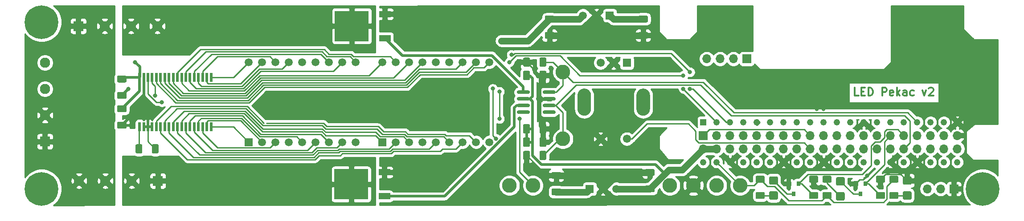
<source format=gbr>
%TF.GenerationSoftware,KiCad,Pcbnew,5.1.9-1*%
%TF.CreationDate,2021-07-13T14:20:52+02:00*%
%TF.ProjectId,led-pekac,6c65642d-7065-46b6-9163-2e6b69636164,rev?*%
%TF.SameCoordinates,Original*%
%TF.FileFunction,Copper,L1,Top*%
%TF.FilePolarity,Positive*%
%FSLAX46Y46*%
G04 Gerber Fmt 4.6, Leading zero omitted, Abs format (unit mm)*
G04 Created by KiCad (PCBNEW 5.1.9-1) date 2021-07-13 14:20:52*
%MOMM*%
%LPD*%
G01*
G04 APERTURE LIST*
%TA.AperFunction,NonConductor*%
%ADD10C,0.300000*%
%TD*%
%TA.AperFunction,ComponentPad*%
%ADD11C,1.550000*%
%TD*%
%TA.AperFunction,ComponentPad*%
%ADD12R,1.550000X1.550000*%
%TD*%
%TA.AperFunction,SMDPad,CuDef*%
%ADD13R,6.400000X5.800000*%
%TD*%
%TA.AperFunction,SMDPad,CuDef*%
%ADD14R,2.200000X1.200000*%
%TD*%
%TA.AperFunction,ComponentPad*%
%ADD15C,1.218000*%
%TD*%
%TA.AperFunction,ComponentPad*%
%ADD16R,1.218000X1.218000*%
%TD*%
%TA.AperFunction,ComponentPad*%
%ADD17O,1.700000X1.700000*%
%TD*%
%TA.AperFunction,ComponentPad*%
%ADD18R,1.700000X1.700000*%
%TD*%
%TA.AperFunction,ComponentPad*%
%ADD19C,0.800000*%
%TD*%
%TA.AperFunction,ComponentPad*%
%ADD20C,6.400000*%
%TD*%
%TA.AperFunction,ComponentPad*%
%ADD21R,1.950000X1.950000*%
%TD*%
%TA.AperFunction,ComponentPad*%
%ADD22C,1.950000*%
%TD*%
%TA.AperFunction,SMDPad,CuDef*%
%ADD23R,0.540000X1.790000*%
%TD*%
%TA.AperFunction,ComponentPad*%
%ADD24C,1.508000*%
%TD*%
%TA.AperFunction,ComponentPad*%
%ADD25R,1.508000X1.508000*%
%TD*%
%TA.AperFunction,ComponentPad*%
%ADD26C,2.800000*%
%TD*%
%TA.AperFunction,SMDPad,CuDef*%
%ADD27R,0.800000X0.900000*%
%TD*%
%TA.AperFunction,ComponentPad*%
%ADD28C,1.500000*%
%TD*%
%TA.AperFunction,ComponentPad*%
%ADD29R,1.500000X1.500000*%
%TD*%
%TA.AperFunction,ViaPad*%
%ADD30C,0.800000*%
%TD*%
%TA.AperFunction,Conductor*%
%ADD31C,0.500000*%
%TD*%
%TA.AperFunction,Conductor*%
%ADD32C,0.250000*%
%TD*%
%TA.AperFunction,Conductor*%
%ADD33C,1.270000*%
%TD*%
%TA.AperFunction,Conductor*%
%ADD34C,0.254000*%
%TD*%
%TA.AperFunction,Conductor*%
%ADD35C,0.100000*%
%TD*%
G04 APERTURE END LIST*
D10*
X240300714Y-78783571D02*
X239586428Y-78783571D01*
X239586428Y-77283571D01*
X240800714Y-77997857D02*
X241300714Y-77997857D01*
X241515000Y-78783571D02*
X240800714Y-78783571D01*
X240800714Y-77283571D01*
X241515000Y-77283571D01*
X242157857Y-78783571D02*
X242157857Y-77283571D01*
X242515000Y-77283571D01*
X242729285Y-77355000D01*
X242872142Y-77497857D01*
X242943571Y-77640714D01*
X243015000Y-77926428D01*
X243015000Y-78140714D01*
X242943571Y-78426428D01*
X242872142Y-78569285D01*
X242729285Y-78712142D01*
X242515000Y-78783571D01*
X242157857Y-78783571D01*
X244800714Y-78783571D02*
X244800714Y-77283571D01*
X245372142Y-77283571D01*
X245515000Y-77355000D01*
X245586428Y-77426428D01*
X245657857Y-77569285D01*
X245657857Y-77783571D01*
X245586428Y-77926428D01*
X245515000Y-77997857D01*
X245372142Y-78069285D01*
X244800714Y-78069285D01*
X246872142Y-78712142D02*
X246729285Y-78783571D01*
X246443571Y-78783571D01*
X246300714Y-78712142D01*
X246229285Y-78569285D01*
X246229285Y-77997857D01*
X246300714Y-77855000D01*
X246443571Y-77783571D01*
X246729285Y-77783571D01*
X246872142Y-77855000D01*
X246943571Y-77997857D01*
X246943571Y-78140714D01*
X246229285Y-78283571D01*
X247586428Y-78783571D02*
X247586428Y-77283571D01*
X247729285Y-78212142D02*
X248157857Y-78783571D01*
X248157857Y-77783571D02*
X247586428Y-78355000D01*
X249443571Y-78783571D02*
X249443571Y-77997857D01*
X249372142Y-77855000D01*
X249229285Y-77783571D01*
X248943571Y-77783571D01*
X248800714Y-77855000D01*
X249443571Y-78712142D02*
X249300714Y-78783571D01*
X248943571Y-78783571D01*
X248800714Y-78712142D01*
X248729285Y-78569285D01*
X248729285Y-78426428D01*
X248800714Y-78283571D01*
X248943571Y-78212142D01*
X249300714Y-78212142D01*
X249443571Y-78140714D01*
X250800714Y-78712142D02*
X250657857Y-78783571D01*
X250372142Y-78783571D01*
X250229285Y-78712142D01*
X250157857Y-78640714D01*
X250086428Y-78497857D01*
X250086428Y-78069285D01*
X250157857Y-77926428D01*
X250229285Y-77855000D01*
X250372142Y-77783571D01*
X250657857Y-77783571D01*
X250800714Y-77855000D01*
X252443571Y-77783571D02*
X252800714Y-78783571D01*
X253157857Y-77783571D01*
X253657857Y-77426428D02*
X253729285Y-77355000D01*
X253872142Y-77283571D01*
X254229285Y-77283571D01*
X254372142Y-77355000D01*
X254443571Y-77426428D01*
X254514999Y-77569285D01*
X254514999Y-77712142D01*
X254443571Y-77926428D01*
X253586428Y-78783571D01*
X254514999Y-78783571D01*
%TO.P,SW1,4*%
%TO.N,Net-(SW1-Pad4)*%
%TA.AperFunction,ComponentPad*%
G36*
G01*
X189490000Y-78710000D02*
X189490000Y-81310000D01*
G75*
G02*
X188190000Y-82610000I-1300000J0D01*
G01*
X188190000Y-82610000D01*
G75*
G02*
X186890000Y-81310000I0J1300000D01*
G01*
X186890000Y-78710000D01*
G75*
G02*
X188190000Y-77410000I1300000J0D01*
G01*
X188190000Y-77410000D01*
G75*
G02*
X189490000Y-78710000I0J-1300000D01*
G01*
G37*
%TD.AperFunction*%
%TO.P,SW1,3*%
%TO.N,Net-(SW1-Pad3)*%
%TA.AperFunction,ComponentPad*%
G36*
G01*
X200690000Y-78710000D02*
X200690000Y-81310000D01*
G75*
G02*
X199390000Y-82610000I-1300000J0D01*
G01*
X199390000Y-82610000D01*
G75*
G02*
X198090000Y-81310000I0J1300000D01*
G01*
X198090000Y-78710000D01*
G75*
G02*
X199390000Y-77410000I1300000J0D01*
G01*
X199390000Y-77410000D01*
G75*
G02*
X200690000Y-78710000I0J-1300000D01*
G01*
G37*
%TD.AperFunction*%
D11*
%TO.P,SW1,B*%
%TO.N,/pi_16*%
X191290000Y-72510000D03*
%TO.P,SW1,C*%
%TO.N,GND*%
X193790000Y-72510000D03*
D12*
%TO.P,SW1,A*%
%TO.N,/pi_15*%
X196290000Y-72510000D03*
D11*
%TO.P,SW1,2*%
%TO.N,GND*%
X191290000Y-87010000D03*
%TO.P,SW1,1*%
%TO.N,/pi_18*%
X196290000Y-87010000D03*
%TD*%
D13*
%TO.P,Q3,2*%
%TO.N,/Cool-*%
X143915000Y-95630000D03*
D14*
%TO.P,Q3,3*%
%TO.N,GND*%
X150215000Y-93350000D03*
%TO.P,Q3,1*%
%TO.N,Net-(Q3-Pad1)*%
X150215000Y-97910000D03*
%TD*%
D15*
%TO.P,J7,34*%
%TO.N,GND*%
X251460000Y-91440000D03*
%TO.P,J7,40*%
%TO.N,/pi_40*%
X259080000Y-91440000D03*
%TO.P,J7,36*%
%TO.N,/pi_36*%
X254000000Y-91440000D03*
%TO.P,J7,38*%
%TO.N,/pi_38*%
X256540000Y-91440000D03*
%TO.P,J7,35*%
%TO.N,/pi_35*%
X254000000Y-83820000D03*
%TO.P,J7,33*%
%TO.N,/PWM1*%
X251460000Y-83820000D03*
%TO.P,J7,37*%
%TO.N,/pi_37*%
X256540000Y-83820000D03*
%TO.P,J7,39*%
%TO.N,GND*%
X259080000Y-83820000D03*
%TO.P,J7,4*%
%TO.N,+5V*%
X213360000Y-91440000D03*
%TO.P,J7,3*%
%TO.N,I2C_SDA*%
X213360000Y-83820000D03*
%TO.P,J7,2*%
%TO.N,+5V*%
X210820000Y-91440000D03*
D16*
%TO.P,J7,1*%
%TO.N,+3V3*%
X210820000Y-83820000D03*
D15*
%TO.P,J7,8*%
%TO.N,/Console_TX*%
X218440000Y-91440000D03*
%TO.P,J7,7*%
%TO.N,/pi_07*%
X218440000Y-83820000D03*
%TO.P,J7,6*%
%TO.N,GND*%
X215900000Y-91440000D03*
%TO.P,J7,5*%
%TO.N,I2C_SCL*%
X215900000Y-83820000D03*
%TO.P,J7,12*%
%TO.N,/pi_12*%
X223520000Y-91440000D03*
%TO.P,J7,10*%
%TO.N,/Console_RX*%
X220980000Y-91440000D03*
%TO.P,J7,11*%
%TO.N,/pi_11*%
X223520000Y-83820000D03*
%TO.P,J7,13*%
%TO.N,/pi_13*%
X226060000Y-83820000D03*
%TO.P,J7,9*%
%TO.N,GND*%
X220980000Y-83820000D03*
%TO.P,J7,18*%
%TO.N,/pi_18*%
X231140000Y-91440000D03*
%TO.P,J7,16*%
%TO.N,/pi_16*%
X228600000Y-91440000D03*
%TO.P,J7,17*%
%TO.N,+3V3*%
X231140000Y-83820000D03*
%TO.P,J7,19*%
%TO.N,/pi_19*%
X233680000Y-83820000D03*
%TO.P,J7,14*%
%TO.N,GND*%
X226060000Y-91440000D03*
%TO.P,J7,15*%
%TO.N,/pi_15*%
X228600000Y-83820000D03*
%TO.P,J7,24*%
%TO.N,/pi_24*%
X238760000Y-91440000D03*
%TO.P,J7,22*%
%TO.N,/pi_22*%
X236220000Y-91440000D03*
%TO.P,J7,23*%
%TO.N,/pi_23*%
X238760000Y-83820000D03*
%TO.P,J7,25*%
%TO.N,GND*%
X241300000Y-83820000D03*
%TO.P,J7,20*%
X233680000Y-91440000D03*
%TO.P,J7,21*%
%TO.N,/pi_21*%
X236220000Y-83820000D03*
%TO.P,J7,30*%
%TO.N,GND*%
X246380000Y-91440000D03*
%TO.P,J7,28*%
%TO.N,/pi_28*%
X243840000Y-91440000D03*
%TO.P,J7,32*%
%TO.N,/PWM0*%
X248920000Y-91440000D03*
%TO.P,J7,29*%
%TO.N,/pi_29*%
X246380000Y-83820000D03*
%TO.P,J7,31*%
%TO.N,/pi_31*%
X248920000Y-83820000D03*
%TO.P,J7,26*%
%TO.N,/pi_26*%
X241300000Y-91440000D03*
%TO.P,J7,27*%
%TO.N,/pi_27*%
X243840000Y-83820000D03*
%TD*%
D17*
%TO.P,J4,40*%
%TO.N,/pi_40*%
X259080000Y-88900000D03*
%TO.P,J4,39*%
%TO.N,GND*%
X259080000Y-86360000D03*
%TO.P,J4,26*%
%TO.N,/pi_26*%
X241300000Y-88900000D03*
%TO.P,J4,25*%
%TO.N,GND*%
X241300000Y-86360000D03*
%TO.P,J4,22*%
%TO.N,/pi_22*%
X236220000Y-88900000D03*
%TO.P,J4,21*%
%TO.N,/pi_21*%
X236220000Y-86360000D03*
%TO.P,J4,30*%
%TO.N,GND*%
X246380000Y-88900000D03*
%TO.P,J4,29*%
%TO.N,/pi_29*%
X246380000Y-86360000D03*
%TO.P,J4,8*%
%TO.N,/Console_TX*%
X218440000Y-88900000D03*
%TO.P,J4,7*%
%TO.N,/pi_07*%
X218440000Y-86360000D03*
%TO.P,J4,32*%
%TO.N,/PWM0*%
X248920000Y-88900000D03*
%TO.P,J4,31*%
%TO.N,/pi_31*%
X248920000Y-86360000D03*
%TO.P,J4,18*%
%TO.N,/pi_18*%
X231140000Y-88900000D03*
%TO.P,J4,17*%
%TO.N,+3V3*%
X231140000Y-86360000D03*
%TO.P,J4,36*%
%TO.N,/pi_36*%
X254000000Y-88900000D03*
%TO.P,J4,35*%
%TO.N,/pi_35*%
X254000000Y-86360000D03*
%TO.P,J4,34*%
%TO.N,GND*%
X251460000Y-88900000D03*
%TO.P,J4,33*%
%TO.N,/PWM1*%
X251460000Y-86360000D03*
%TO.P,J4,38*%
%TO.N,/pi_38*%
X256540000Y-88900000D03*
%TO.P,J4,37*%
%TO.N,/pi_37*%
X256540000Y-86360000D03*
%TO.P,J4,20*%
%TO.N,GND*%
X233680000Y-88900000D03*
%TO.P,J4,19*%
%TO.N,/pi_19*%
X233680000Y-86360000D03*
%TO.P,J4,10*%
%TO.N,/Console_RX*%
X220980000Y-88900000D03*
%TO.P,J4,9*%
%TO.N,GND*%
X220980000Y-86360000D03*
%TO.P,J4,14*%
X226060000Y-88900000D03*
%TO.P,J4,13*%
%TO.N,/pi_13*%
X226060000Y-86360000D03*
%TO.P,J4,28*%
%TO.N,/pi_28*%
X243840000Y-88900000D03*
%TO.P,J4,27*%
%TO.N,/pi_27*%
X243840000Y-86360000D03*
%TO.P,J4,12*%
%TO.N,/pi_12*%
X223520000Y-88900000D03*
%TO.P,J4,11*%
%TO.N,/pi_11*%
X223520000Y-86360000D03*
%TO.P,J4,24*%
%TO.N,/pi_24*%
X238760000Y-88900000D03*
%TO.P,J4,23*%
%TO.N,/pi_23*%
X238760000Y-86360000D03*
D18*
%TO.P,J4,1*%
%TO.N,+3V3*%
X210820000Y-86360000D03*
D17*
%TO.P,J4,2*%
%TO.N,+5V*%
X210820000Y-88900000D03*
%TO.P,J4,5*%
%TO.N,I2C_SCL*%
X215900000Y-86360000D03*
%TO.P,J4,4*%
%TO.N,+5V*%
X213360000Y-88900000D03*
%TO.P,J4,16*%
%TO.N,/pi_16*%
X228600000Y-88900000D03*
%TO.P,J4,15*%
%TO.N,/pi_15*%
X228600000Y-86360000D03*
%TO.P,J4,3*%
%TO.N,I2C_SDA*%
X213360000Y-86360000D03*
%TO.P,J4,6*%
%TO.N,GND*%
X215900000Y-88900000D03*
%TD*%
D19*
%TO.P,H3,1*%
%TO.N,N/C*%
X86787056Y-63072944D03*
X85090000Y-62370000D03*
X83392944Y-63072944D03*
X82690000Y-64770000D03*
X83392944Y-66467056D03*
X85090000Y-67170000D03*
X86787056Y-66467056D03*
X87490000Y-64770000D03*
D20*
X85090000Y-64770000D03*
%TD*%
%TO.P,H2,1*%
%TO.N,N/C*%
X85090000Y-96520000D03*
D19*
X87490000Y-96520000D03*
X86787056Y-98217056D03*
X85090000Y-98920000D03*
X83392944Y-98217056D03*
X82690000Y-96520000D03*
X83392944Y-94822944D03*
X85090000Y-94120000D03*
X86787056Y-94822944D03*
%TD*%
D17*
%TO.P,J1,4*%
%TO.N,/NTC2_sense*%
X211455000Y-71755000D03*
%TO.P,J1,3*%
%TO.N,/NTC2_bias*%
X213995000Y-71755000D03*
%TO.P,J1,2*%
%TO.N,/NTC1_sense*%
X216535000Y-71755000D03*
D18*
%TO.P,J1,1*%
%TO.N,/NTC1_bias*%
X219075000Y-71755000D03*
%TD*%
D21*
%TO.P,J2,1*%
%TO.N,+24V*%
X85725000Y-87503000D03*
D22*
%TO.P,J2,2*%
X85725000Y-82503000D03*
%TO.P,J2,3*%
%TO.N,GND*%
X85725000Y-77503000D03*
%TO.P,J2,4*%
X85725000Y-72503000D03*
%TD*%
%TO.P,J6,4*%
%TO.N,/Warm-*%
X107075000Y-65532000D03*
%TO.P,J6,3*%
X102075000Y-65532000D03*
%TO.P,J6,2*%
%TO.N,+24V*%
X97075000Y-65532000D03*
D21*
%TO.P,J6,1*%
X92075000Y-65532000D03*
%TD*%
D22*
%TO.P,J5,4*%
%TO.N,+24V*%
X92188000Y-94996000D03*
%TO.P,J5,3*%
X97188000Y-94996000D03*
%TO.P,J5,2*%
%TO.N,/Cool-*%
X102188000Y-94996000D03*
D21*
%TO.P,J5,1*%
X107188000Y-94996000D03*
%TD*%
%TO.P,U6,1*%
%TO.N,Net-(U6-Pad1)*%
%TA.AperFunction,SMDPad,CuDef*%
G36*
G01*
X182420000Y-82265000D02*
X180620000Y-82265000D01*
G75*
G02*
X180270000Y-81915000I0J350000D01*
G01*
X180270000Y-81915000D01*
G75*
G02*
X180620000Y-81565000I350000J0D01*
G01*
X182420000Y-81565000D01*
G75*
G02*
X182770000Y-81915000I0J-350000D01*
G01*
X182770000Y-81915000D01*
G75*
G02*
X182420000Y-82265000I-350000J0D01*
G01*
G37*
%TD.AperFunction*%
%TO.P,U6,2*%
%TO.N,/PWM0*%
%TA.AperFunction,SMDPad,CuDef*%
G36*
G01*
X182420000Y-80995000D02*
X180620000Y-80995000D01*
G75*
G02*
X180270000Y-80645000I0J350000D01*
G01*
X180270000Y-80645000D01*
G75*
G02*
X180620000Y-80295000I350000J0D01*
G01*
X182420000Y-80295000D01*
G75*
G02*
X182770000Y-80645000I0J-350000D01*
G01*
X182770000Y-80645000D01*
G75*
G02*
X182420000Y-80995000I-350000J0D01*
G01*
G37*
%TD.AperFunction*%
%TO.P,U6,3*%
%TO.N,GND*%
%TA.AperFunction,SMDPad,CuDef*%
G36*
G01*
X182420000Y-79725000D02*
X180620000Y-79725000D01*
G75*
G02*
X180270000Y-79375000I0J350000D01*
G01*
X180270000Y-79375000D01*
G75*
G02*
X180620000Y-79025000I350000J0D01*
G01*
X182420000Y-79025000D01*
G75*
G02*
X182770000Y-79375000I0J-350000D01*
G01*
X182770000Y-79375000D01*
G75*
G02*
X182420000Y-79725000I-350000J0D01*
G01*
G37*
%TD.AperFunction*%
%TO.P,U6,4*%
%TO.N,/PWM1*%
%TA.AperFunction,SMDPad,CuDef*%
G36*
G01*
X182420000Y-78455000D02*
X180620000Y-78455000D01*
G75*
G02*
X180270000Y-78105000I0J350000D01*
G01*
X180270000Y-78105000D01*
G75*
G02*
X180620000Y-77755000I350000J0D01*
G01*
X182420000Y-77755000D01*
G75*
G02*
X182770000Y-78105000I0J-350000D01*
G01*
X182770000Y-78105000D01*
G75*
G02*
X182420000Y-78455000I-350000J0D01*
G01*
G37*
%TD.AperFunction*%
%TO.P,U6,8*%
%TO.N,Net-(U6-Pad8)*%
%TA.AperFunction,SMDPad,CuDef*%
G36*
G01*
X177520000Y-82265000D02*
X175720000Y-82265000D01*
G75*
G02*
X175370000Y-81915000I0J350000D01*
G01*
X175370000Y-81915000D01*
G75*
G02*
X175720000Y-81565000I350000J0D01*
G01*
X177520000Y-81565000D01*
G75*
G02*
X177870000Y-81915000I0J-350000D01*
G01*
X177870000Y-81915000D01*
G75*
G02*
X177520000Y-82265000I-350000J0D01*
G01*
G37*
%TD.AperFunction*%
%TO.P,U6,7*%
%TO.N,Net-(Q3-Pad1)*%
%TA.AperFunction,SMDPad,CuDef*%
G36*
G01*
X177520000Y-80995000D02*
X175720000Y-80995000D01*
G75*
G02*
X175370000Y-80645000I0J350000D01*
G01*
X175370000Y-80645000D01*
G75*
G02*
X175720000Y-80295000I350000J0D01*
G01*
X177520000Y-80295000D01*
G75*
G02*
X177870000Y-80645000I0J-350000D01*
G01*
X177870000Y-80645000D01*
G75*
G02*
X177520000Y-80995000I-350000J0D01*
G01*
G37*
%TD.AperFunction*%
%TO.P,U6,6*%
%TO.N,+5V*%
%TA.AperFunction,SMDPad,CuDef*%
G36*
G01*
X177520000Y-79725000D02*
X175720000Y-79725000D01*
G75*
G02*
X175370000Y-79375000I0J350000D01*
G01*
X175370000Y-79375000D01*
G75*
G02*
X175720000Y-79025000I350000J0D01*
G01*
X177520000Y-79025000D01*
G75*
G02*
X177870000Y-79375000I0J-350000D01*
G01*
X177870000Y-79375000D01*
G75*
G02*
X177520000Y-79725000I-350000J0D01*
G01*
G37*
%TD.AperFunction*%
%TO.P,U6,5*%
%TO.N,Net-(Q4-Pad1)*%
%TA.AperFunction,SMDPad,CuDef*%
G36*
G01*
X177520000Y-78455000D02*
X175720000Y-78455000D01*
G75*
G02*
X175370000Y-78105000I0J350000D01*
G01*
X175370000Y-78105000D01*
G75*
G02*
X175720000Y-77755000I350000J0D01*
G01*
X177520000Y-77755000D01*
G75*
G02*
X177870000Y-78105000I0J-350000D01*
G01*
X177870000Y-78105000D01*
G75*
G02*
X177520000Y-78455000I-350000J0D01*
G01*
G37*
%TD.AperFunction*%
%TD*%
D23*
%TO.P,U3,1*%
%TO.N,Net-(R1-Pad1)*%
X103690000Y-84730000D03*
%TO.P,U3,2*%
%TO.N,GND*%
X104490000Y-84730000D03*
%TO.P,U3,3*%
X105290000Y-84730000D03*
%TO.P,U3,4*%
X106090000Y-84730000D03*
%TO.P,U3,5*%
%TO.N,/dig4_c*%
X106890000Y-84730000D03*
%TO.P,U3,6*%
%TO.N,/dig4_g*%
X107690000Y-84730000D03*
%TO.P,U3,7*%
%TO.N,/dig4_d*%
X108490000Y-84730000D03*
%TO.P,U3,8*%
%TO.N,/dig4_e*%
X109290000Y-84730000D03*
%TO.P,U3,9*%
%TO.N,/dig3_c*%
X110090000Y-84730000D03*
%TO.P,U3,10*%
%TO.N,/dig3_d*%
X110890000Y-84730000D03*
%TO.P,U3,11*%
%TO.N,/dig3_e*%
X111690000Y-84730000D03*
%TO.P,U3,12*%
%TO.N,/dig2_c*%
X112490000Y-84730000D03*
%TO.P,U3,13*%
%TO.N,/dig2_g*%
X113290000Y-84730000D03*
%TO.P,U3,14*%
%TO.N,/dig2_d*%
X114090000Y-84730000D03*
%TO.P,U3,15*%
%TO.N,/dig2_e*%
X114890000Y-84730000D03*
%TO.P,U3,16*%
%TO.N,/dig1_c*%
X115690000Y-84730000D03*
%TO.P,U3,17*%
%TO.N,/dig1_d*%
X116490000Y-84730000D03*
%TO.P,U3,18*%
%TO.N,/dig1_e*%
X117290000Y-84730000D03*
%TO.P,U3,19*%
%TO.N,/dig1_f*%
X117290000Y-75290000D03*
%TO.P,U3,20*%
%TO.N,/dig1_g*%
X116490000Y-75290000D03*
%TO.P,U3,21*%
%TO.N,/dig1_a*%
X115690000Y-75290000D03*
%TO.P,U3,22*%
%TO.N,/dig1_b*%
X114890000Y-75290000D03*
%TO.P,U3,23*%
%TO.N,/dig2_f*%
X114090000Y-75290000D03*
%TO.P,U3,24*%
%TO.N,/dig2_a*%
X113290000Y-75290000D03*
%TO.P,U3,25*%
%TO.N,/dig2_b*%
X112490000Y-75290000D03*
%TO.P,U3,26*%
%TO.N,/dig3_f*%
X111690000Y-75290000D03*
%TO.P,U3,27*%
%TO.N,/dig3_g*%
X110890000Y-75290000D03*
%TO.P,U3,28*%
%TO.N,/dig3_a*%
X110090000Y-75290000D03*
%TO.P,U3,29*%
%TO.N,/dig3_b*%
X109290000Y-75290000D03*
%TO.P,U3,30*%
%TO.N,/dig4_f*%
X108490000Y-75290000D03*
%TO.P,U3,31*%
%TO.N,/dig4_a*%
X107690000Y-75290000D03*
%TO.P,U3,32*%
%TO.N,/dig4_b*%
X106890000Y-75290000D03*
%TO.P,U3,33*%
%TO.N,I2C_SDA*%
X106090000Y-75290000D03*
%TO.P,U3,34*%
%TO.N,I2C_SCL*%
X105290000Y-75290000D03*
%TO.P,U3,35*%
%TO.N,GND*%
X104490000Y-75290000D03*
%TO.P,U3,36*%
%TO.N,+3.3VA*%
X103690000Y-75290000D03*
%TD*%
D24*
%TO.P,U2,3*%
%TO.N,+3.3VA*%
X187960000Y-63500000D03*
%TO.P,U2,2*%
%TO.N,GND*%
X190500000Y-63500000D03*
D25*
%TO.P,U2,1*%
%TO.N,+24V*%
X193040000Y-63500000D03*
%TD*%
D24*
%TO.P,U1,3*%
%TO.N,+5V*%
X194310000Y-96520000D03*
%TO.P,U1,2*%
%TO.N,GND*%
X191770000Y-96520000D03*
D25*
%TO.P,U1,1*%
%TO.N,+24V*%
X189230000Y-96520000D03*
%TD*%
D26*
%TO.P,TP8,1*%
%TO.N,/PWM1*%
X184150000Y-74295000D03*
%TD*%
%TO.P,TP7,1*%
%TO.N,/PWM0*%
X184150000Y-86995000D03*
%TD*%
%TO.P,TP6,1*%
%TO.N,GND*%
X208915000Y-95885000D03*
%TD*%
%TO.P,TP5,1*%
%TO.N,I2C_SCL*%
X204470000Y-95885000D03*
%TD*%
%TO.P,TP4,1*%
%TO.N,I2C_SDA*%
X178435000Y-95885000D03*
%TD*%
%TO.P,TP3,1*%
%TO.N,+3.3VA*%
X173990000Y-95885000D03*
%TD*%
%TO.P,TP2,1*%
%TO.N,+3V3*%
X213360000Y-95885000D03*
%TD*%
%TO.P,TP1,1*%
%TO.N,+5V*%
X217805000Y-95885000D03*
%TD*%
D18*
%TO.P,J3,1*%
%TO.N,GND*%
X258445000Y-96520000D03*
D17*
%TO.P,J3,2*%
%TO.N,/Console_RX*%
X255905000Y-96520000D03*
%TO.P,J3,3*%
%TO.N,/Console_TX*%
X253365000Y-96520000D03*
%TD*%
D19*
%TO.P,H1,1*%
%TO.N,N/C*%
X265603056Y-94822944D03*
X263906000Y-94120000D03*
X262208944Y-94822944D03*
X261506000Y-96520000D03*
X262208944Y-98217056D03*
X263906000Y-98920000D03*
X265603056Y-98217056D03*
X266306000Y-96520000D03*
D20*
X263906000Y-96520000D03*
%TD*%
%TO.P,R7,2*%
%TO.N,Net-(D2-Pad2)*%
%TA.AperFunction,SMDPad,CuDef*%
G36*
G01*
X220989999Y-97140000D02*
X222240001Y-97140000D01*
G75*
G02*
X222490000Y-97389999I0J-249999D01*
G01*
X222490000Y-98190001D01*
G75*
G02*
X222240001Y-98440000I-249999J0D01*
G01*
X220989999Y-98440000D01*
G75*
G02*
X220740000Y-98190001I0J249999D01*
G01*
X220740000Y-97389999D01*
G75*
G02*
X220989999Y-97140000I249999J0D01*
G01*
G37*
%TD.AperFunction*%
%TO.P,R7,1*%
%TO.N,+5V*%
%TA.AperFunction,SMDPad,CuDef*%
G36*
G01*
X220989999Y-94040000D02*
X222240001Y-94040000D01*
G75*
G02*
X222490000Y-94289999I0J-249999D01*
G01*
X222490000Y-95090001D01*
G75*
G02*
X222240001Y-95340000I-249999J0D01*
G01*
X220989999Y-95340000D01*
G75*
G02*
X220740000Y-95090001I0J249999D01*
G01*
X220740000Y-94289999D01*
G75*
G02*
X220989999Y-94040000I249999J0D01*
G01*
G37*
%TD.AperFunction*%
%TD*%
D27*
%TO.P,Q1,3*%
%TO.N,Net-(D1-Pad1)*%
X240665000Y-97520000D03*
%TO.P,Q1,2*%
%TO.N,GND*%
X239715000Y-95520000D03*
%TO.P,Q1,1*%
%TO.N,/pi_29*%
X241615000Y-95520000D03*
%TD*%
%TO.P,R5,2*%
%TO.N,/pi_31*%
%TA.AperFunction,SMDPad,CuDef*%
G36*
G01*
X231149999Y-97140000D02*
X232400001Y-97140000D01*
G75*
G02*
X232650000Y-97389999I0J-249999D01*
G01*
X232650000Y-98190001D01*
G75*
G02*
X232400001Y-98440000I-249999J0D01*
G01*
X231149999Y-98440000D01*
G75*
G02*
X230900000Y-98190001I0J249999D01*
G01*
X230900000Y-97389999D01*
G75*
G02*
X231149999Y-97140000I249999J0D01*
G01*
G37*
%TD.AperFunction*%
%TO.P,R5,1*%
%TO.N,GND*%
%TA.AperFunction,SMDPad,CuDef*%
G36*
G01*
X231149999Y-94040000D02*
X232400001Y-94040000D01*
G75*
G02*
X232650000Y-94289999I0J-249999D01*
G01*
X232650000Y-95090001D01*
G75*
G02*
X232400001Y-95340000I-249999J0D01*
G01*
X231149999Y-95340000D01*
G75*
G02*
X230900000Y-95090001I0J249999D01*
G01*
X230900000Y-94289999D01*
G75*
G02*
X231149999Y-94040000I249999J0D01*
G01*
G37*
%TD.AperFunction*%
%TD*%
%TO.P,Q2,3*%
%TO.N,Net-(D2-Pad1)*%
X227965000Y-97520000D03*
%TO.P,Q2,2*%
%TO.N,GND*%
X227015000Y-95520000D03*
%TO.P,Q2,1*%
%TO.N,/pi_31*%
X228915000Y-95520000D03*
%TD*%
%TO.P,R4,2*%
%TO.N,GND*%
%TA.AperFunction,SMDPad,CuDef*%
G36*
G01*
X245100001Y-95340000D02*
X243849999Y-95340000D01*
G75*
G02*
X243600000Y-95090001I0J249999D01*
G01*
X243600000Y-94289999D01*
G75*
G02*
X243849999Y-94040000I249999J0D01*
G01*
X245100001Y-94040000D01*
G75*
G02*
X245350000Y-94289999I0J-249999D01*
G01*
X245350000Y-95090001D01*
G75*
G02*
X245100001Y-95340000I-249999J0D01*
G01*
G37*
%TD.AperFunction*%
%TO.P,R4,1*%
%TO.N,/pi_29*%
%TA.AperFunction,SMDPad,CuDef*%
G36*
G01*
X245100001Y-98440000D02*
X243849999Y-98440000D01*
G75*
G02*
X243600000Y-98190001I0J249999D01*
G01*
X243600000Y-97389999D01*
G75*
G02*
X243849999Y-97140000I249999J0D01*
G01*
X245100001Y-97140000D01*
G75*
G02*
X245350000Y-97389999I0J-249999D01*
G01*
X245350000Y-98190001D01*
G75*
G02*
X245100001Y-98440000I-249999J0D01*
G01*
G37*
%TD.AperFunction*%
%TD*%
%TO.P,C3,2*%
%TO.N,GND*%
%TA.AperFunction,SMDPad,CuDef*%
G36*
G01*
X201310003Y-94057500D02*
X200009997Y-94057500D01*
G75*
G02*
X199760000Y-93807503I0J249997D01*
G01*
X199760000Y-92982497D01*
G75*
G02*
X200009997Y-92732500I249997J0D01*
G01*
X201310003Y-92732500D01*
G75*
G02*
X201560000Y-92982497I0J-249997D01*
G01*
X201560000Y-93807503D01*
G75*
G02*
X201310003Y-94057500I-249997J0D01*
G01*
G37*
%TD.AperFunction*%
%TO.P,C3,1*%
%TO.N,+5V*%
%TA.AperFunction,SMDPad,CuDef*%
G36*
G01*
X201310003Y-97182500D02*
X200009997Y-97182500D01*
G75*
G02*
X199760000Y-96932503I0J249997D01*
G01*
X199760000Y-96107497D01*
G75*
G02*
X200009997Y-95857500I249997J0D01*
G01*
X201310003Y-95857500D01*
G75*
G02*
X201560000Y-96107497I0J-249997D01*
G01*
X201560000Y-96932503D01*
G75*
G02*
X201310003Y-97182500I-249997J0D01*
G01*
G37*
%TD.AperFunction*%
%TD*%
%TO.P,C4,2*%
%TO.N,GND*%
%TA.AperFunction,SMDPad,CuDef*%
G36*
G01*
X180959997Y-66647500D02*
X182260003Y-66647500D01*
G75*
G02*
X182510000Y-66897497I0J-249997D01*
G01*
X182510000Y-67722503D01*
G75*
G02*
X182260003Y-67972500I-249997J0D01*
G01*
X180959997Y-67972500D01*
G75*
G02*
X180710000Y-67722503I0J249997D01*
G01*
X180710000Y-66897497D01*
G75*
G02*
X180959997Y-66647500I249997J0D01*
G01*
G37*
%TD.AperFunction*%
%TO.P,C4,1*%
%TO.N,+3.3VA*%
%TA.AperFunction,SMDPad,CuDef*%
G36*
G01*
X180959997Y-63522500D02*
X182260003Y-63522500D01*
G75*
G02*
X182510000Y-63772497I0J-249997D01*
G01*
X182510000Y-64597503D01*
G75*
G02*
X182260003Y-64847500I-249997J0D01*
G01*
X180959997Y-64847500D01*
G75*
G02*
X180710000Y-64597503I0J249997D01*
G01*
X180710000Y-63772497D01*
G75*
G02*
X180959997Y-63522500I249997J0D01*
G01*
G37*
%TD.AperFunction*%
%TD*%
%TO.P,C2,2*%
%TO.N,GND*%
%TA.AperFunction,SMDPad,CuDef*%
G36*
G01*
X198739997Y-66647500D02*
X200040003Y-66647500D01*
G75*
G02*
X200290000Y-66897497I0J-249997D01*
G01*
X200290000Y-67722503D01*
G75*
G02*
X200040003Y-67972500I-249997J0D01*
G01*
X198739997Y-67972500D01*
G75*
G02*
X198490000Y-67722503I0J249997D01*
G01*
X198490000Y-66897497D01*
G75*
G02*
X198739997Y-66647500I249997J0D01*
G01*
G37*
%TD.AperFunction*%
%TO.P,C2,1*%
%TO.N,+24V*%
%TA.AperFunction,SMDPad,CuDef*%
G36*
G01*
X198739997Y-63522500D02*
X200040003Y-63522500D01*
G75*
G02*
X200290000Y-63772497I0J-249997D01*
G01*
X200290000Y-64597503D01*
G75*
G02*
X200040003Y-64847500I-249997J0D01*
G01*
X198739997Y-64847500D01*
G75*
G02*
X198490000Y-64597503I0J249997D01*
G01*
X198490000Y-63772497D01*
G75*
G02*
X198739997Y-63522500I249997J0D01*
G01*
G37*
%TD.AperFunction*%
%TD*%
%TO.P,C1,2*%
%TO.N,GND*%
%TA.AperFunction,SMDPad,CuDef*%
G36*
G01*
X183530003Y-94642500D02*
X182229997Y-94642500D01*
G75*
G02*
X181980000Y-94392503I0J249997D01*
G01*
X181980000Y-93567497D01*
G75*
G02*
X182229997Y-93317500I249997J0D01*
G01*
X183530003Y-93317500D01*
G75*
G02*
X183780000Y-93567497I0J-249997D01*
G01*
X183780000Y-94392503D01*
G75*
G02*
X183530003Y-94642500I-249997J0D01*
G01*
G37*
%TD.AperFunction*%
%TO.P,C1,1*%
%TO.N,+24V*%
%TA.AperFunction,SMDPad,CuDef*%
G36*
G01*
X183530003Y-97767500D02*
X182229997Y-97767500D01*
G75*
G02*
X181980000Y-97517503I0J249997D01*
G01*
X181980000Y-96692497D01*
G75*
G02*
X182229997Y-96442500I249997J0D01*
G01*
X183530003Y-96442500D01*
G75*
G02*
X183780000Y-96692497I0J-249997D01*
G01*
X183780000Y-97517503D01*
G75*
G02*
X183530003Y-97767500I-249997J0D01*
G01*
G37*
%TD.AperFunction*%
%TD*%
D28*
%TO.P,U4,18*%
%TO.N,/dig1_f*%
X124460000Y-72390000D03*
%TO.P,U4,17*%
%TO.N,/dig1_g*%
X127000000Y-72390000D03*
%TO.P,U4,16*%
%TO.N,/dig1_a*%
X129540000Y-72390000D03*
%TO.P,U4,15*%
%TO.N,/dig1_b*%
X132080000Y-72390000D03*
%TO.P,U4,14*%
%TO.N,+3.3VA*%
X134620000Y-72390000D03*
%TO.P,U4,13*%
X137160000Y-72390000D03*
%TO.P,U4,12*%
%TO.N,/dig2_f*%
X139700000Y-72390000D03*
%TO.P,U4,11*%
%TO.N,/dig2_a*%
X142240000Y-72390000D03*
%TO.P,U4,10*%
%TO.N,/dig2_b*%
X144780000Y-72390000D03*
%TO.P,U4,9*%
%TO.N,Net-(U4-Pad9)*%
X144780000Y-87630000D03*
%TO.P,U4,8*%
%TO.N,/dig2_c*%
X142240000Y-87630000D03*
%TO.P,U4,7*%
%TO.N,/dig2_g*%
X139700000Y-87630000D03*
%TO.P,U4,6*%
%TO.N,/dig2_d*%
X137160000Y-87630000D03*
%TO.P,U4,5*%
%TO.N,/dig2_e*%
X134620000Y-87630000D03*
%TO.P,U4,4*%
%TO.N,Net-(U4-Pad4)*%
X132080000Y-87630000D03*
%TO.P,U4,3*%
%TO.N,/dig1_c*%
X129540000Y-87630000D03*
%TO.P,U4,2*%
%TO.N,/dig1_d*%
X127000000Y-87630000D03*
D29*
%TO.P,U4,1*%
%TO.N,/dig1_e*%
X124460000Y-87630000D03*
%TD*%
D28*
%TO.P,U5,18*%
%TO.N,/dig3_f*%
X149860000Y-72390000D03*
%TO.P,U5,17*%
%TO.N,/dig3_g*%
X152400000Y-72390000D03*
%TO.P,U5,16*%
%TO.N,/dig3_a*%
X154940000Y-72390000D03*
%TO.P,U5,15*%
%TO.N,/dig3_b*%
X157480000Y-72390000D03*
%TO.P,U5,14*%
%TO.N,+3.3VA*%
X160020000Y-72390000D03*
%TO.P,U5,13*%
X162560000Y-72390000D03*
%TO.P,U5,12*%
%TO.N,/dig4_f*%
X165100000Y-72390000D03*
%TO.P,U5,11*%
%TO.N,/dig4_a*%
X167640000Y-72390000D03*
%TO.P,U5,10*%
%TO.N,/dig4_b*%
X170180000Y-72390000D03*
%TO.P,U5,9*%
%TO.N,Net-(U5-Pad9)*%
X170180000Y-87630000D03*
%TO.P,U5,8*%
%TO.N,/dig4_c*%
X167640000Y-87630000D03*
%TO.P,U5,7*%
%TO.N,/dig4_g*%
X165100000Y-87630000D03*
%TO.P,U5,6*%
%TO.N,/dig4_d*%
X162560000Y-87630000D03*
%TO.P,U5,5*%
%TO.N,/dig4_e*%
X160020000Y-87630000D03*
%TO.P,U5,4*%
%TO.N,Net-(U5-Pad4)*%
X157480000Y-87630000D03*
%TO.P,U5,3*%
%TO.N,/dig3_c*%
X154940000Y-87630000D03*
%TO.P,U5,2*%
%TO.N,/dig3_d*%
X152400000Y-87630000D03*
D29*
%TO.P,U5,1*%
%TO.N,/dig3_e*%
X149860000Y-87630000D03*
%TD*%
%TO.P,R2,2*%
%TO.N,GND*%
%TA.AperFunction,SMDPad,CuDef*%
G36*
G01*
X177890000Y-71764999D02*
X177890000Y-73015001D01*
G75*
G02*
X177640001Y-73265000I-249999J0D01*
G01*
X176839999Y-73265000D01*
G75*
G02*
X176590000Y-73015001I0J249999D01*
G01*
X176590000Y-71764999D01*
G75*
G02*
X176839999Y-71515000I249999J0D01*
G01*
X177640001Y-71515000D01*
G75*
G02*
X177890000Y-71764999I0J-249999D01*
G01*
G37*
%TD.AperFunction*%
%TO.P,R2,1*%
%TO.N,/PWM1*%
%TA.AperFunction,SMDPad,CuDef*%
G36*
G01*
X180990000Y-71764999D02*
X180990000Y-73015001D01*
G75*
G02*
X180740001Y-73265000I-249999J0D01*
G01*
X179939999Y-73265000D01*
G75*
G02*
X179690000Y-73015001I0J249999D01*
G01*
X179690000Y-71764999D01*
G75*
G02*
X179939999Y-71515000I249999J0D01*
G01*
X180740001Y-71515000D01*
G75*
G02*
X180990000Y-71764999I0J-249999D01*
G01*
G37*
%TD.AperFunction*%
%TD*%
%TO.P,R6,2*%
%TO.N,Net-(D1-Pad2)*%
%TA.AperFunction,SMDPad,CuDef*%
G36*
G01*
X234940001Y-95340000D02*
X233689999Y-95340000D01*
G75*
G02*
X233440000Y-95090001I0J249999D01*
G01*
X233440000Y-94289999D01*
G75*
G02*
X233689999Y-94040000I249999J0D01*
G01*
X234940001Y-94040000D01*
G75*
G02*
X235190000Y-94289999I0J-249999D01*
G01*
X235190000Y-95090001D01*
G75*
G02*
X234940001Y-95340000I-249999J0D01*
G01*
G37*
%TD.AperFunction*%
%TO.P,R6,1*%
%TO.N,+5V*%
%TA.AperFunction,SMDPad,CuDef*%
G36*
G01*
X234940001Y-98440000D02*
X233689999Y-98440000D01*
G75*
G02*
X233440000Y-98190001I0J249999D01*
G01*
X233440000Y-97389999D01*
G75*
G02*
X233689999Y-97140000I249999J0D01*
G01*
X234940001Y-97140000D01*
G75*
G02*
X235190000Y-97389999I0J-249999D01*
G01*
X235190000Y-98190001D01*
G75*
G02*
X234940001Y-98440000I-249999J0D01*
G01*
G37*
%TD.AperFunction*%
%TD*%
%TO.P,D1,2*%
%TO.N,Net-(D1-Pad2)*%
%TA.AperFunction,SMDPad,CuDef*%
G36*
G01*
X236280000Y-97145000D02*
X237430000Y-97145000D01*
G75*
G02*
X237680000Y-97395000I0J-250000D01*
G01*
X237680000Y-98495000D01*
G75*
G02*
X237430000Y-98745000I-250000J0D01*
G01*
X236280000Y-98745000D01*
G75*
G02*
X236030000Y-98495000I0J250000D01*
G01*
X236030000Y-97395000D01*
G75*
G02*
X236280000Y-97145000I250000J0D01*
G01*
G37*
%TD.AperFunction*%
%TO.P,D1,1*%
%TO.N,Net-(D1-Pad1)*%
%TA.AperFunction,SMDPad,CuDef*%
G36*
G01*
X236280000Y-94295000D02*
X237430000Y-94295000D01*
G75*
G02*
X237680000Y-94545000I0J-250000D01*
G01*
X237680000Y-95645000D01*
G75*
G02*
X237430000Y-95895000I-250000J0D01*
G01*
X236280000Y-95895000D01*
G75*
G02*
X236030000Y-95645000I0J250000D01*
G01*
X236030000Y-94545000D01*
G75*
G02*
X236280000Y-94295000I250000J0D01*
G01*
G37*
%TD.AperFunction*%
%TD*%
%TO.P,D2,2*%
%TO.N,Net-(D2-Pad2)*%
%TA.AperFunction,SMDPad,CuDef*%
G36*
G01*
X223580000Y-96990000D02*
X224730000Y-96990000D01*
G75*
G02*
X224980000Y-97240000I0J-250000D01*
G01*
X224980000Y-98340000D01*
G75*
G02*
X224730000Y-98590000I-250000J0D01*
G01*
X223580000Y-98590000D01*
G75*
G02*
X223330000Y-98340000I0J250000D01*
G01*
X223330000Y-97240000D01*
G75*
G02*
X223580000Y-96990000I250000J0D01*
G01*
G37*
%TD.AperFunction*%
%TO.P,D2,1*%
%TO.N,Net-(D2-Pad1)*%
%TA.AperFunction,SMDPad,CuDef*%
G36*
G01*
X223580000Y-94140000D02*
X224730000Y-94140000D01*
G75*
G02*
X224980000Y-94390000I0J-250000D01*
G01*
X224980000Y-95490000D01*
G75*
G02*
X224730000Y-95740000I-250000J0D01*
G01*
X223580000Y-95740000D01*
G75*
G02*
X223330000Y-95490000I0J250000D01*
G01*
X223330000Y-94390000D01*
G75*
G02*
X223580000Y-94140000I250000J0D01*
G01*
G37*
%TD.AperFunction*%
%TD*%
%TO.P,R8,2*%
%TO.N,+5V*%
%TA.AperFunction,SMDPad,CuDef*%
G36*
G01*
X247640001Y-95340000D02*
X246389999Y-95340000D01*
G75*
G02*
X246140000Y-95090001I0J249999D01*
G01*
X246140000Y-94289999D01*
G75*
G02*
X246389999Y-94040000I249999J0D01*
G01*
X247640001Y-94040000D01*
G75*
G02*
X247890000Y-94289999I0J-249999D01*
G01*
X247890000Y-95090001D01*
G75*
G02*
X247640001Y-95340000I-249999J0D01*
G01*
G37*
%TD.AperFunction*%
%TO.P,R8,1*%
%TO.N,Net-(D3-Pad2)*%
%TA.AperFunction,SMDPad,CuDef*%
G36*
G01*
X247640001Y-98440000D02*
X246389999Y-98440000D01*
G75*
G02*
X246140000Y-98190001I0J249999D01*
G01*
X246140000Y-97389999D01*
G75*
G02*
X246389999Y-97140000I249999J0D01*
G01*
X247640001Y-97140000D01*
G75*
G02*
X247890000Y-97389999I0J-249999D01*
G01*
X247890000Y-98190001D01*
G75*
G02*
X247640001Y-98440000I-249999J0D01*
G01*
G37*
%TD.AperFunction*%
%TD*%
D13*
%TO.P,Q4,2*%
%TO.N,/Warm-*%
X144018000Y-65532000D03*
D14*
%TO.P,Q4,3*%
%TO.N,GND*%
X150318000Y-63252000D03*
%TO.P,Q4,1*%
%TO.N,Net-(Q4-Pad1)*%
X150318000Y-67812000D03*
%TD*%
%TO.P,D3,2*%
%TO.N,Net-(D3-Pad2)*%
%TA.AperFunction,SMDPad,CuDef*%
G36*
G01*
X248980000Y-96990000D02*
X250130000Y-96990000D01*
G75*
G02*
X250380000Y-97240000I0J-250000D01*
G01*
X250380000Y-98340000D01*
G75*
G02*
X250130000Y-98590000I-250000J0D01*
G01*
X248980000Y-98590000D01*
G75*
G02*
X248730000Y-98340000I0J250000D01*
G01*
X248730000Y-97240000D01*
G75*
G02*
X248980000Y-96990000I250000J0D01*
G01*
G37*
%TD.AperFunction*%
%TO.P,D3,1*%
%TO.N,GND*%
%TA.AperFunction,SMDPad,CuDef*%
G36*
G01*
X248980000Y-94140000D02*
X250130000Y-94140000D01*
G75*
G02*
X250380000Y-94390000I0J-250000D01*
G01*
X250380000Y-95490000D01*
G75*
G02*
X250130000Y-95740000I-250000J0D01*
G01*
X248980000Y-95740000D01*
G75*
G02*
X248730000Y-95490000I0J250000D01*
G01*
X248730000Y-94390000D01*
G75*
G02*
X248980000Y-94140000I250000J0D01*
G01*
G37*
%TD.AperFunction*%
%TD*%
%TO.P,C7,2*%
%TO.N,GND*%
%TA.AperFunction,SMDPad,CuDef*%
G36*
G01*
X179677500Y-88280003D02*
X179677500Y-86979997D01*
G75*
G02*
X179927497Y-86730000I249997J0D01*
G01*
X180752503Y-86730000D01*
G75*
G02*
X181002500Y-86979997I0J-249997D01*
G01*
X181002500Y-88280003D01*
G75*
G02*
X180752503Y-88530000I-249997J0D01*
G01*
X179927497Y-88530000D01*
G75*
G02*
X179677500Y-88280003I0J249997D01*
G01*
G37*
%TD.AperFunction*%
%TO.P,C7,1*%
%TO.N,+5V*%
%TA.AperFunction,SMDPad,CuDef*%
G36*
G01*
X176552500Y-88280003D02*
X176552500Y-86979997D01*
G75*
G02*
X176802497Y-86730000I249997J0D01*
G01*
X177627503Y-86730000D01*
G75*
G02*
X177877500Y-86979997I0J-249997D01*
G01*
X177877500Y-88280003D01*
G75*
G02*
X177627503Y-88530000I-249997J0D01*
G01*
X176802497Y-88530000D01*
G75*
G02*
X176552500Y-88280003I0J249997D01*
G01*
G37*
%TD.AperFunction*%
%TD*%
%TO.P,R3,2*%
%TO.N,GND*%
%TA.AperFunction,SMDPad,CuDef*%
G36*
G01*
X177890000Y-89544999D02*
X177890000Y-90795001D01*
G75*
G02*
X177640001Y-91045000I-249999J0D01*
G01*
X176839999Y-91045000D01*
G75*
G02*
X176590000Y-90795001I0J249999D01*
G01*
X176590000Y-89544999D01*
G75*
G02*
X176839999Y-89295000I249999J0D01*
G01*
X177640001Y-89295000D01*
G75*
G02*
X177890000Y-89544999I0J-249999D01*
G01*
G37*
%TD.AperFunction*%
%TO.P,R3,1*%
%TO.N,/PWM0*%
%TA.AperFunction,SMDPad,CuDef*%
G36*
G01*
X180990000Y-89544999D02*
X180990000Y-90795001D01*
G75*
G02*
X180740001Y-91045000I-249999J0D01*
G01*
X179939999Y-91045000D01*
G75*
G02*
X179690000Y-90795001I0J249999D01*
G01*
X179690000Y-89544999D01*
G75*
G02*
X179939999Y-89295000I249999J0D01*
G01*
X180740001Y-89295000D01*
G75*
G02*
X180990000Y-89544999I0J-249999D01*
G01*
G37*
%TD.AperFunction*%
%TD*%
%TO.P,C8,2*%
%TO.N,GND*%
%TA.AperFunction,SMDPad,CuDef*%
G36*
G01*
X179677500Y-85740003D02*
X179677500Y-84439997D01*
G75*
G02*
X179927497Y-84190000I249997J0D01*
G01*
X180752503Y-84190000D01*
G75*
G02*
X181002500Y-84439997I0J-249997D01*
G01*
X181002500Y-85740003D01*
G75*
G02*
X180752503Y-85990000I-249997J0D01*
G01*
X179927497Y-85990000D01*
G75*
G02*
X179677500Y-85740003I0J249997D01*
G01*
G37*
%TD.AperFunction*%
%TO.P,C8,1*%
%TO.N,+5V*%
%TA.AperFunction,SMDPad,CuDef*%
G36*
G01*
X176552500Y-85740003D02*
X176552500Y-84439997D01*
G75*
G02*
X176802497Y-84190000I249997J0D01*
G01*
X177627503Y-84190000D01*
G75*
G02*
X177877500Y-84439997I0J-249997D01*
G01*
X177877500Y-85740003D01*
G75*
G02*
X177627503Y-85990000I-249997J0D01*
G01*
X176802497Y-85990000D01*
G75*
G02*
X176552500Y-85740003I0J249997D01*
G01*
G37*
%TD.AperFunction*%
%TD*%
%TO.P,R1,2*%
%TO.N,GND*%
%TA.AperFunction,SMDPad,CuDef*%
G36*
G01*
X106030000Y-89525001D02*
X106030000Y-88274999D01*
G75*
G02*
X106279999Y-88025000I249999J0D01*
G01*
X107080001Y-88025000D01*
G75*
G02*
X107330000Y-88274999I0J-249999D01*
G01*
X107330000Y-89525001D01*
G75*
G02*
X107080001Y-89775000I-249999J0D01*
G01*
X106279999Y-89775000D01*
G75*
G02*
X106030000Y-89525001I0J249999D01*
G01*
G37*
%TD.AperFunction*%
%TO.P,R1,1*%
%TO.N,Net-(R1-Pad1)*%
%TA.AperFunction,SMDPad,CuDef*%
G36*
G01*
X102930000Y-89525001D02*
X102930000Y-88274999D01*
G75*
G02*
X103179999Y-88025000I249999J0D01*
G01*
X103980001Y-88025000D01*
G75*
G02*
X104230000Y-88274999I0J-249999D01*
G01*
X104230000Y-89525001D01*
G75*
G02*
X103980001Y-89775000I-249999J0D01*
G01*
X103179999Y-89775000D01*
G75*
G02*
X102930000Y-89525001I0J249999D01*
G01*
G37*
%TD.AperFunction*%
%TD*%
%TO.P,C9,2*%
%TO.N,GND*%
%TA.AperFunction,SMDPad,CuDef*%
G36*
G01*
X179677500Y-75580003D02*
X179677500Y-74279997D01*
G75*
G02*
X179927497Y-74030000I249997J0D01*
G01*
X180752503Y-74030000D01*
G75*
G02*
X181002500Y-74279997I0J-249997D01*
G01*
X181002500Y-75580003D01*
G75*
G02*
X180752503Y-75830000I-249997J0D01*
G01*
X179927497Y-75830000D01*
G75*
G02*
X179677500Y-75580003I0J249997D01*
G01*
G37*
%TD.AperFunction*%
%TO.P,C9,1*%
%TO.N,+5V*%
%TA.AperFunction,SMDPad,CuDef*%
G36*
G01*
X176552500Y-75580003D02*
X176552500Y-74279997D01*
G75*
G02*
X176802497Y-74030000I249997J0D01*
G01*
X177627503Y-74030000D01*
G75*
G02*
X177877500Y-74279997I0J-249997D01*
G01*
X177877500Y-75580003D01*
G75*
G02*
X177627503Y-75830000I-249997J0D01*
G01*
X176802497Y-75830000D01*
G75*
G02*
X176552500Y-75580003I0J249997D01*
G01*
G37*
%TD.AperFunction*%
%TD*%
%TO.P,C6,2*%
%TO.N,+3.3VA*%
%TA.AperFunction,SMDPad,CuDef*%
G36*
G01*
X100980003Y-76277500D02*
X99679997Y-76277500D01*
G75*
G02*
X99430000Y-76027503I0J249997D01*
G01*
X99430000Y-75202497D01*
G75*
G02*
X99679997Y-74952500I249997J0D01*
G01*
X100980003Y-74952500D01*
G75*
G02*
X101230000Y-75202497I0J-249997D01*
G01*
X101230000Y-76027503D01*
G75*
G02*
X100980003Y-76277500I-249997J0D01*
G01*
G37*
%TD.AperFunction*%
%TO.P,C6,1*%
%TO.N,GND*%
%TA.AperFunction,SMDPad,CuDef*%
G36*
G01*
X100980003Y-79402500D02*
X99679997Y-79402500D01*
G75*
G02*
X99430000Y-79152503I0J249997D01*
G01*
X99430000Y-78327497D01*
G75*
G02*
X99679997Y-78077500I249997J0D01*
G01*
X100980003Y-78077500D01*
G75*
G02*
X101230000Y-78327497I0J-249997D01*
G01*
X101230000Y-79152503D01*
G75*
G02*
X100980003Y-79402500I-249997J0D01*
G01*
G37*
%TD.AperFunction*%
%TD*%
%TO.P,C5,2*%
%TO.N,GND*%
%TA.AperFunction,SMDPad,CuDef*%
G36*
G01*
X99679997Y-83742500D02*
X100980003Y-83742500D01*
G75*
G02*
X101230000Y-83992497I0J-249997D01*
G01*
X101230000Y-84817503D01*
G75*
G02*
X100980003Y-85067500I-249997J0D01*
G01*
X99679997Y-85067500D01*
G75*
G02*
X99430000Y-84817503I0J249997D01*
G01*
X99430000Y-83992497D01*
G75*
G02*
X99679997Y-83742500I249997J0D01*
G01*
G37*
%TD.AperFunction*%
%TO.P,C5,1*%
%TO.N,+3.3VA*%
%TA.AperFunction,SMDPad,CuDef*%
G36*
G01*
X99679997Y-80617500D02*
X100980003Y-80617500D01*
G75*
G02*
X101230000Y-80867497I0J-249997D01*
G01*
X101230000Y-81692503D01*
G75*
G02*
X100980003Y-81942500I-249997J0D01*
G01*
X99679997Y-81942500D01*
G75*
G02*
X99430000Y-81692503I0J249997D01*
G01*
X99430000Y-80867497D01*
G75*
G02*
X99679997Y-80617500I249997J0D01*
G01*
G37*
%TD.AperFunction*%
%TD*%
D30*
%TO.N,GND*%
X101600000Y-77470000D03*
X233045000Y-96520000D03*
X227330000Y-93980000D03*
X241935000Y-93980000D03*
X154940000Y-63500000D03*
X154940000Y-64770000D03*
X154940000Y-66040000D03*
X154940000Y-67310000D03*
X154940000Y-68580000D03*
X156210000Y-68580000D03*
X156210000Y-67310000D03*
X156210000Y-66040000D03*
X156210000Y-64770000D03*
X156210000Y-63500000D03*
X153670000Y-92710000D03*
X153670000Y-93980000D03*
X153670000Y-95250000D03*
X154940000Y-95250000D03*
X154940000Y-93980000D03*
X154940000Y-92710000D03*
X156210000Y-92710000D03*
X156210000Y-93980000D03*
X156210000Y-95250000D03*
X157480000Y-95250000D03*
X157480000Y-93980000D03*
X157480000Y-92710000D03*
X158750000Y-92710000D03*
X158750000Y-93980000D03*
X158750000Y-95250000D03*
X160020000Y-95250000D03*
X160020000Y-93980000D03*
X160020000Y-92710000D03*
X161290000Y-92710000D03*
X161290000Y-93980000D03*
X162560000Y-92710000D03*
X163830000Y-91440000D03*
X157480000Y-63500000D03*
X158750000Y-63500000D03*
X161290000Y-63500000D03*
X160020000Y-63500000D03*
X157480000Y-64770000D03*
X158750000Y-64770000D03*
X160020000Y-64770000D03*
X161290000Y-64770000D03*
X161290000Y-66040000D03*
X160020000Y-66040000D03*
X158750000Y-66040000D03*
X157480000Y-66040000D03*
X157480000Y-67310000D03*
X157480000Y-68580000D03*
X158750000Y-68580000D03*
X158750000Y-67310000D03*
X160020000Y-67310000D03*
X160020000Y-68580000D03*
X161290000Y-68580000D03*
X161290000Y-67310000D03*
X102885000Y-82535000D03*
X104490000Y-79660000D03*
X170180000Y-97790000D03*
X168910000Y-97790000D03*
X167640000Y-97790000D03*
X167640000Y-96520000D03*
X168910000Y-96520000D03*
X170180000Y-96520000D03*
X190500000Y-66040000D03*
X191770000Y-93980000D03*
X170180000Y-95250000D03*
X170180000Y-93980000D03*
X168910000Y-95250000D03*
X193040000Y-99060000D03*
X190500000Y-99060000D03*
X191770000Y-99060000D03*
X194310000Y-99060000D03*
X195580000Y-99060000D03*
X196850000Y-99060000D03*
X189230000Y-99060000D03*
X186690000Y-99060000D03*
X187960000Y-99060000D03*
X198120000Y-99060000D03*
X186690000Y-62230000D03*
X185420000Y-62230000D03*
X184150000Y-62230000D03*
X182880000Y-62230000D03*
X181610000Y-62230000D03*
X195580000Y-62230000D03*
X196850000Y-62230000D03*
X198120000Y-62230000D03*
X199390000Y-62230000D03*
X179987500Y-79657500D03*
X179819990Y-83070010D03*
X201930000Y-68580000D03*
X241300000Y-74930000D03*
X245110000Y-74930000D03*
X246380000Y-73660000D03*
X259080000Y-81280000D03*
X257810000Y-81280000D03*
X256540000Y-81280000D03*
X199390000Y-99060000D03*
X200660000Y-99060000D03*
X201930000Y-99060000D03*
X205740000Y-99060000D03*
X207010000Y-99060000D03*
X210820000Y-99060000D03*
X212090000Y-99060000D03*
X214630000Y-99060000D03*
X215900000Y-99060000D03*
X200660000Y-90170000D03*
X199390000Y-90170000D03*
X198120000Y-90170000D03*
X198120000Y-88900000D03*
X199390000Y-88900000D03*
X200660000Y-88900000D03*
X264160000Y-82550000D03*
X265430000Y-82550000D03*
X265430000Y-81280000D03*
X264160000Y-81280000D03*
X264160000Y-80010000D03*
X265430000Y-80010000D03*
X194310000Y-93980000D03*
X188595000Y-65405000D03*
X201930000Y-67310000D03*
X201930000Y-66040000D03*
X201930000Y-64770000D03*
X201930000Y-63500000D03*
X201930000Y-62230000D03*
X200660000Y-62230000D03*
X180340000Y-62230000D03*
X179070000Y-62230000D03*
X179070000Y-63500000D03*
X177800000Y-64770000D03*
X177800000Y-63500000D03*
X177800000Y-62230000D03*
X184150000Y-66040000D03*
X185420000Y-66040000D03*
X196850000Y-66040000D03*
X195580000Y-66040000D03*
X182880000Y-83820000D03*
X182245000Y-85090000D03*
X182245000Y-76200000D03*
X187960000Y-72390000D03*
X189230000Y-73660000D03*
X187960000Y-73660000D03*
X189230000Y-72390000D03*
X186690000Y-72390000D03*
X162560000Y-63500000D03*
X162560000Y-64770000D03*
X162560000Y-66040000D03*
X162560000Y-67310000D03*
X162560000Y-68580000D03*
X163830000Y-68580000D03*
X163830000Y-67310000D03*
X163830000Y-66040000D03*
X163830000Y-64770000D03*
X163830000Y-63500000D03*
X165100000Y-63500000D03*
X165100000Y-64770000D03*
X165100000Y-66040000D03*
X165100000Y-67310000D03*
X165100000Y-68580000D03*
X166370000Y-68580000D03*
X166370000Y-67310000D03*
X166370000Y-66040000D03*
X166370000Y-64770000D03*
X166370000Y-63500000D03*
X167640000Y-63500000D03*
X167640000Y-66040000D03*
X167640000Y-64770000D03*
X167640000Y-67310000D03*
X167640000Y-68580000D03*
X168910000Y-68580000D03*
X168910000Y-67310000D03*
X168910000Y-66040000D03*
X168910000Y-64770000D03*
X168910000Y-63500000D03*
X166370000Y-97790000D03*
X165100000Y-97790000D03*
X166370000Y-96520000D03*
X167640000Y-95250000D03*
X168910000Y-93980000D03*
X170180000Y-92710000D03*
X165100000Y-90170000D03*
X168910000Y-88900000D03*
X152400000Y-95250000D03*
X153670000Y-63500000D03*
X153670000Y-64770000D03*
X153670000Y-66040000D03*
X153670000Y-67310000D03*
X153670000Y-68580000D03*
X193040000Y-85090000D03*
X204470000Y-81280000D03*
X203200000Y-81280000D03*
X195580000Y-78740000D03*
X233680000Y-81280000D03*
X232410000Y-81280000D03*
X233680000Y-80010000D03*
X232410000Y-80010000D03*
X232410000Y-78740000D03*
X233680000Y-78740000D03*
X233680000Y-77470000D03*
X232410000Y-77470000D03*
X231140000Y-76200000D03*
X232410000Y-76200000D03*
X233680000Y-76200000D03*
X233680000Y-74930000D03*
X232410000Y-74930000D03*
X231140000Y-74930000D03*
X229870000Y-74930000D03*
X201930000Y-72390000D03*
X196850000Y-68580000D03*
X195580000Y-68580000D03*
X194310000Y-68580000D03*
X219710000Y-69850000D03*
X218440000Y-69850000D03*
X219710000Y-68580000D03*
X218440000Y-68580000D03*
X217170000Y-68580000D03*
X216535000Y-76200000D03*
X216535000Y-77470000D03*
X216535000Y-78740000D03*
X215265000Y-73660000D03*
X213995000Y-73660000D03*
X212725000Y-73660000D03*
X209550000Y-73660000D03*
X209550000Y-72390000D03*
X217805000Y-73660000D03*
X219075000Y-73660000D03*
X196215000Y-67310000D03*
X194945000Y-67310000D03*
X219710000Y-80518000D03*
X220980000Y-80518000D03*
X222250000Y-80518000D03*
X223520000Y-80518000D03*
X224790000Y-80518000D03*
X260350000Y-81280000D03*
X261620000Y-81280000D03*
X262890000Y-81280000D03*
X152400000Y-93980000D03*
X152400000Y-92710000D03*
X154940000Y-91440000D03*
X156210000Y-91440000D03*
X157480000Y-91440000D03*
X158750000Y-91440000D03*
X160020000Y-91440000D03*
X161290000Y-91440000D03*
X162560000Y-91440000D03*
X163830000Y-90170000D03*
X162560000Y-90170000D03*
X171450000Y-91440000D03*
X171450000Y-92710000D03*
X171450000Y-93980000D03*
X171450000Y-95250000D03*
X171450000Y-96520000D03*
X171450000Y-97790000D03*
X170180000Y-68580000D03*
X170180000Y-67310000D03*
X170180000Y-66040000D03*
X170180000Y-64770000D03*
X170180000Y-63500000D03*
X259080000Y-93980000D03*
X257810000Y-93980000D03*
X256540000Y-93980000D03*
X257810000Y-99060000D03*
X256540000Y-99060000D03*
X255270000Y-99060000D03*
X254000000Y-99060000D03*
X168910000Y-81280000D03*
X128270000Y-81280000D03*
X128270000Y-82550000D03*
X129540000Y-82550000D03*
X129540000Y-81280000D03*
X130810000Y-81280000D03*
X130810000Y-82550000D03*
X149860000Y-81280000D03*
X168910000Y-76200000D03*
X157480000Y-76200000D03*
X173990000Y-87630000D03*
X180695000Y-93625000D03*
X180340000Y-97790000D03*
X247650000Y-72390000D03*
X106045000Y-82550000D03*
X153670000Y-91440000D03*
X152400000Y-91440000D03*
X149860000Y-95250000D03*
X166370000Y-90170000D03*
X165100000Y-91440000D03*
X163830000Y-92710000D03*
X162560000Y-93980000D03*
X161290000Y-95250000D03*
X160020000Y-96520000D03*
X158750000Y-96520000D03*
X157480000Y-96520000D03*
X156210000Y-96520000D03*
X154940000Y-96520000D03*
X153670000Y-96520000D03*
X152400000Y-96520000D03*
X151130000Y-95250000D03*
X151130000Y-91440000D03*
X149860000Y-91440000D03*
X152400000Y-64770000D03*
X152400000Y-66040000D03*
X151130000Y-66040000D03*
X151130000Y-64770000D03*
X149860000Y-66040000D03*
X149860000Y-64770000D03*
%TO.N,I2C_SCL*%
X107950000Y-80010000D03*
X208280000Y-77470000D03*
X208280000Y-74295000D03*
X174362170Y-70992524D03*
%TO.N,I2C_SDA*%
X207010000Y-77470000D03*
X175895000Y-83185000D03*
X172085000Y-83185000D03*
X173990000Y-72390000D03*
X106680000Y-78740000D03*
X172085000Y-78015000D03*
X207010000Y-74930000D03*
%TO.N,+3.3VA*%
X172466000Y-68326000D03*
X102870000Y-72390000D03*
X170815000Y-77439999D03*
X171419460Y-86964460D03*
%TD*%
D31*
%TO.N,GND*%
X180340000Y-74930000D02*
X180119990Y-75150010D01*
X180119990Y-84869990D02*
X180340000Y-85090000D01*
X181545000Y-79375000D02*
X180570000Y-79375000D01*
X180340000Y-87630000D02*
X180340000Y-85090000D01*
D32*
X177240000Y-90170000D02*
X177800000Y-90170000D01*
X177240000Y-72390000D02*
X177800000Y-72390000D01*
D31*
X104490000Y-84730000D02*
X104490000Y-84740000D01*
X104490000Y-82535000D02*
X104490000Y-80930000D01*
X105290000Y-83335000D02*
X104490000Y-82535000D01*
X105290000Y-84730000D02*
X105290000Y-83335000D01*
X102200000Y-82535000D02*
X102885000Y-82535000D01*
X100330000Y-84405000D02*
X102200000Y-82535000D01*
X104490000Y-84730000D02*
X106090000Y-84730000D01*
X100330000Y-78740000D02*
X101600000Y-77470000D01*
X104155000Y-82535000D02*
X104490000Y-82535000D01*
X104490000Y-79660000D02*
X104490000Y-79660000D01*
D33*
X186690000Y-67310000D02*
X188595000Y-65405000D01*
X181610000Y-67310000D02*
X186690000Y-67310000D01*
X190500000Y-64566317D02*
X190500000Y-63500000D01*
X193243683Y-67310000D02*
X190500000Y-64566317D01*
X199390000Y-67310000D02*
X196215000Y-67310000D01*
X191770000Y-95453683D02*
X191770000Y-96520000D01*
X190296317Y-93980000D02*
X191668159Y-95351841D01*
X182880000Y-93980000D02*
X190296317Y-93980000D01*
X194895000Y-93395000D02*
X200660000Y-93395000D01*
X191770000Y-96520000D02*
X194310000Y-93980000D01*
D32*
X231775000Y-94690000D02*
X231775000Y-95250000D01*
X231775000Y-95250000D02*
X233045000Y-96520000D01*
X249555000Y-94940000D02*
X249555000Y-95250000D01*
X248329990Y-93714990D02*
X249555000Y-94940000D01*
X245450010Y-93714990D02*
X248329990Y-93714990D01*
X244475000Y-94690000D02*
X245450010Y-93714990D01*
X227015000Y-95520000D02*
X227015000Y-94295000D01*
X227015000Y-94295000D02*
X227330000Y-93980000D01*
X239665000Y-95520000D02*
X239395000Y-95250000D01*
X239715000Y-95520000D02*
X239665000Y-95520000D01*
X240490001Y-94744999D02*
X241170001Y-94744999D01*
X239715000Y-95520000D02*
X240490001Y-94744999D01*
X241170001Y-94744999D02*
X241935000Y-93980000D01*
D31*
X102885000Y-82535000D02*
X104155000Y-82535000D01*
X104490000Y-80930000D02*
X104490000Y-79660000D01*
X104490000Y-79660000D02*
X104490000Y-75290000D01*
D33*
X191668159Y-95351841D02*
X191770000Y-95453683D01*
D32*
X179780000Y-74930000D02*
X177240000Y-72390000D01*
X180340000Y-74930000D02*
X179780000Y-74930000D01*
X181050000Y-93980000D02*
X182880000Y-93980000D01*
X177240000Y-90170000D02*
X180695000Y-93625000D01*
D31*
X179819990Y-79825010D02*
X179987500Y-79657500D01*
X179819990Y-84569990D02*
X179819990Y-83070010D01*
X180340000Y-85090000D02*
X179819990Y-84569990D01*
X179819990Y-75450010D02*
X180340000Y-74930000D01*
X179819990Y-78924990D02*
X179819990Y-75450010D01*
X180270000Y-79375000D02*
X179819990Y-78924990D01*
X181520000Y-79375000D02*
X180270000Y-79375000D01*
X179987500Y-79657500D02*
X180270000Y-79375000D01*
X179819990Y-83070010D02*
X179819990Y-79825010D01*
D33*
X194310000Y-93980000D02*
X194895000Y-93395000D01*
X188595000Y-65405000D02*
X190500000Y-63500000D01*
D32*
X105290000Y-87510000D02*
X105290000Y-84730000D01*
X106680000Y-88900000D02*
X105290000Y-87510000D01*
D33*
X196215000Y-67310000D02*
X194945000Y-67310000D01*
X194945000Y-67310000D02*
X193243683Y-67310000D01*
D32*
X180695000Y-93625000D02*
X181050000Y-93980000D01*
D31*
%TO.N,+5V*%
X177215000Y-87630000D02*
X177215000Y-85090000D01*
X176595000Y-79375000D02*
X177570000Y-79375000D01*
X177215000Y-74930000D02*
X177800000Y-74930000D01*
X177800000Y-74930000D02*
X178020010Y-75150010D01*
D33*
X200660000Y-96520000D02*
X194310000Y-96520000D01*
X210820000Y-88900000D02*
X213360000Y-88900000D01*
D32*
X222990010Y-96065010D02*
X221615000Y-94690000D01*
X224368200Y-96065010D02*
X222990010Y-96065010D01*
X227068200Y-98765010D02*
X224368200Y-96065010D01*
X233339990Y-98765010D02*
X227068200Y-98765010D01*
X234315000Y-97790000D02*
X233339990Y-98765010D01*
X235595010Y-99070010D02*
X234315000Y-97790000D01*
X245033180Y-99070010D02*
X235595010Y-99070010D01*
X245675010Y-98428180D02*
X245033180Y-99070010D01*
X245675010Y-96029990D02*
X245675010Y-98428180D01*
X247015000Y-94690000D02*
X245675010Y-96029990D01*
D31*
X178320010Y-75450010D02*
X177800000Y-74930000D01*
X178320010Y-78924990D02*
X178320010Y-75450010D01*
X177870000Y-79375000D02*
X178320010Y-78924990D01*
X177870000Y-79375000D02*
X176620000Y-79375000D01*
X178375010Y-79880010D02*
X177870000Y-79375000D01*
X201714999Y-91859999D02*
X180015033Y-91859999D01*
X203517500Y-93662500D02*
X201714999Y-91859999D01*
X180015033Y-91859999D02*
X178375010Y-90219976D01*
D33*
X200660000Y-96520000D02*
X203517500Y-93662500D01*
D31*
X178315020Y-85090000D02*
X178375010Y-85030010D01*
X177215000Y-85090000D02*
X178315020Y-85090000D01*
X178375010Y-85030010D02*
X178375010Y-79880010D01*
X178315020Y-87630000D02*
X178375010Y-87570010D01*
X177215000Y-87630000D02*
X178315020Y-87630000D01*
X178375010Y-87570010D02*
X178375010Y-85030010D01*
X178375010Y-90219976D02*
X178375010Y-87570010D01*
D32*
X213360000Y-91440000D02*
X217805000Y-95885000D01*
X220420000Y-95885000D02*
X221615000Y-94690000D01*
X217805000Y-95885000D02*
X220420000Y-95885000D01*
D33*
X210820000Y-88900000D02*
X206822040Y-92897960D01*
X204282040Y-92897960D02*
X203517500Y-93662500D01*
X206822040Y-92897960D02*
X204282040Y-92897960D01*
D32*
%TO.N,+3V3*%
X211995001Y-85184999D02*
X210820000Y-86360000D01*
X229964999Y-85184999D02*
X211995001Y-85184999D01*
X231140000Y-86360000D02*
X229964999Y-85184999D01*
%TO.N,I2C_SCL*%
X105290000Y-78423002D02*
X106876998Y-80010000D01*
X105290000Y-75290000D02*
X105290000Y-78423002D01*
X106876998Y-80010000D02*
X107950000Y-80010000D01*
X107950000Y-80010000D02*
X107950000Y-80010000D01*
X204724981Y-70739981D02*
X175003609Y-70739981D01*
X208280000Y-74295000D02*
X204724981Y-70739981D01*
X174751066Y-70992524D02*
X174362170Y-70992524D01*
X175003609Y-70739981D02*
X174751066Y-70992524D01*
X215195685Y-83820000D02*
X215900000Y-83820000D01*
X208845685Y-77470000D02*
X215195685Y-83820000D01*
X208280000Y-77470000D02*
X208845685Y-77470000D01*
%TO.N,I2C_SDA*%
X106090000Y-76435000D02*
X106680000Y-77025000D01*
X106090000Y-75290000D02*
X106090000Y-76435000D01*
X106680000Y-77025000D02*
X106680000Y-78740000D01*
X106680000Y-78740000D02*
X106680000Y-78740000D01*
X178435000Y-95885000D02*
X175895000Y-93345000D01*
X175895000Y-93345000D02*
X175895000Y-83185000D01*
X172085000Y-83185000D02*
X172085000Y-78105000D01*
X172085000Y-78105000D02*
X172085000Y-78015000D01*
X212090000Y-82550000D02*
X207010000Y-77470000D01*
X213360000Y-83820000D02*
X212090000Y-82550000D01*
X175190010Y-71189990D02*
X173990000Y-72390000D01*
X207010000Y-74930000D02*
X187338002Y-74930000D01*
X183597992Y-71189990D02*
X175190010Y-71189990D01*
X187338002Y-74930000D02*
X183597992Y-71189990D01*
D33*
%TO.N,+24V*%
X193725000Y-64185000D02*
X193040000Y-63500000D01*
X199390000Y-64185000D02*
X193725000Y-64185000D01*
X188645000Y-97105000D02*
X189230000Y-96520000D01*
X182880000Y-97105000D02*
X188645000Y-97105000D01*
D31*
%TO.N,+3.3VA*%
X100655000Y-75290000D02*
X100330000Y-75615000D01*
X103690000Y-75290000D02*
X100655000Y-75290000D01*
X103690000Y-77920000D02*
X103690000Y-75290000D01*
X100330000Y-81280000D02*
X103690000Y-77920000D01*
D33*
X187275000Y-64185000D02*
X187960000Y-63500000D01*
X181610000Y-64185000D02*
X187275000Y-64185000D01*
X177469000Y-68326000D02*
X181610000Y-64185000D01*
X172466000Y-68326000D02*
X177469000Y-68326000D01*
D31*
X102870000Y-72390000D02*
X103769999Y-73289999D01*
X103769999Y-75210001D02*
X103690000Y-75290000D01*
X103769999Y-73289999D02*
X103769999Y-75210001D01*
D32*
X170815000Y-77439999D02*
X170815000Y-86360000D01*
X170815000Y-86360000D02*
X171419460Y-86964460D01*
%TO.N,Net-(D1-Pad2)*%
X234315000Y-95405000D02*
X236855000Y-97945000D01*
X234315000Y-94690000D02*
X234315000Y-95405000D01*
%TO.N,Net-(D1-Pad1)*%
X239280000Y-97520000D02*
X240665000Y-97520000D01*
X236855000Y-95095000D02*
X239280000Y-97520000D01*
D31*
%TO.N,Net-(Q3-Pad1)*%
X175620000Y-80645000D02*
X176595000Y-80645000D01*
X175370000Y-80645000D02*
X176620000Y-80645000D01*
X174919990Y-81095010D02*
X175370000Y-80645000D01*
X174919990Y-84666012D02*
X174919990Y-81095010D01*
X161676002Y-97910000D02*
X174919990Y-84666012D01*
X150215000Y-97910000D02*
X161676002Y-97910000D01*
D32*
%TO.N,/dig1_a*%
X128464999Y-71314999D02*
X129540000Y-72390000D01*
X118520001Y-71314999D02*
X128464999Y-71314999D01*
X115690000Y-74145000D02*
X118520001Y-71314999D01*
X115690000Y-75290000D02*
X115690000Y-74145000D01*
%TO.N,/dig1_b*%
X115415010Y-76960010D02*
X123190000Y-76960010D01*
X114890000Y-76435000D02*
X115415010Y-76960010D01*
X114890000Y-75290000D02*
X114890000Y-76435000D01*
X132080000Y-72390000D02*
X130810000Y-73660000D01*
X126490010Y-73660000D02*
X123190000Y-76960010D01*
X130810000Y-73660000D02*
X126490010Y-73660000D01*
%TO.N,/dig1_c*%
X128464999Y-88705001D02*
X129540000Y-87630000D01*
X118520001Y-88705001D02*
X128464999Y-88705001D01*
X115690000Y-85875000D02*
X118520001Y-88705001D01*
X115690000Y-84730000D02*
X115690000Y-85875000D01*
%TO.N,/dig1_d*%
X122879999Y-83509999D02*
X127000000Y-87630000D01*
X116759999Y-83509999D02*
X122879999Y-83509999D01*
X116490000Y-83779998D02*
X116759999Y-83509999D01*
X116490000Y-84730000D02*
X116490000Y-83779998D01*
%TO.N,/dig1_e*%
X121560000Y-84730000D02*
X124460000Y-87630000D01*
X117290000Y-84730000D02*
X121560000Y-84730000D01*
%TO.N,/dig1_f*%
X121560000Y-75290000D02*
X124460000Y-72390000D01*
X117290000Y-75290000D02*
X121560000Y-75290000D01*
%TO.N,/dig3_e*%
X111690000Y-83585000D02*
X113115028Y-82159972D01*
X111690000Y-84730000D02*
X111690000Y-83585000D01*
X149860000Y-87630000D02*
X148589295Y-86359295D01*
X139065705Y-86359295D02*
X138361389Y-85654979D01*
X148589295Y-86359295D02*
X139065705Y-86359295D01*
X127075035Y-85654979D02*
X123580028Y-82159972D01*
X138361389Y-85654979D02*
X127075035Y-85654979D01*
X113115028Y-82159972D02*
X123580028Y-82159972D01*
%TO.N,/dig3_f*%
X111690000Y-76435000D02*
X113115029Y-77860029D01*
X111690000Y-75290000D02*
X111690000Y-76435000D01*
X149860000Y-72390000D02*
X147320000Y-74930000D01*
X126510058Y-74930000D02*
X123580029Y-77860029D01*
X147320000Y-74930000D02*
X126510058Y-74930000D01*
X113115029Y-77860029D02*
X123580029Y-77860029D01*
%TO.N,/dig3_g*%
X115265028Y-69964970D02*
X110890000Y-74339998D01*
X138799981Y-69964970D02*
X115265028Y-69964970D01*
X139700000Y-70864989D02*
X138799981Y-69964970D01*
X143891399Y-70864989D02*
X139700000Y-70864989D01*
X144341409Y-71314999D02*
X143891399Y-70864989D01*
X151324999Y-71314999D02*
X144341409Y-71314999D01*
X110890000Y-74339998D02*
X110890000Y-75290000D01*
X152400000Y-72390000D02*
X151324999Y-71314999D01*
%TO.N,/dig4_a*%
X107690000Y-76435000D02*
X110915066Y-79660066D01*
X107690000Y-75290000D02*
X107690000Y-76435000D01*
X167640000Y-72390000D02*
X165733590Y-74296410D01*
X165733590Y-74296410D02*
X156846410Y-74296410D01*
X154412780Y-76730040D02*
X127255658Y-76730040D01*
X156846410Y-74296410D02*
X154412780Y-76730040D01*
X124325632Y-79660066D02*
X123539934Y-79660066D01*
X127255658Y-76730040D02*
X124325632Y-79660066D01*
X123539934Y-79660066D02*
X123825000Y-79660066D01*
X110915066Y-79660066D02*
X123539934Y-79660066D01*
%TO.N,/dig4_b*%
X110565076Y-80110076D02*
X124460000Y-80110076D01*
X106890000Y-76435000D02*
X110565076Y-80110076D01*
X106890000Y-75290000D02*
X106890000Y-76435000D01*
X124460000Y-80110076D02*
X124512033Y-80110075D01*
X124512033Y-80110075D02*
X127442058Y-77180050D01*
X127442058Y-77180050D02*
X154599181Y-77180049D01*
X157032810Y-74746420D02*
X165919991Y-74746419D01*
X154599181Y-77180049D02*
X157032810Y-74746420D01*
X167201409Y-73465001D02*
X165919991Y-74746419D01*
X169104999Y-73465001D02*
X167201409Y-73465001D01*
X170180000Y-72390000D02*
X169104999Y-73465001D01*
%TO.N,/dig4_c*%
X167640000Y-87630000D02*
X166369295Y-86359295D01*
X161925705Y-86359295D02*
X161671399Y-86104989D01*
X166369295Y-86359295D02*
X161925705Y-86359295D01*
X154687809Y-86104989D02*
X154237799Y-85654979D01*
X161671399Y-86104989D02*
X154687809Y-86104989D01*
X154237799Y-85654979D02*
X150046400Y-85654979D01*
X149031412Y-84639991D02*
X139255631Y-84639991D01*
X150046400Y-85654979D02*
X149031412Y-84639991D01*
X138620631Y-84004991D02*
X127819991Y-84004991D01*
X139255631Y-84639991D02*
X138620631Y-84004991D01*
X106890000Y-83585000D02*
X109665055Y-80809945D01*
X109665055Y-80809945D02*
X124139231Y-80809945D01*
X124139231Y-80809945D02*
X127334276Y-84004990D01*
X106890000Y-84730000D02*
X106890000Y-83585000D01*
%TO.N,/dig4_d*%
X108490000Y-83585000D02*
X110815046Y-81259954D01*
X108490000Y-84730000D02*
X108490000Y-83585000D01*
X161484999Y-86554999D02*
X154501409Y-86554999D01*
X162560000Y-87630000D02*
X161484999Y-86554999D01*
X154501409Y-86554999D02*
X154051399Y-86104989D01*
X154051399Y-86104989D02*
X149860000Y-86104989D01*
X148845011Y-85090000D02*
X139069230Y-85090000D01*
X149860000Y-86104989D02*
X148845011Y-85090000D01*
X138434230Y-84455000D02*
X127147876Y-84455000D01*
X139069230Y-85090000D02*
X138434230Y-84455000D01*
X123952830Y-81259954D02*
X123804954Y-81259954D01*
X127147876Y-84455000D02*
X123952830Y-81259954D01*
X110815046Y-81259954D02*
X123804954Y-81259954D01*
%TO.N,/dig4_e*%
X136827782Y-90505038D02*
X113920038Y-90505038D01*
X137727799Y-89605021D02*
X136827782Y-90505038D01*
X141537799Y-89605021D02*
X137727799Y-89605021D01*
X113920038Y-90505038D02*
X109290000Y-85875000D01*
X141792810Y-89350010D02*
X141537799Y-89605021D01*
X151316401Y-89350009D02*
X141792810Y-89350010D01*
X109290000Y-85875000D02*
X109290000Y-84730000D01*
X151766410Y-88900000D02*
X151316401Y-89350009D01*
X158750000Y-88900000D02*
X151766410Y-88900000D01*
X160020000Y-87630000D02*
X158750000Y-88900000D01*
%TO.N,/dig4_f*%
X108490000Y-76435000D02*
X108490000Y-75290000D01*
X111265057Y-79210057D02*
X108490000Y-76435000D01*
X124139231Y-79210057D02*
X111265057Y-79210057D01*
X127069258Y-76280030D02*
X126439644Y-76909644D01*
X154226380Y-76280030D02*
X127069258Y-76280030D01*
X156845705Y-73660705D02*
X154226380Y-76280030D01*
X163829295Y-73660705D02*
X156845705Y-73660705D01*
X165100000Y-72390000D02*
X163829295Y-73660705D01*
X126439644Y-76909644D02*
X124139231Y-79210057D01*
X126514288Y-76835000D02*
X126439644Y-76909644D01*
%TO.N,/dig4_g*%
X163830000Y-88900000D02*
X165100000Y-87630000D01*
X161290000Y-88900000D02*
X163830000Y-88900000D01*
X160839990Y-89350010D02*
X161290000Y-88900000D01*
X151952810Y-89350010D02*
X160839990Y-89350010D01*
X151502802Y-89800018D02*
X151952810Y-89350010D01*
X142240000Y-89800019D02*
X151502802Y-89800018D01*
X142240000Y-89800019D02*
X141867904Y-90172115D01*
X141867904Y-90172115D02*
X137797115Y-90172115D01*
X137797115Y-90172115D02*
X137014182Y-90955048D01*
X112770047Y-90955047D02*
X137014182Y-90955048D01*
X107690000Y-85875000D02*
X112770047Y-90955047D01*
X107690000Y-84730000D02*
X107690000Y-85875000D01*
%TO.N,/dig1_g*%
X122879999Y-76510001D02*
X127000000Y-72390000D01*
X116759999Y-76510001D02*
X122879999Y-76510001D01*
X116490000Y-76240002D02*
X116759999Y-76510001D01*
X116490000Y-75290000D02*
X116490000Y-76240002D01*
%TO.N,/dig2_f*%
X138174989Y-70864989D02*
X139700000Y-72390000D01*
X117370011Y-70864989D02*
X138174989Y-70864989D01*
X114090000Y-74145000D02*
X117370011Y-70864989D01*
X114090000Y-75290000D02*
X114090000Y-74145000D01*
%TO.N,/dig2_a*%
X113290000Y-76240002D02*
X114460017Y-77410019D01*
X113290000Y-75290000D02*
X113290000Y-76240002D01*
X142240000Y-72390000D02*
X140519990Y-74110010D01*
X123376401Y-77410019D02*
X123249981Y-77410019D01*
X126676410Y-74110010D02*
X123376401Y-77410019D01*
X140519990Y-74110010D02*
X126676410Y-74110010D01*
X114460017Y-77410019D02*
X123249981Y-77410019D01*
%TO.N,/dig2_b*%
X116275021Y-70414979D02*
X112490000Y-74200000D01*
X112490000Y-74200000D02*
X112490000Y-75290000D01*
X138430000Y-70414979D02*
X116275021Y-70414979D01*
X139261409Y-71314999D02*
X138430000Y-70414979D01*
X143704999Y-71314999D02*
X139261409Y-71314999D01*
X144780000Y-72390000D02*
X143704999Y-71314999D01*
%TO.N,/dig2_c*%
X112490000Y-85875000D02*
X112490000Y-84730000D01*
X116220020Y-89605020D02*
X112490000Y-85875000D01*
X136454980Y-89605020D02*
X116220020Y-89605020D01*
X141164999Y-88705001D02*
X137354999Y-88705001D01*
X137354999Y-88705001D02*
X136454980Y-89605020D01*
X142240000Y-87630000D02*
X141164999Y-88705001D01*
%TO.N,/dig2_g*%
X113290000Y-83585000D02*
X114265019Y-82609981D01*
X113290000Y-84730000D02*
X113290000Y-83585000D01*
X123252801Y-82609981D02*
X123130019Y-82609981D01*
X126747809Y-86104989D02*
X123252801Y-82609981D01*
X138174989Y-86104989D02*
X126747809Y-86104989D01*
X139700000Y-87630000D02*
X138174989Y-86104989D01*
X114265019Y-82609981D02*
X123130019Y-82609981D01*
%TO.N,/dig2_d*%
X135634989Y-89155011D02*
X137160000Y-87630000D01*
X117565009Y-89155011D02*
X135634989Y-89155011D01*
X114090000Y-85680002D02*
X117565009Y-89155011D01*
X114090000Y-84730000D02*
X114090000Y-85680002D01*
%TO.N,/dig2_e*%
X114890000Y-83585000D02*
X115415010Y-83059990D01*
X114890000Y-84730000D02*
X114890000Y-83585000D01*
X133544999Y-86554999D02*
X126561409Y-86554999D01*
X134620000Y-87630000D02*
X133544999Y-86554999D01*
X126561409Y-86554999D02*
X123066400Y-83059990D01*
X123066400Y-83059990D02*
X123064990Y-83059990D01*
X115415010Y-83059990D02*
X123064990Y-83059990D01*
%TO.N,/dig3_a*%
X154940000Y-72390000D02*
X151949990Y-75380010D01*
X151949990Y-75380010D02*
X147506400Y-75380010D01*
X147506400Y-75380010D02*
X127000000Y-75380010D01*
X126696458Y-75380010D02*
X123766430Y-78310038D01*
X127000000Y-75380010D02*
X126696458Y-75380010D01*
X111965038Y-78310038D02*
X123766430Y-78310038D01*
X110090000Y-76435000D02*
X111965038Y-78310038D01*
X110090000Y-75290000D02*
X110090000Y-76435000D01*
%TO.N,/dig3_b*%
X126882858Y-75830020D02*
X154039980Y-75830020D01*
X123952831Y-78760047D02*
X126882858Y-75830020D01*
X154039980Y-75830020D02*
X157480000Y-72390000D01*
X111615048Y-78760048D02*
X123952831Y-78760047D01*
X109290000Y-76435000D02*
X111615048Y-78760048D01*
X109290000Y-75290000D02*
X109290000Y-76435000D01*
%TO.N,/dig3_c*%
X110090000Y-83779998D02*
X112160035Y-81709963D01*
X110090000Y-84730000D02*
X110090000Y-83779998D01*
X123766429Y-81709963D02*
X122984963Y-81709963D01*
X127146466Y-85090000D02*
X123766429Y-81709963D01*
X149421409Y-86554999D02*
X148591410Y-85725000D01*
X138432820Y-85090000D02*
X127146466Y-85090000D01*
X153864999Y-86554999D02*
X149421409Y-86554999D01*
X139067820Y-85725000D02*
X138432820Y-85090000D01*
X148591410Y-85725000D02*
X139067820Y-85725000D01*
X154940000Y-87630000D02*
X153864999Y-86554999D01*
X112160035Y-81709963D02*
X122984963Y-81709963D01*
%TO.N,/dig3_d*%
X110890000Y-85875000D02*
X110890000Y-84730000D01*
X115070029Y-90055029D02*
X110890000Y-85875000D01*
X136641381Y-90055029D02*
X115070029Y-90055029D01*
X137541399Y-89155011D02*
X136641381Y-90055029D01*
X141351399Y-89155011D02*
X137541399Y-89155011D01*
X141606410Y-88900000D02*
X141351399Y-89155011D01*
X151130000Y-88900000D02*
X141606410Y-88900000D01*
X152400000Y-87630000D02*
X151130000Y-88900000D01*
%TO.N,Net-(R1-Pad1)*%
X103580000Y-84840000D02*
X103690000Y-84730000D01*
X103580000Y-88900000D02*
X103580000Y-84840000D01*
%TO.N,Net-(D2-Pad2)*%
X221615000Y-97790000D02*
X224155000Y-97790000D01*
%TO.N,Net-(D2-Pad1)*%
X226735000Y-97520000D02*
X227965000Y-97520000D01*
X224155000Y-94940000D02*
X226735000Y-97520000D01*
%TO.N,Net-(D3-Pad2)*%
X247015000Y-97790000D02*
X249555000Y-97790000D01*
D31*
%TO.N,Net-(Q4-Pad1)*%
X150318000Y-67812000D02*
X150362000Y-67812000D01*
X150362000Y-67812000D02*
X153670000Y-71120000D01*
X176620000Y-77053998D02*
X176620000Y-78105000D01*
X170686002Y-71120000D02*
X176620000Y-77053998D01*
X153670000Y-71120000D02*
X170686002Y-71120000D01*
D32*
%TO.N,/PWM1*%
X181520000Y-78105000D02*
X182880000Y-78105000D01*
X184150000Y-76835000D02*
X184150000Y-74295000D01*
X182880000Y-78105000D02*
X184150000Y-76835000D01*
X182245000Y-72390000D02*
X184150000Y-74295000D01*
X180340000Y-72390000D02*
X182245000Y-72390000D01*
X249645001Y-82005001D02*
X251460000Y-83820000D01*
X216625001Y-82005001D02*
X249645001Y-82005001D01*
X210820000Y-76200000D02*
X216625001Y-82005001D01*
X186055000Y-76200000D02*
X210820000Y-76200000D01*
X184150000Y-74295000D02*
X186055000Y-76200000D01*
%TO.N,/PWM0*%
X182520000Y-80645000D02*
X181545000Y-80645000D01*
X180340000Y-90170000D02*
X183095010Y-87414990D01*
X183310020Y-86995000D02*
X183095010Y-87210010D01*
X184150000Y-86995000D02*
X183310020Y-86995000D01*
X183095010Y-87414990D02*
X183095010Y-87210010D01*
X182770000Y-80645000D02*
X181520000Y-80645000D01*
X184150000Y-82025000D02*
X182770000Y-80645000D01*
X184150000Y-86995000D02*
X184150000Y-82025000D01*
X250095001Y-87724999D02*
X248920000Y-88900000D01*
X250095001Y-83612679D02*
X250095001Y-87724999D01*
X249032322Y-82550000D02*
X250095001Y-83612679D01*
X216096998Y-82550000D02*
X249032322Y-82550000D01*
X186690000Y-76744999D02*
X210291997Y-76744999D01*
X210291997Y-76744999D02*
X216096998Y-82550000D01*
X182789999Y-80645000D02*
X186690000Y-76744999D01*
%TO.N,/pi_29*%
X242205000Y-95520000D02*
X244475000Y-97790000D01*
X241615000Y-95520000D02*
X242205000Y-95520000D01*
X245204999Y-87535001D02*
X246380000Y-86360000D01*
X245204999Y-91930001D02*
X245204999Y-87535001D01*
X241615000Y-95520000D02*
X245204999Y-91930001D01*
%TO.N,/pi_31*%
X229505000Y-95520000D02*
X231775000Y-97790000D01*
X228915000Y-95520000D02*
X229505000Y-95520000D01*
X247744999Y-85184999D02*
X248920000Y-86360000D01*
X245650001Y-85184999D02*
X247744999Y-85184999D01*
X245204999Y-86734003D02*
X245204999Y-85630001D01*
X243465997Y-87535001D02*
X244404001Y-87535001D01*
X245204999Y-85630001D02*
X245650001Y-85184999D01*
X242664999Y-88335999D02*
X243465997Y-87535001D01*
X244404001Y-87535001D02*
X245204999Y-86734003D01*
X242664999Y-92084981D02*
X242664999Y-88335999D01*
X241034990Y-93714990D02*
X242664999Y-92084981D01*
X230720010Y-93714990D02*
X241034990Y-93714990D01*
X228915000Y-95520000D02*
X230720010Y-93714990D01*
%TO.N,/pi_18*%
X209367010Y-87192012D02*
X209367010Y-85542010D01*
X209899997Y-87724999D02*
X209367010Y-87192012D01*
X229964999Y-87724999D02*
X209899997Y-87724999D01*
X231140000Y-88900000D02*
X229964999Y-87724999D01*
X197273002Y-87010000D02*
X196290000Y-87010000D01*
X200153012Y-84129990D02*
X197273002Y-87010000D01*
X207954990Y-84129990D02*
X200153012Y-84129990D01*
X209367010Y-85542010D02*
X207954990Y-84129990D01*
%TD*%
D34*
%TO.N,GND*%
X104530001Y-78385670D02*
X104526324Y-78423002D01*
X104530001Y-78460335D01*
X104540998Y-78571988D01*
X104550188Y-78602284D01*
X104584454Y-78715248D01*
X104655026Y-78847278D01*
X104705708Y-78909033D01*
X104750000Y-78963003D01*
X104778998Y-78986801D01*
X106313199Y-80521003D01*
X106336997Y-80550001D01*
X106365995Y-80573799D01*
X106452721Y-80644974D01*
X106584751Y-80715546D01*
X106728012Y-80759003D01*
X106839665Y-80770000D01*
X106839674Y-80770000D01*
X106876997Y-80773676D01*
X106914320Y-80770000D01*
X107246289Y-80770000D01*
X107290226Y-80813937D01*
X107459744Y-80927205D01*
X107648102Y-81005226D01*
X107848061Y-81045000D01*
X108051939Y-81045000D01*
X108251898Y-81005226D01*
X108440256Y-80927205D01*
X108538912Y-80861285D01*
X106378998Y-83021201D01*
X106350000Y-83044999D01*
X106326202Y-83073997D01*
X106326201Y-83073998D01*
X106255026Y-83160724D01*
X106184454Y-83292754D01*
X106149806Y-83406978D01*
X106089750Y-83480157D01*
X106014106Y-83386755D01*
X105917932Y-83306776D01*
X105902824Y-83298574D01*
X105804250Y-83200000D01*
X105691456Y-83210010D01*
X105690000Y-83210462D01*
X105688544Y-83210010D01*
X105575750Y-83200000D01*
X105477176Y-83298574D01*
X105462068Y-83306776D01*
X105365894Y-83386755D01*
X105290000Y-83480466D01*
X105214106Y-83386755D01*
X105117932Y-83306776D01*
X105102824Y-83298574D01*
X105004250Y-83200000D01*
X104891456Y-83210010D01*
X104890000Y-83210462D01*
X104888544Y-83210010D01*
X104775750Y-83200000D01*
X104677176Y-83298574D01*
X104662068Y-83306776D01*
X104565894Y-83386755D01*
X104490250Y-83480157D01*
X104411185Y-83383815D01*
X104314494Y-83304463D01*
X104302075Y-83297825D01*
X104204250Y-83200000D01*
X104091456Y-83210010D01*
X104089349Y-83210664D01*
X104084482Y-83209188D01*
X103960000Y-83196928D01*
X103420000Y-83196928D01*
X103295518Y-83209188D01*
X103175820Y-83245498D01*
X103065506Y-83304463D01*
X102968815Y-83383815D01*
X102889463Y-83480506D01*
X102830498Y-83590820D01*
X102794188Y-83710518D01*
X102781928Y-83835000D01*
X102781928Y-84963000D01*
X101867220Y-84963000D01*
X101865000Y-84690750D01*
X101706250Y-84532000D01*
X100457000Y-84532000D01*
X100457000Y-84278000D01*
X101706250Y-84278000D01*
X101865000Y-84119250D01*
X101868072Y-83742500D01*
X101855812Y-83618018D01*
X101819502Y-83498320D01*
X101760537Y-83388006D01*
X101681185Y-83291315D01*
X101584494Y-83211963D01*
X101474180Y-83152998D01*
X101354482Y-83116688D01*
X101230000Y-83104428D01*
X100615750Y-83107500D01*
X100457002Y-83266248D01*
X100457002Y-83107500D01*
X100457000Y-83107500D01*
X100457000Y-82580572D01*
X100980003Y-82580572D01*
X101153257Y-82563508D01*
X101319852Y-82512972D01*
X101473388Y-82430905D01*
X101607963Y-82320463D01*
X101718405Y-82185888D01*
X101800472Y-82032352D01*
X101851008Y-81865757D01*
X101868072Y-81692503D01*
X101868072Y-80993506D01*
X104285050Y-78576529D01*
X104318817Y-78548817D01*
X104429411Y-78414059D01*
X104429412Y-78414058D01*
X104511589Y-78260314D01*
X104530001Y-78199619D01*
X104530001Y-78385670D01*
%TA.AperFunction,Conductor*%
D35*
G36*
X104530001Y-78385670D02*
G01*
X104526324Y-78423002D01*
X104530001Y-78460335D01*
X104540998Y-78571988D01*
X104550188Y-78602284D01*
X104584454Y-78715248D01*
X104655026Y-78847278D01*
X104705708Y-78909033D01*
X104750000Y-78963003D01*
X104778998Y-78986801D01*
X106313199Y-80521003D01*
X106336997Y-80550001D01*
X106365995Y-80573799D01*
X106452721Y-80644974D01*
X106584751Y-80715546D01*
X106728012Y-80759003D01*
X106839665Y-80770000D01*
X106839674Y-80770000D01*
X106876997Y-80773676D01*
X106914320Y-80770000D01*
X107246289Y-80770000D01*
X107290226Y-80813937D01*
X107459744Y-80927205D01*
X107648102Y-81005226D01*
X107848061Y-81045000D01*
X108051939Y-81045000D01*
X108251898Y-81005226D01*
X108440256Y-80927205D01*
X108538912Y-80861285D01*
X106378998Y-83021201D01*
X106350000Y-83044999D01*
X106326202Y-83073997D01*
X106326201Y-83073998D01*
X106255026Y-83160724D01*
X106184454Y-83292754D01*
X106149806Y-83406978D01*
X106089750Y-83480157D01*
X106014106Y-83386755D01*
X105917932Y-83306776D01*
X105902824Y-83298574D01*
X105804250Y-83200000D01*
X105691456Y-83210010D01*
X105690000Y-83210462D01*
X105688544Y-83210010D01*
X105575750Y-83200000D01*
X105477176Y-83298574D01*
X105462068Y-83306776D01*
X105365894Y-83386755D01*
X105290000Y-83480466D01*
X105214106Y-83386755D01*
X105117932Y-83306776D01*
X105102824Y-83298574D01*
X105004250Y-83200000D01*
X104891456Y-83210010D01*
X104890000Y-83210462D01*
X104888544Y-83210010D01*
X104775750Y-83200000D01*
X104677176Y-83298574D01*
X104662068Y-83306776D01*
X104565894Y-83386755D01*
X104490250Y-83480157D01*
X104411185Y-83383815D01*
X104314494Y-83304463D01*
X104302075Y-83297825D01*
X104204250Y-83200000D01*
X104091456Y-83210010D01*
X104089349Y-83210664D01*
X104084482Y-83209188D01*
X103960000Y-83196928D01*
X103420000Y-83196928D01*
X103295518Y-83209188D01*
X103175820Y-83245498D01*
X103065506Y-83304463D01*
X102968815Y-83383815D01*
X102889463Y-83480506D01*
X102830498Y-83590820D01*
X102794188Y-83710518D01*
X102781928Y-83835000D01*
X102781928Y-84963000D01*
X101867220Y-84963000D01*
X101865000Y-84690750D01*
X101706250Y-84532000D01*
X100457000Y-84532000D01*
X100457000Y-84278000D01*
X101706250Y-84278000D01*
X101865000Y-84119250D01*
X101868072Y-83742500D01*
X101855812Y-83618018D01*
X101819502Y-83498320D01*
X101760537Y-83388006D01*
X101681185Y-83291315D01*
X101584494Y-83211963D01*
X101474180Y-83152998D01*
X101354482Y-83116688D01*
X101230000Y-83104428D01*
X100615750Y-83107500D01*
X100457002Y-83266248D01*
X100457002Y-83107500D01*
X100457000Y-83107500D01*
X100457000Y-82580572D01*
X100980003Y-82580572D01*
X101153257Y-82563508D01*
X101319852Y-82512972D01*
X101473388Y-82430905D01*
X101607963Y-82320463D01*
X101718405Y-82185888D01*
X101800472Y-82032352D01*
X101851008Y-81865757D01*
X101868072Y-81692503D01*
X101868072Y-80993506D01*
X104285050Y-78576529D01*
X104318817Y-78548817D01*
X104429411Y-78414059D01*
X104429412Y-78414058D01*
X104511589Y-78260314D01*
X104530001Y-78199619D01*
X104530001Y-78385670D01*
G37*
%TD.AperFunction*%
D34*
X105343750Y-84603000D02*
X105437000Y-84603000D01*
X105437000Y-84857000D01*
X105343750Y-84857000D01*
X105323750Y-84877000D01*
X105256250Y-84877000D01*
X105236250Y-84857000D01*
X105143000Y-84857000D01*
X105143000Y-84603000D01*
X105236250Y-84603000D01*
X105290000Y-84549250D01*
X105343750Y-84603000D01*
%TA.AperFunction,Conductor*%
D35*
G36*
X105343750Y-84603000D02*
G01*
X105437000Y-84603000D01*
X105437000Y-84857000D01*
X105343750Y-84857000D01*
X105323750Y-84877000D01*
X105256250Y-84877000D01*
X105236250Y-84857000D01*
X105143000Y-84857000D01*
X105143000Y-84603000D01*
X105236250Y-84603000D01*
X105290000Y-84549250D01*
X105343750Y-84603000D01*
G37*
%TD.AperFunction*%
D34*
X100477000Y-78867000D02*
X100457000Y-78867000D01*
X100457000Y-78613000D01*
X100477000Y-78613000D01*
X100477000Y-78867000D01*
%TA.AperFunction,Conductor*%
D35*
G36*
X100477000Y-78867000D02*
G01*
X100457000Y-78867000D01*
X100457000Y-78613000D01*
X100477000Y-78613000D01*
X100477000Y-78867000D01*
G37*
%TD.AperFunction*%
%TD*%
D34*
%TO.N,+24V*%
X98933000Y-74725192D02*
X98859528Y-74862648D01*
X98808992Y-75029243D01*
X98791928Y-75202497D01*
X98791928Y-76027503D01*
X98808992Y-76200757D01*
X98859528Y-76367352D01*
X98933000Y-76504808D01*
X98933000Y-77850192D01*
X98859528Y-77987648D01*
X98808992Y-78154243D01*
X98791928Y-78327497D01*
X98791928Y-79152503D01*
X98808992Y-79325757D01*
X98859528Y-79492352D01*
X98933000Y-79629808D01*
X98933000Y-80390192D01*
X98859528Y-80527648D01*
X98808992Y-80694243D01*
X98791928Y-80867497D01*
X98791928Y-81692503D01*
X98808992Y-81865757D01*
X98859528Y-82032352D01*
X98933000Y-82169808D01*
X98933000Y-83515192D01*
X98859528Y-83652648D01*
X98808992Y-83819243D01*
X98791928Y-83992497D01*
X98791928Y-84817503D01*
X98808992Y-84990757D01*
X98859528Y-85157352D01*
X98933000Y-85294808D01*
X98933000Y-99632959D01*
X87322092Y-99640879D01*
X87534670Y-99498839D01*
X88068839Y-98964670D01*
X88488533Y-98336554D01*
X88777623Y-97638628D01*
X88925000Y-96897715D01*
X88925000Y-96261308D01*
X91461507Y-96261308D01*
X91572069Y-96491952D01*
X91875750Y-96583370D01*
X92191430Y-96613786D01*
X92506979Y-96582032D01*
X92803931Y-96491952D01*
X92914493Y-96261308D01*
X96461507Y-96261308D01*
X96572069Y-96491952D01*
X96875750Y-96583370D01*
X97191430Y-96613786D01*
X97506979Y-96582032D01*
X97803931Y-96491952D01*
X97914493Y-96261308D01*
X97188000Y-95534815D01*
X96461507Y-96261308D01*
X92914493Y-96261308D01*
X92188000Y-95534815D01*
X91461507Y-96261308D01*
X88925000Y-96261308D01*
X88925000Y-96142285D01*
X88777623Y-95401372D01*
X88611134Y-94999430D01*
X90570214Y-94999430D01*
X90601968Y-95314979D01*
X90692048Y-95611931D01*
X90922692Y-95722493D01*
X91649185Y-94996000D01*
X92726815Y-94996000D01*
X93453308Y-95722493D01*
X93683952Y-95611931D01*
X93775370Y-95308250D01*
X93805125Y-94999430D01*
X95570214Y-94999430D01*
X95601968Y-95314979D01*
X95692048Y-95611931D01*
X95922692Y-95722493D01*
X96649185Y-94996000D01*
X97726815Y-94996000D01*
X98453308Y-95722493D01*
X98683952Y-95611931D01*
X98775370Y-95308250D01*
X98805786Y-94992570D01*
X98774032Y-94677021D01*
X98683952Y-94380069D01*
X98453308Y-94269507D01*
X97726815Y-94996000D01*
X96649185Y-94996000D01*
X95922692Y-94269507D01*
X95692048Y-94380069D01*
X95600630Y-94683750D01*
X95570214Y-94999430D01*
X93805125Y-94999430D01*
X93805786Y-94992570D01*
X93774032Y-94677021D01*
X93683952Y-94380069D01*
X93453308Y-94269507D01*
X92726815Y-94996000D01*
X91649185Y-94996000D01*
X90922692Y-94269507D01*
X90692048Y-94380069D01*
X90600630Y-94683750D01*
X90570214Y-94999430D01*
X88611134Y-94999430D01*
X88488533Y-94703446D01*
X88068839Y-94075330D01*
X87724201Y-93730692D01*
X91461507Y-93730692D01*
X92188000Y-94457185D01*
X92914493Y-93730692D01*
X96461507Y-93730692D01*
X97188000Y-94457185D01*
X97914493Y-93730692D01*
X97803931Y-93500048D01*
X97500250Y-93408630D01*
X97184570Y-93378214D01*
X96869021Y-93409968D01*
X96572069Y-93500048D01*
X96461507Y-93730692D01*
X92914493Y-93730692D01*
X92803931Y-93500048D01*
X92500250Y-93408630D01*
X92184570Y-93378214D01*
X91869021Y-93409968D01*
X91572069Y-93500048D01*
X91461507Y-93730692D01*
X87724201Y-93730692D01*
X87534670Y-93541161D01*
X86906554Y-93121467D01*
X86208628Y-92832377D01*
X85467715Y-92685000D01*
X84712285Y-92685000D01*
X83971372Y-92832377D01*
X83273446Y-93121467D01*
X82645330Y-93541161D01*
X82111161Y-94075330D01*
X81940000Y-94331490D01*
X81940000Y-88478000D01*
X84111928Y-88478000D01*
X84124188Y-88602482D01*
X84160498Y-88722180D01*
X84219463Y-88832494D01*
X84298815Y-88929185D01*
X84395506Y-89008537D01*
X84505820Y-89067502D01*
X84625518Y-89103812D01*
X84750000Y-89116072D01*
X85185250Y-89113000D01*
X85344000Y-88954250D01*
X85344000Y-87884000D01*
X86106000Y-87884000D01*
X86106000Y-88954250D01*
X86264750Y-89113000D01*
X86700000Y-89116072D01*
X86824482Y-89103812D01*
X86944180Y-89067502D01*
X87054494Y-89008537D01*
X87151185Y-88929185D01*
X87230537Y-88832494D01*
X87289502Y-88722180D01*
X87325812Y-88602482D01*
X87338072Y-88478000D01*
X87335000Y-88042750D01*
X87176250Y-87884000D01*
X86106000Y-87884000D01*
X85344000Y-87884000D01*
X84273750Y-87884000D01*
X84115000Y-88042750D01*
X84111928Y-88478000D01*
X81940000Y-88478000D01*
X81940000Y-86528000D01*
X84111928Y-86528000D01*
X84115000Y-86963250D01*
X84273750Y-87122000D01*
X85344000Y-87122000D01*
X85344000Y-86051750D01*
X86106000Y-86051750D01*
X86106000Y-87122000D01*
X87176250Y-87122000D01*
X87335000Y-86963250D01*
X87338072Y-86528000D01*
X87325812Y-86403518D01*
X87289502Y-86283820D01*
X87230537Y-86173506D01*
X87151185Y-86076815D01*
X87054494Y-85997463D01*
X86944180Y-85938498D01*
X86824482Y-85902188D01*
X86700000Y-85889928D01*
X86264750Y-85893000D01*
X86106000Y-86051750D01*
X85344000Y-86051750D01*
X85185250Y-85893000D01*
X84750000Y-85889928D01*
X84625518Y-85902188D01*
X84505820Y-85938498D01*
X84395506Y-85997463D01*
X84298815Y-86076815D01*
X84219463Y-86173506D01*
X84160498Y-86283820D01*
X84124188Y-86403518D01*
X84111928Y-86528000D01*
X81940000Y-86528000D01*
X81940000Y-83768308D01*
X84998507Y-83768308D01*
X85109069Y-83998952D01*
X85412750Y-84090370D01*
X85728430Y-84120786D01*
X86043979Y-84089032D01*
X86340931Y-83998952D01*
X86451493Y-83768308D01*
X85725000Y-83041815D01*
X84998507Y-83768308D01*
X81940000Y-83768308D01*
X81940000Y-82506430D01*
X84107214Y-82506430D01*
X84138968Y-82821979D01*
X84229048Y-83118931D01*
X84459692Y-83229493D01*
X85186185Y-82503000D01*
X86263815Y-82503000D01*
X86990308Y-83229493D01*
X87220952Y-83118931D01*
X87312370Y-82815250D01*
X87342786Y-82499570D01*
X87311032Y-82184021D01*
X87220952Y-81887069D01*
X86990308Y-81776507D01*
X86263815Y-82503000D01*
X85186185Y-82503000D01*
X84459692Y-81776507D01*
X84229048Y-81887069D01*
X84137630Y-82190750D01*
X84107214Y-82506430D01*
X81940000Y-82506430D01*
X81940000Y-81237692D01*
X84998507Y-81237692D01*
X85725000Y-81964185D01*
X86451493Y-81237692D01*
X86340931Y-81007048D01*
X86037250Y-80915630D01*
X85721570Y-80885214D01*
X85406021Y-80916968D01*
X85109069Y-81007048D01*
X84998507Y-81237692D01*
X81940000Y-81237692D01*
X81940000Y-77344429D01*
X84115000Y-77344429D01*
X84115000Y-77661571D01*
X84176871Y-77972620D01*
X84298237Y-78265621D01*
X84474431Y-78529315D01*
X84698685Y-78753569D01*
X84962379Y-78929763D01*
X85255380Y-79051129D01*
X85566429Y-79113000D01*
X85883571Y-79113000D01*
X86194620Y-79051129D01*
X86487621Y-78929763D01*
X86751315Y-78753569D01*
X86975569Y-78529315D01*
X87151763Y-78265621D01*
X87273129Y-77972620D01*
X87335000Y-77661571D01*
X87335000Y-77344429D01*
X87273129Y-77033380D01*
X87151763Y-76740379D01*
X86975569Y-76476685D01*
X86751315Y-76252431D01*
X86487621Y-76076237D01*
X86194620Y-75954871D01*
X85883571Y-75893000D01*
X85566429Y-75893000D01*
X85255380Y-75954871D01*
X84962379Y-76076237D01*
X84698685Y-76252431D01*
X84474431Y-76476685D01*
X84298237Y-76740379D01*
X84176871Y-77033380D01*
X84115000Y-77344429D01*
X81940000Y-77344429D01*
X81940000Y-72344429D01*
X84115000Y-72344429D01*
X84115000Y-72661571D01*
X84176871Y-72972620D01*
X84298237Y-73265621D01*
X84474431Y-73529315D01*
X84698685Y-73753569D01*
X84962379Y-73929763D01*
X85255380Y-74051129D01*
X85566429Y-74113000D01*
X85883571Y-74113000D01*
X86194620Y-74051129D01*
X86487621Y-73929763D01*
X86751315Y-73753569D01*
X86975569Y-73529315D01*
X87151763Y-73265621D01*
X87273129Y-72972620D01*
X87335000Y-72661571D01*
X87335000Y-72344429D01*
X87273129Y-72033380D01*
X87151763Y-71740379D01*
X86975569Y-71476685D01*
X86751315Y-71252431D01*
X86487621Y-71076237D01*
X86194620Y-70954871D01*
X85883571Y-70893000D01*
X85566429Y-70893000D01*
X85255380Y-70954871D01*
X84962379Y-71076237D01*
X84698685Y-71252431D01*
X84474431Y-71476685D01*
X84298237Y-71740379D01*
X84176871Y-72033380D01*
X84115000Y-72344429D01*
X81940000Y-72344429D01*
X81940000Y-66958510D01*
X82111161Y-67214670D01*
X82645330Y-67748839D01*
X83273446Y-68168533D01*
X83971372Y-68457623D01*
X84712285Y-68605000D01*
X85467715Y-68605000D01*
X86208628Y-68457623D01*
X86906554Y-68168533D01*
X87534670Y-67748839D01*
X88068839Y-67214670D01*
X88488533Y-66586554D01*
X88521485Y-66507000D01*
X90461928Y-66507000D01*
X90474188Y-66631482D01*
X90510498Y-66751180D01*
X90569463Y-66861494D01*
X90648815Y-66958185D01*
X90745506Y-67037537D01*
X90855820Y-67096502D01*
X90975518Y-67132812D01*
X91100000Y-67145072D01*
X91535250Y-67142000D01*
X91694000Y-66983250D01*
X91694000Y-65913000D01*
X92456000Y-65913000D01*
X92456000Y-66983250D01*
X92614750Y-67142000D01*
X93050000Y-67145072D01*
X93174482Y-67132812D01*
X93294180Y-67096502D01*
X93404494Y-67037537D01*
X93501185Y-66958185D01*
X93580537Y-66861494D01*
X93614845Y-66797308D01*
X96348507Y-66797308D01*
X96459069Y-67027952D01*
X96762750Y-67119370D01*
X97078430Y-67149786D01*
X97393979Y-67118032D01*
X97690931Y-67027952D01*
X97801493Y-66797308D01*
X97075000Y-66070815D01*
X96348507Y-66797308D01*
X93614845Y-66797308D01*
X93639502Y-66751180D01*
X93675812Y-66631482D01*
X93688072Y-66507000D01*
X93685000Y-66071750D01*
X93526250Y-65913000D01*
X92456000Y-65913000D01*
X91694000Y-65913000D01*
X90623750Y-65913000D01*
X90465000Y-66071750D01*
X90461928Y-66507000D01*
X88521485Y-66507000D01*
X88777623Y-65888628D01*
X88847878Y-65535430D01*
X95457214Y-65535430D01*
X95488968Y-65850979D01*
X95579048Y-66147931D01*
X95809692Y-66258493D01*
X96536185Y-65532000D01*
X97613815Y-65532000D01*
X98340308Y-66258493D01*
X98570952Y-66147931D01*
X98662370Y-65844250D01*
X98692786Y-65528570D01*
X98661032Y-65213021D01*
X98570952Y-64916069D01*
X98340308Y-64805507D01*
X97613815Y-65532000D01*
X96536185Y-65532000D01*
X95809692Y-64805507D01*
X95579048Y-64916069D01*
X95487630Y-65219750D01*
X95457214Y-65535430D01*
X88847878Y-65535430D01*
X88925000Y-65147715D01*
X88925000Y-64557000D01*
X90461928Y-64557000D01*
X90465000Y-64992250D01*
X90623750Y-65151000D01*
X91694000Y-65151000D01*
X91694000Y-64080750D01*
X92456000Y-64080750D01*
X92456000Y-65151000D01*
X93526250Y-65151000D01*
X93685000Y-64992250D01*
X93688072Y-64557000D01*
X93675812Y-64432518D01*
X93639502Y-64312820D01*
X93614846Y-64266692D01*
X96348507Y-64266692D01*
X97075000Y-64993185D01*
X97801493Y-64266692D01*
X97690931Y-64036048D01*
X97387250Y-63944630D01*
X97071570Y-63914214D01*
X96756021Y-63945968D01*
X96459069Y-64036048D01*
X96348507Y-64266692D01*
X93614846Y-64266692D01*
X93580537Y-64202506D01*
X93501185Y-64105815D01*
X93404494Y-64026463D01*
X93294180Y-63967498D01*
X93174482Y-63931188D01*
X93050000Y-63918928D01*
X92614750Y-63922000D01*
X92456000Y-64080750D01*
X91694000Y-64080750D01*
X91535250Y-63922000D01*
X91100000Y-63918928D01*
X90975518Y-63931188D01*
X90855820Y-63967498D01*
X90745506Y-64026463D01*
X90648815Y-64105815D01*
X90569463Y-64202506D01*
X90510498Y-64312820D01*
X90474188Y-64432518D01*
X90461928Y-64557000D01*
X88925000Y-64557000D01*
X88925000Y-64392285D01*
X88777623Y-63651372D01*
X88488533Y-62953446D01*
X88068839Y-62325330D01*
X87534670Y-61791161D01*
X87315925Y-61645000D01*
X98933000Y-61645000D01*
X98933000Y-74725192D01*
%TA.AperFunction,Conductor*%
D35*
G36*
X98933000Y-74725192D02*
G01*
X98859528Y-74862648D01*
X98808992Y-75029243D01*
X98791928Y-75202497D01*
X98791928Y-76027503D01*
X98808992Y-76200757D01*
X98859528Y-76367352D01*
X98933000Y-76504808D01*
X98933000Y-77850192D01*
X98859528Y-77987648D01*
X98808992Y-78154243D01*
X98791928Y-78327497D01*
X98791928Y-79152503D01*
X98808992Y-79325757D01*
X98859528Y-79492352D01*
X98933000Y-79629808D01*
X98933000Y-80390192D01*
X98859528Y-80527648D01*
X98808992Y-80694243D01*
X98791928Y-80867497D01*
X98791928Y-81692503D01*
X98808992Y-81865757D01*
X98859528Y-82032352D01*
X98933000Y-82169808D01*
X98933000Y-83515192D01*
X98859528Y-83652648D01*
X98808992Y-83819243D01*
X98791928Y-83992497D01*
X98791928Y-84817503D01*
X98808992Y-84990757D01*
X98859528Y-85157352D01*
X98933000Y-85294808D01*
X98933000Y-99632959D01*
X87322092Y-99640879D01*
X87534670Y-99498839D01*
X88068839Y-98964670D01*
X88488533Y-98336554D01*
X88777623Y-97638628D01*
X88925000Y-96897715D01*
X88925000Y-96261308D01*
X91461507Y-96261308D01*
X91572069Y-96491952D01*
X91875750Y-96583370D01*
X92191430Y-96613786D01*
X92506979Y-96582032D01*
X92803931Y-96491952D01*
X92914493Y-96261308D01*
X96461507Y-96261308D01*
X96572069Y-96491952D01*
X96875750Y-96583370D01*
X97191430Y-96613786D01*
X97506979Y-96582032D01*
X97803931Y-96491952D01*
X97914493Y-96261308D01*
X97188000Y-95534815D01*
X96461507Y-96261308D01*
X92914493Y-96261308D01*
X92188000Y-95534815D01*
X91461507Y-96261308D01*
X88925000Y-96261308D01*
X88925000Y-96142285D01*
X88777623Y-95401372D01*
X88611134Y-94999430D01*
X90570214Y-94999430D01*
X90601968Y-95314979D01*
X90692048Y-95611931D01*
X90922692Y-95722493D01*
X91649185Y-94996000D01*
X92726815Y-94996000D01*
X93453308Y-95722493D01*
X93683952Y-95611931D01*
X93775370Y-95308250D01*
X93805125Y-94999430D01*
X95570214Y-94999430D01*
X95601968Y-95314979D01*
X95692048Y-95611931D01*
X95922692Y-95722493D01*
X96649185Y-94996000D01*
X97726815Y-94996000D01*
X98453308Y-95722493D01*
X98683952Y-95611931D01*
X98775370Y-95308250D01*
X98805786Y-94992570D01*
X98774032Y-94677021D01*
X98683952Y-94380069D01*
X98453308Y-94269507D01*
X97726815Y-94996000D01*
X96649185Y-94996000D01*
X95922692Y-94269507D01*
X95692048Y-94380069D01*
X95600630Y-94683750D01*
X95570214Y-94999430D01*
X93805125Y-94999430D01*
X93805786Y-94992570D01*
X93774032Y-94677021D01*
X93683952Y-94380069D01*
X93453308Y-94269507D01*
X92726815Y-94996000D01*
X91649185Y-94996000D01*
X90922692Y-94269507D01*
X90692048Y-94380069D01*
X90600630Y-94683750D01*
X90570214Y-94999430D01*
X88611134Y-94999430D01*
X88488533Y-94703446D01*
X88068839Y-94075330D01*
X87724201Y-93730692D01*
X91461507Y-93730692D01*
X92188000Y-94457185D01*
X92914493Y-93730692D01*
X96461507Y-93730692D01*
X97188000Y-94457185D01*
X97914493Y-93730692D01*
X97803931Y-93500048D01*
X97500250Y-93408630D01*
X97184570Y-93378214D01*
X96869021Y-93409968D01*
X96572069Y-93500048D01*
X96461507Y-93730692D01*
X92914493Y-93730692D01*
X92803931Y-93500048D01*
X92500250Y-93408630D01*
X92184570Y-93378214D01*
X91869021Y-93409968D01*
X91572069Y-93500048D01*
X91461507Y-93730692D01*
X87724201Y-93730692D01*
X87534670Y-93541161D01*
X86906554Y-93121467D01*
X86208628Y-92832377D01*
X85467715Y-92685000D01*
X84712285Y-92685000D01*
X83971372Y-92832377D01*
X83273446Y-93121467D01*
X82645330Y-93541161D01*
X82111161Y-94075330D01*
X81940000Y-94331490D01*
X81940000Y-88478000D01*
X84111928Y-88478000D01*
X84124188Y-88602482D01*
X84160498Y-88722180D01*
X84219463Y-88832494D01*
X84298815Y-88929185D01*
X84395506Y-89008537D01*
X84505820Y-89067502D01*
X84625518Y-89103812D01*
X84750000Y-89116072D01*
X85185250Y-89113000D01*
X85344000Y-88954250D01*
X85344000Y-87884000D01*
X86106000Y-87884000D01*
X86106000Y-88954250D01*
X86264750Y-89113000D01*
X86700000Y-89116072D01*
X86824482Y-89103812D01*
X86944180Y-89067502D01*
X87054494Y-89008537D01*
X87151185Y-88929185D01*
X87230537Y-88832494D01*
X87289502Y-88722180D01*
X87325812Y-88602482D01*
X87338072Y-88478000D01*
X87335000Y-88042750D01*
X87176250Y-87884000D01*
X86106000Y-87884000D01*
X85344000Y-87884000D01*
X84273750Y-87884000D01*
X84115000Y-88042750D01*
X84111928Y-88478000D01*
X81940000Y-88478000D01*
X81940000Y-86528000D01*
X84111928Y-86528000D01*
X84115000Y-86963250D01*
X84273750Y-87122000D01*
X85344000Y-87122000D01*
X85344000Y-86051750D01*
X86106000Y-86051750D01*
X86106000Y-87122000D01*
X87176250Y-87122000D01*
X87335000Y-86963250D01*
X87338072Y-86528000D01*
X87325812Y-86403518D01*
X87289502Y-86283820D01*
X87230537Y-86173506D01*
X87151185Y-86076815D01*
X87054494Y-85997463D01*
X86944180Y-85938498D01*
X86824482Y-85902188D01*
X86700000Y-85889928D01*
X86264750Y-85893000D01*
X86106000Y-86051750D01*
X85344000Y-86051750D01*
X85185250Y-85893000D01*
X84750000Y-85889928D01*
X84625518Y-85902188D01*
X84505820Y-85938498D01*
X84395506Y-85997463D01*
X84298815Y-86076815D01*
X84219463Y-86173506D01*
X84160498Y-86283820D01*
X84124188Y-86403518D01*
X84111928Y-86528000D01*
X81940000Y-86528000D01*
X81940000Y-83768308D01*
X84998507Y-83768308D01*
X85109069Y-83998952D01*
X85412750Y-84090370D01*
X85728430Y-84120786D01*
X86043979Y-84089032D01*
X86340931Y-83998952D01*
X86451493Y-83768308D01*
X85725000Y-83041815D01*
X84998507Y-83768308D01*
X81940000Y-83768308D01*
X81940000Y-82506430D01*
X84107214Y-82506430D01*
X84138968Y-82821979D01*
X84229048Y-83118931D01*
X84459692Y-83229493D01*
X85186185Y-82503000D01*
X86263815Y-82503000D01*
X86990308Y-83229493D01*
X87220952Y-83118931D01*
X87312370Y-82815250D01*
X87342786Y-82499570D01*
X87311032Y-82184021D01*
X87220952Y-81887069D01*
X86990308Y-81776507D01*
X86263815Y-82503000D01*
X85186185Y-82503000D01*
X84459692Y-81776507D01*
X84229048Y-81887069D01*
X84137630Y-82190750D01*
X84107214Y-82506430D01*
X81940000Y-82506430D01*
X81940000Y-81237692D01*
X84998507Y-81237692D01*
X85725000Y-81964185D01*
X86451493Y-81237692D01*
X86340931Y-81007048D01*
X86037250Y-80915630D01*
X85721570Y-80885214D01*
X85406021Y-80916968D01*
X85109069Y-81007048D01*
X84998507Y-81237692D01*
X81940000Y-81237692D01*
X81940000Y-77344429D01*
X84115000Y-77344429D01*
X84115000Y-77661571D01*
X84176871Y-77972620D01*
X84298237Y-78265621D01*
X84474431Y-78529315D01*
X84698685Y-78753569D01*
X84962379Y-78929763D01*
X85255380Y-79051129D01*
X85566429Y-79113000D01*
X85883571Y-79113000D01*
X86194620Y-79051129D01*
X86487621Y-78929763D01*
X86751315Y-78753569D01*
X86975569Y-78529315D01*
X87151763Y-78265621D01*
X87273129Y-77972620D01*
X87335000Y-77661571D01*
X87335000Y-77344429D01*
X87273129Y-77033380D01*
X87151763Y-76740379D01*
X86975569Y-76476685D01*
X86751315Y-76252431D01*
X86487621Y-76076237D01*
X86194620Y-75954871D01*
X85883571Y-75893000D01*
X85566429Y-75893000D01*
X85255380Y-75954871D01*
X84962379Y-76076237D01*
X84698685Y-76252431D01*
X84474431Y-76476685D01*
X84298237Y-76740379D01*
X84176871Y-77033380D01*
X84115000Y-77344429D01*
X81940000Y-77344429D01*
X81940000Y-72344429D01*
X84115000Y-72344429D01*
X84115000Y-72661571D01*
X84176871Y-72972620D01*
X84298237Y-73265621D01*
X84474431Y-73529315D01*
X84698685Y-73753569D01*
X84962379Y-73929763D01*
X85255380Y-74051129D01*
X85566429Y-74113000D01*
X85883571Y-74113000D01*
X86194620Y-74051129D01*
X86487621Y-73929763D01*
X86751315Y-73753569D01*
X86975569Y-73529315D01*
X87151763Y-73265621D01*
X87273129Y-72972620D01*
X87335000Y-72661571D01*
X87335000Y-72344429D01*
X87273129Y-72033380D01*
X87151763Y-71740379D01*
X86975569Y-71476685D01*
X86751315Y-71252431D01*
X86487621Y-71076237D01*
X86194620Y-70954871D01*
X85883571Y-70893000D01*
X85566429Y-70893000D01*
X85255380Y-70954871D01*
X84962379Y-71076237D01*
X84698685Y-71252431D01*
X84474431Y-71476685D01*
X84298237Y-71740379D01*
X84176871Y-72033380D01*
X84115000Y-72344429D01*
X81940000Y-72344429D01*
X81940000Y-66958510D01*
X82111161Y-67214670D01*
X82645330Y-67748839D01*
X83273446Y-68168533D01*
X83971372Y-68457623D01*
X84712285Y-68605000D01*
X85467715Y-68605000D01*
X86208628Y-68457623D01*
X86906554Y-68168533D01*
X87534670Y-67748839D01*
X88068839Y-67214670D01*
X88488533Y-66586554D01*
X88521485Y-66507000D01*
X90461928Y-66507000D01*
X90474188Y-66631482D01*
X90510498Y-66751180D01*
X90569463Y-66861494D01*
X90648815Y-66958185D01*
X90745506Y-67037537D01*
X90855820Y-67096502D01*
X90975518Y-67132812D01*
X91100000Y-67145072D01*
X91535250Y-67142000D01*
X91694000Y-66983250D01*
X91694000Y-65913000D01*
X92456000Y-65913000D01*
X92456000Y-66983250D01*
X92614750Y-67142000D01*
X93050000Y-67145072D01*
X93174482Y-67132812D01*
X93294180Y-67096502D01*
X93404494Y-67037537D01*
X93501185Y-66958185D01*
X93580537Y-66861494D01*
X93614845Y-66797308D01*
X96348507Y-66797308D01*
X96459069Y-67027952D01*
X96762750Y-67119370D01*
X97078430Y-67149786D01*
X97393979Y-67118032D01*
X97690931Y-67027952D01*
X97801493Y-66797308D01*
X97075000Y-66070815D01*
X96348507Y-66797308D01*
X93614845Y-66797308D01*
X93639502Y-66751180D01*
X93675812Y-66631482D01*
X93688072Y-66507000D01*
X93685000Y-66071750D01*
X93526250Y-65913000D01*
X92456000Y-65913000D01*
X91694000Y-65913000D01*
X90623750Y-65913000D01*
X90465000Y-66071750D01*
X90461928Y-66507000D01*
X88521485Y-66507000D01*
X88777623Y-65888628D01*
X88847878Y-65535430D01*
X95457214Y-65535430D01*
X95488968Y-65850979D01*
X95579048Y-66147931D01*
X95809692Y-66258493D01*
X96536185Y-65532000D01*
X97613815Y-65532000D01*
X98340308Y-66258493D01*
X98570952Y-66147931D01*
X98662370Y-65844250D01*
X98692786Y-65528570D01*
X98661032Y-65213021D01*
X98570952Y-64916069D01*
X98340308Y-64805507D01*
X97613815Y-65532000D01*
X96536185Y-65532000D01*
X95809692Y-64805507D01*
X95579048Y-64916069D01*
X95487630Y-65219750D01*
X95457214Y-65535430D01*
X88847878Y-65535430D01*
X88925000Y-65147715D01*
X88925000Y-64557000D01*
X90461928Y-64557000D01*
X90465000Y-64992250D01*
X90623750Y-65151000D01*
X91694000Y-65151000D01*
X91694000Y-64080750D01*
X92456000Y-64080750D01*
X92456000Y-65151000D01*
X93526250Y-65151000D01*
X93685000Y-64992250D01*
X93688072Y-64557000D01*
X93675812Y-64432518D01*
X93639502Y-64312820D01*
X93614846Y-64266692D01*
X96348507Y-64266692D01*
X97075000Y-64993185D01*
X97801493Y-64266692D01*
X97690931Y-64036048D01*
X97387250Y-63944630D01*
X97071570Y-63914214D01*
X96756021Y-63945968D01*
X96459069Y-64036048D01*
X96348507Y-64266692D01*
X93614846Y-64266692D01*
X93580537Y-64202506D01*
X93501185Y-64105815D01*
X93404494Y-64026463D01*
X93294180Y-63967498D01*
X93174482Y-63931188D01*
X93050000Y-63918928D01*
X92614750Y-63922000D01*
X92456000Y-64080750D01*
X91694000Y-64080750D01*
X91535250Y-63922000D01*
X91100000Y-63918928D01*
X90975518Y-63931188D01*
X90855820Y-63967498D01*
X90745506Y-64026463D01*
X90648815Y-64105815D01*
X90569463Y-64202506D01*
X90510498Y-64312820D01*
X90474188Y-64432518D01*
X90461928Y-64557000D01*
X88925000Y-64557000D01*
X88925000Y-64392285D01*
X88777623Y-63651372D01*
X88488533Y-62953446D01*
X88068839Y-62325330D01*
X87534670Y-61791161D01*
X87315925Y-61645000D01*
X98933000Y-61645000D01*
X98933000Y-74725192D01*
G37*
%TD.AperFunction*%
%TD*%
D34*
%TO.N,/Warm-*%
X148463000Y-70554999D02*
X144656210Y-70554999D01*
X144455203Y-70353992D01*
X144431400Y-70324988D01*
X144315675Y-70230015D01*
X144183646Y-70159443D01*
X144040385Y-70115986D01*
X143928732Y-70104989D01*
X143928721Y-70104989D01*
X143891399Y-70101313D01*
X143854077Y-70104989D01*
X140014802Y-70104989D01*
X139363784Y-69453972D01*
X139339982Y-69424969D01*
X139224257Y-69329996D01*
X139092228Y-69259424D01*
X138948967Y-69215967D01*
X138837314Y-69204970D01*
X138837303Y-69204970D01*
X138799981Y-69201294D01*
X138762659Y-69204970D01*
X115302351Y-69204970D01*
X115265028Y-69201294D01*
X115227705Y-69204970D01*
X115227695Y-69204970D01*
X115116042Y-69215967D01*
X114972781Y-69259424D01*
X114840751Y-69329996D01*
X114757111Y-69398638D01*
X114725027Y-69424969D01*
X114701229Y-69453967D01*
X113162196Y-70993000D01*
X100457000Y-70993000D01*
X100457000Y-68432000D01*
X140179928Y-68432000D01*
X140192188Y-68556482D01*
X140228498Y-68676180D01*
X140287463Y-68786494D01*
X140366815Y-68883185D01*
X140463506Y-68962537D01*
X140573820Y-69021502D01*
X140693518Y-69057812D01*
X140818000Y-69070072D01*
X143478250Y-69067000D01*
X143637000Y-68908250D01*
X143637000Y-65913000D01*
X144399000Y-65913000D01*
X144399000Y-68908250D01*
X144557750Y-69067000D01*
X147218000Y-69070072D01*
X147342482Y-69057812D01*
X147462180Y-69021502D01*
X147572494Y-68962537D01*
X147669185Y-68883185D01*
X147748537Y-68786494D01*
X147807502Y-68676180D01*
X147843812Y-68556482D01*
X147856072Y-68432000D01*
X147853000Y-66071750D01*
X147694250Y-65913000D01*
X144399000Y-65913000D01*
X143637000Y-65913000D01*
X140341750Y-65913000D01*
X140183000Y-66071750D01*
X140179928Y-68432000D01*
X100457000Y-68432000D01*
X100457000Y-66797308D01*
X101348507Y-66797308D01*
X101459069Y-67027952D01*
X101762750Y-67119370D01*
X102078430Y-67149786D01*
X102393979Y-67118032D01*
X102690931Y-67027952D01*
X102801493Y-66797308D01*
X106348507Y-66797308D01*
X106459069Y-67027952D01*
X106762750Y-67119370D01*
X107078430Y-67149786D01*
X107393979Y-67118032D01*
X107690931Y-67027952D01*
X107801493Y-66797308D01*
X107075000Y-66070815D01*
X106348507Y-66797308D01*
X102801493Y-66797308D01*
X102075000Y-66070815D01*
X101348507Y-66797308D01*
X100457000Y-66797308D01*
X100457000Y-65535430D01*
X100457214Y-65535430D01*
X100488968Y-65850979D01*
X100579048Y-66147931D01*
X100809692Y-66258493D01*
X101536185Y-65532000D01*
X102613815Y-65532000D01*
X103340308Y-66258493D01*
X103570952Y-66147931D01*
X103662370Y-65844250D01*
X103692125Y-65535430D01*
X105457214Y-65535430D01*
X105488968Y-65850979D01*
X105579048Y-66147931D01*
X105809692Y-66258493D01*
X106536185Y-65532000D01*
X107613815Y-65532000D01*
X108340308Y-66258493D01*
X108570952Y-66147931D01*
X108662370Y-65844250D01*
X108692786Y-65528570D01*
X108661032Y-65213021D01*
X108570952Y-64916069D01*
X108340308Y-64805507D01*
X107613815Y-65532000D01*
X106536185Y-65532000D01*
X105809692Y-64805507D01*
X105579048Y-64916069D01*
X105487630Y-65219750D01*
X105457214Y-65535430D01*
X103692125Y-65535430D01*
X103692786Y-65528570D01*
X103661032Y-65213021D01*
X103570952Y-64916069D01*
X103340308Y-64805507D01*
X102613815Y-65532000D01*
X101536185Y-65532000D01*
X100809692Y-64805507D01*
X100579048Y-64916069D01*
X100487630Y-65219750D01*
X100457214Y-65535430D01*
X100457000Y-65535430D01*
X100457000Y-64266692D01*
X101348507Y-64266692D01*
X102075000Y-64993185D01*
X102801493Y-64266692D01*
X106348507Y-64266692D01*
X107075000Y-64993185D01*
X107801493Y-64266692D01*
X107690931Y-64036048D01*
X107387250Y-63944630D01*
X107071570Y-63914214D01*
X106756021Y-63945968D01*
X106459069Y-64036048D01*
X106348507Y-64266692D01*
X102801493Y-64266692D01*
X102690931Y-64036048D01*
X102387250Y-63944630D01*
X102071570Y-63914214D01*
X101756021Y-63945968D01*
X101459069Y-64036048D01*
X101348507Y-64266692D01*
X100457000Y-64266692D01*
X100457000Y-62632000D01*
X140179928Y-62632000D01*
X140183000Y-64992250D01*
X140341750Y-65151000D01*
X143637000Y-65151000D01*
X143637000Y-62155750D01*
X144399000Y-62155750D01*
X144399000Y-65151000D01*
X147694250Y-65151000D01*
X147853000Y-64992250D01*
X147856072Y-62632000D01*
X147843812Y-62507518D01*
X147807502Y-62387820D01*
X147748537Y-62277506D01*
X147669185Y-62180815D01*
X147572494Y-62101463D01*
X147462180Y-62042498D01*
X147342482Y-62006188D01*
X147218000Y-61993928D01*
X144557750Y-61997000D01*
X144399000Y-62155750D01*
X143637000Y-62155750D01*
X143478250Y-61997000D01*
X140818000Y-61993928D01*
X140693518Y-62006188D01*
X140573820Y-62042498D01*
X140463506Y-62101463D01*
X140366815Y-62180815D01*
X140287463Y-62277506D01*
X140228498Y-62387820D01*
X140192188Y-62507518D01*
X140179928Y-62632000D01*
X100457000Y-62632000D01*
X100457000Y-61645000D01*
X148463000Y-61645000D01*
X148463000Y-70554999D01*
%TA.AperFunction,Conductor*%
D35*
G36*
X148463000Y-70554999D02*
G01*
X144656210Y-70554999D01*
X144455203Y-70353992D01*
X144431400Y-70324988D01*
X144315675Y-70230015D01*
X144183646Y-70159443D01*
X144040385Y-70115986D01*
X143928732Y-70104989D01*
X143928721Y-70104989D01*
X143891399Y-70101313D01*
X143854077Y-70104989D01*
X140014802Y-70104989D01*
X139363784Y-69453972D01*
X139339982Y-69424969D01*
X139224257Y-69329996D01*
X139092228Y-69259424D01*
X138948967Y-69215967D01*
X138837314Y-69204970D01*
X138837303Y-69204970D01*
X138799981Y-69201294D01*
X138762659Y-69204970D01*
X115302351Y-69204970D01*
X115265028Y-69201294D01*
X115227705Y-69204970D01*
X115227695Y-69204970D01*
X115116042Y-69215967D01*
X114972781Y-69259424D01*
X114840751Y-69329996D01*
X114757111Y-69398638D01*
X114725027Y-69424969D01*
X114701229Y-69453967D01*
X113162196Y-70993000D01*
X100457000Y-70993000D01*
X100457000Y-68432000D01*
X140179928Y-68432000D01*
X140192188Y-68556482D01*
X140228498Y-68676180D01*
X140287463Y-68786494D01*
X140366815Y-68883185D01*
X140463506Y-68962537D01*
X140573820Y-69021502D01*
X140693518Y-69057812D01*
X140818000Y-69070072D01*
X143478250Y-69067000D01*
X143637000Y-68908250D01*
X143637000Y-65913000D01*
X144399000Y-65913000D01*
X144399000Y-68908250D01*
X144557750Y-69067000D01*
X147218000Y-69070072D01*
X147342482Y-69057812D01*
X147462180Y-69021502D01*
X147572494Y-68962537D01*
X147669185Y-68883185D01*
X147748537Y-68786494D01*
X147807502Y-68676180D01*
X147843812Y-68556482D01*
X147856072Y-68432000D01*
X147853000Y-66071750D01*
X147694250Y-65913000D01*
X144399000Y-65913000D01*
X143637000Y-65913000D01*
X140341750Y-65913000D01*
X140183000Y-66071750D01*
X140179928Y-68432000D01*
X100457000Y-68432000D01*
X100457000Y-66797308D01*
X101348507Y-66797308D01*
X101459069Y-67027952D01*
X101762750Y-67119370D01*
X102078430Y-67149786D01*
X102393979Y-67118032D01*
X102690931Y-67027952D01*
X102801493Y-66797308D01*
X106348507Y-66797308D01*
X106459069Y-67027952D01*
X106762750Y-67119370D01*
X107078430Y-67149786D01*
X107393979Y-67118032D01*
X107690931Y-67027952D01*
X107801493Y-66797308D01*
X107075000Y-66070815D01*
X106348507Y-66797308D01*
X102801493Y-66797308D01*
X102075000Y-66070815D01*
X101348507Y-66797308D01*
X100457000Y-66797308D01*
X100457000Y-65535430D01*
X100457214Y-65535430D01*
X100488968Y-65850979D01*
X100579048Y-66147931D01*
X100809692Y-66258493D01*
X101536185Y-65532000D01*
X102613815Y-65532000D01*
X103340308Y-66258493D01*
X103570952Y-66147931D01*
X103662370Y-65844250D01*
X103692125Y-65535430D01*
X105457214Y-65535430D01*
X105488968Y-65850979D01*
X105579048Y-66147931D01*
X105809692Y-66258493D01*
X106536185Y-65532000D01*
X107613815Y-65532000D01*
X108340308Y-66258493D01*
X108570952Y-66147931D01*
X108662370Y-65844250D01*
X108692786Y-65528570D01*
X108661032Y-65213021D01*
X108570952Y-64916069D01*
X108340308Y-64805507D01*
X107613815Y-65532000D01*
X106536185Y-65532000D01*
X105809692Y-64805507D01*
X105579048Y-64916069D01*
X105487630Y-65219750D01*
X105457214Y-65535430D01*
X103692125Y-65535430D01*
X103692786Y-65528570D01*
X103661032Y-65213021D01*
X103570952Y-64916069D01*
X103340308Y-64805507D01*
X102613815Y-65532000D01*
X101536185Y-65532000D01*
X100809692Y-64805507D01*
X100579048Y-64916069D01*
X100487630Y-65219750D01*
X100457214Y-65535430D01*
X100457000Y-65535430D01*
X100457000Y-64266692D01*
X101348507Y-64266692D01*
X102075000Y-64993185D01*
X102801493Y-64266692D01*
X106348507Y-64266692D01*
X107075000Y-64993185D01*
X107801493Y-64266692D01*
X107690931Y-64036048D01*
X107387250Y-63944630D01*
X107071570Y-63914214D01*
X106756021Y-63945968D01*
X106459069Y-64036048D01*
X106348507Y-64266692D01*
X102801493Y-64266692D01*
X102690931Y-64036048D01*
X102387250Y-63944630D01*
X102071570Y-63914214D01*
X101756021Y-63945968D01*
X101459069Y-64036048D01*
X101348507Y-64266692D01*
X100457000Y-64266692D01*
X100457000Y-62632000D01*
X140179928Y-62632000D01*
X140183000Y-64992250D01*
X140341750Y-65151000D01*
X143637000Y-65151000D01*
X143637000Y-62155750D01*
X144399000Y-62155750D01*
X144399000Y-65151000D01*
X147694250Y-65151000D01*
X147853000Y-64992250D01*
X147856072Y-62632000D01*
X147843812Y-62507518D01*
X147807502Y-62387820D01*
X147748537Y-62277506D01*
X147669185Y-62180815D01*
X147572494Y-62101463D01*
X147462180Y-62042498D01*
X147342482Y-62006188D01*
X147218000Y-61993928D01*
X144557750Y-61997000D01*
X144399000Y-62155750D01*
X143637000Y-62155750D01*
X143478250Y-61997000D01*
X140818000Y-61993928D01*
X140693518Y-62006188D01*
X140573820Y-62042498D01*
X140463506Y-62101463D01*
X140366815Y-62180815D01*
X140287463Y-62277506D01*
X140228498Y-62387820D01*
X140192188Y-62507518D01*
X140179928Y-62632000D01*
X100457000Y-62632000D01*
X100457000Y-61645000D01*
X148463000Y-61645000D01*
X148463000Y-70554999D01*
G37*
%TD.AperFunction*%
%TD*%
D34*
%TO.N,/Cool-*%
X102840149Y-90345472D02*
X103006745Y-90396008D01*
X103179999Y-90413072D01*
X103980001Y-90413072D01*
X104153255Y-90396008D01*
X104319851Y-90345472D01*
X104410535Y-90297000D01*
X105849465Y-90297000D01*
X105940149Y-90345472D01*
X106106745Y-90396008D01*
X106279999Y-90413072D01*
X107080001Y-90413072D01*
X107253255Y-90396008D01*
X107419851Y-90345472D01*
X107510535Y-90297000D01*
X111037198Y-90297000D01*
X112206252Y-91466054D01*
X112230046Y-91495047D01*
X112259039Y-91518841D01*
X112259044Y-91518846D01*
X112345770Y-91590020D01*
X112477800Y-91660592D01*
X112621060Y-91704049D01*
X112770046Y-91718723D01*
X112807379Y-91715046D01*
X136976860Y-91715048D01*
X137014182Y-91718724D01*
X137051504Y-91715048D01*
X137051514Y-91715048D01*
X137163167Y-91704051D01*
X137306428Y-91660594D01*
X137306432Y-91660592D01*
X137438458Y-91590022D01*
X137525184Y-91518847D01*
X137525185Y-91518846D01*
X137554182Y-91495049D01*
X137577980Y-91466052D01*
X138111917Y-90932115D01*
X141830582Y-90932115D01*
X141867904Y-90935791D01*
X141905226Y-90932115D01*
X141905237Y-90932115D01*
X142016890Y-90921118D01*
X142160151Y-90877661D01*
X142292180Y-90807089D01*
X142407905Y-90712116D01*
X142431708Y-90683112D01*
X142554801Y-90560019D01*
X148463000Y-90560018D01*
X148463000Y-99599173D01*
X100457000Y-99631920D01*
X100457000Y-98530000D01*
X140076928Y-98530000D01*
X140089188Y-98654482D01*
X140125498Y-98774180D01*
X140184463Y-98884494D01*
X140263815Y-98981185D01*
X140360506Y-99060537D01*
X140470820Y-99119502D01*
X140590518Y-99155812D01*
X140715000Y-99168072D01*
X143375250Y-99165000D01*
X143534000Y-99006250D01*
X143534000Y-96011000D01*
X144296000Y-96011000D01*
X144296000Y-99006250D01*
X144454750Y-99165000D01*
X147115000Y-99168072D01*
X147239482Y-99155812D01*
X147359180Y-99119502D01*
X147469494Y-99060537D01*
X147566185Y-98981185D01*
X147645537Y-98884494D01*
X147704502Y-98774180D01*
X147740812Y-98654482D01*
X147753072Y-98530000D01*
X147750000Y-96169750D01*
X147591250Y-96011000D01*
X144296000Y-96011000D01*
X143534000Y-96011000D01*
X140238750Y-96011000D01*
X140080000Y-96169750D01*
X140076928Y-98530000D01*
X100457000Y-98530000D01*
X100457000Y-96261308D01*
X101461507Y-96261308D01*
X101572069Y-96491952D01*
X101875750Y-96583370D01*
X102191430Y-96613786D01*
X102506979Y-96582032D01*
X102803931Y-96491952D01*
X102914493Y-96261308D01*
X102624185Y-95971000D01*
X105574928Y-95971000D01*
X105587188Y-96095482D01*
X105623498Y-96215180D01*
X105682463Y-96325494D01*
X105761815Y-96422185D01*
X105858506Y-96501537D01*
X105968820Y-96560502D01*
X106088518Y-96596812D01*
X106213000Y-96609072D01*
X106648250Y-96606000D01*
X106807000Y-96447250D01*
X106807000Y-95377000D01*
X107569000Y-95377000D01*
X107569000Y-96447250D01*
X107727750Y-96606000D01*
X108163000Y-96609072D01*
X108287482Y-96596812D01*
X108407180Y-96560502D01*
X108517494Y-96501537D01*
X108614185Y-96422185D01*
X108693537Y-96325494D01*
X108752502Y-96215180D01*
X108788812Y-96095482D01*
X108801072Y-95971000D01*
X108798000Y-95535750D01*
X108639250Y-95377000D01*
X107569000Y-95377000D01*
X106807000Y-95377000D01*
X105736750Y-95377000D01*
X105578000Y-95535750D01*
X105574928Y-95971000D01*
X102624185Y-95971000D01*
X102188000Y-95534815D01*
X101461507Y-96261308D01*
X100457000Y-96261308D01*
X100457000Y-94999430D01*
X100570214Y-94999430D01*
X100601968Y-95314979D01*
X100692048Y-95611931D01*
X100922692Y-95722493D01*
X101649185Y-94996000D01*
X102726815Y-94996000D01*
X103453308Y-95722493D01*
X103683952Y-95611931D01*
X103775370Y-95308250D01*
X103805786Y-94992570D01*
X103774032Y-94677021D01*
X103683952Y-94380069D01*
X103453308Y-94269507D01*
X102726815Y-94996000D01*
X101649185Y-94996000D01*
X100922692Y-94269507D01*
X100692048Y-94380069D01*
X100600630Y-94683750D01*
X100570214Y-94999430D01*
X100457000Y-94999430D01*
X100457000Y-93730692D01*
X101461507Y-93730692D01*
X102188000Y-94457185D01*
X102624185Y-94021000D01*
X105574928Y-94021000D01*
X105578000Y-94456250D01*
X105736750Y-94615000D01*
X106807000Y-94615000D01*
X106807000Y-93544750D01*
X107569000Y-93544750D01*
X107569000Y-94615000D01*
X108639250Y-94615000D01*
X108798000Y-94456250D01*
X108801072Y-94021000D01*
X108788812Y-93896518D01*
X108752502Y-93776820D01*
X108693537Y-93666506D01*
X108614185Y-93569815D01*
X108517494Y-93490463D01*
X108407180Y-93431498D01*
X108287482Y-93395188D01*
X108163000Y-93382928D01*
X107727750Y-93386000D01*
X107569000Y-93544750D01*
X106807000Y-93544750D01*
X106648250Y-93386000D01*
X106213000Y-93382928D01*
X106088518Y-93395188D01*
X105968820Y-93431498D01*
X105858506Y-93490463D01*
X105761815Y-93569815D01*
X105682463Y-93666506D01*
X105623498Y-93776820D01*
X105587188Y-93896518D01*
X105574928Y-94021000D01*
X102624185Y-94021000D01*
X102914493Y-93730692D01*
X102803931Y-93500048D01*
X102500250Y-93408630D01*
X102184570Y-93378214D01*
X101869021Y-93409968D01*
X101572069Y-93500048D01*
X101461507Y-93730692D01*
X100457000Y-93730692D01*
X100457000Y-92730000D01*
X140076928Y-92730000D01*
X140080000Y-95090250D01*
X140238750Y-95249000D01*
X143534000Y-95249000D01*
X143534000Y-92253750D01*
X144296000Y-92253750D01*
X144296000Y-95249000D01*
X147591250Y-95249000D01*
X147750000Y-95090250D01*
X147753072Y-92730000D01*
X147740812Y-92605518D01*
X147704502Y-92485820D01*
X147645537Y-92375506D01*
X147566185Y-92278815D01*
X147469494Y-92199463D01*
X147359180Y-92140498D01*
X147239482Y-92104188D01*
X147115000Y-92091928D01*
X144454750Y-92095000D01*
X144296000Y-92253750D01*
X143534000Y-92253750D01*
X143375250Y-92095000D01*
X140715000Y-92091928D01*
X140590518Y-92104188D01*
X140470820Y-92140498D01*
X140360506Y-92199463D01*
X140263815Y-92278815D01*
X140184463Y-92375506D01*
X140125498Y-92485820D01*
X140089188Y-92605518D01*
X140076928Y-92730000D01*
X100457000Y-92730000D01*
X100457000Y-90297000D01*
X102749465Y-90297000D01*
X102840149Y-90345472D01*
%TA.AperFunction,Conductor*%
D35*
G36*
X102840149Y-90345472D02*
G01*
X103006745Y-90396008D01*
X103179999Y-90413072D01*
X103980001Y-90413072D01*
X104153255Y-90396008D01*
X104319851Y-90345472D01*
X104410535Y-90297000D01*
X105849465Y-90297000D01*
X105940149Y-90345472D01*
X106106745Y-90396008D01*
X106279999Y-90413072D01*
X107080001Y-90413072D01*
X107253255Y-90396008D01*
X107419851Y-90345472D01*
X107510535Y-90297000D01*
X111037198Y-90297000D01*
X112206252Y-91466054D01*
X112230046Y-91495047D01*
X112259039Y-91518841D01*
X112259044Y-91518846D01*
X112345770Y-91590020D01*
X112477800Y-91660592D01*
X112621060Y-91704049D01*
X112770046Y-91718723D01*
X112807379Y-91715046D01*
X136976860Y-91715048D01*
X137014182Y-91718724D01*
X137051504Y-91715048D01*
X137051514Y-91715048D01*
X137163167Y-91704051D01*
X137306428Y-91660594D01*
X137306432Y-91660592D01*
X137438458Y-91590022D01*
X137525184Y-91518847D01*
X137525185Y-91518846D01*
X137554182Y-91495049D01*
X137577980Y-91466052D01*
X138111917Y-90932115D01*
X141830582Y-90932115D01*
X141867904Y-90935791D01*
X141905226Y-90932115D01*
X141905237Y-90932115D01*
X142016890Y-90921118D01*
X142160151Y-90877661D01*
X142292180Y-90807089D01*
X142407905Y-90712116D01*
X142431708Y-90683112D01*
X142554801Y-90560019D01*
X148463000Y-90560018D01*
X148463000Y-99599173D01*
X100457000Y-99631920D01*
X100457000Y-98530000D01*
X140076928Y-98530000D01*
X140089188Y-98654482D01*
X140125498Y-98774180D01*
X140184463Y-98884494D01*
X140263815Y-98981185D01*
X140360506Y-99060537D01*
X140470820Y-99119502D01*
X140590518Y-99155812D01*
X140715000Y-99168072D01*
X143375250Y-99165000D01*
X143534000Y-99006250D01*
X143534000Y-96011000D01*
X144296000Y-96011000D01*
X144296000Y-99006250D01*
X144454750Y-99165000D01*
X147115000Y-99168072D01*
X147239482Y-99155812D01*
X147359180Y-99119502D01*
X147469494Y-99060537D01*
X147566185Y-98981185D01*
X147645537Y-98884494D01*
X147704502Y-98774180D01*
X147740812Y-98654482D01*
X147753072Y-98530000D01*
X147750000Y-96169750D01*
X147591250Y-96011000D01*
X144296000Y-96011000D01*
X143534000Y-96011000D01*
X140238750Y-96011000D01*
X140080000Y-96169750D01*
X140076928Y-98530000D01*
X100457000Y-98530000D01*
X100457000Y-96261308D01*
X101461507Y-96261308D01*
X101572069Y-96491952D01*
X101875750Y-96583370D01*
X102191430Y-96613786D01*
X102506979Y-96582032D01*
X102803931Y-96491952D01*
X102914493Y-96261308D01*
X102624185Y-95971000D01*
X105574928Y-95971000D01*
X105587188Y-96095482D01*
X105623498Y-96215180D01*
X105682463Y-96325494D01*
X105761815Y-96422185D01*
X105858506Y-96501537D01*
X105968820Y-96560502D01*
X106088518Y-96596812D01*
X106213000Y-96609072D01*
X106648250Y-96606000D01*
X106807000Y-96447250D01*
X106807000Y-95377000D01*
X107569000Y-95377000D01*
X107569000Y-96447250D01*
X107727750Y-96606000D01*
X108163000Y-96609072D01*
X108287482Y-96596812D01*
X108407180Y-96560502D01*
X108517494Y-96501537D01*
X108614185Y-96422185D01*
X108693537Y-96325494D01*
X108752502Y-96215180D01*
X108788812Y-96095482D01*
X108801072Y-95971000D01*
X108798000Y-95535750D01*
X108639250Y-95377000D01*
X107569000Y-95377000D01*
X106807000Y-95377000D01*
X105736750Y-95377000D01*
X105578000Y-95535750D01*
X105574928Y-95971000D01*
X102624185Y-95971000D01*
X102188000Y-95534815D01*
X101461507Y-96261308D01*
X100457000Y-96261308D01*
X100457000Y-94999430D01*
X100570214Y-94999430D01*
X100601968Y-95314979D01*
X100692048Y-95611931D01*
X100922692Y-95722493D01*
X101649185Y-94996000D01*
X102726815Y-94996000D01*
X103453308Y-95722493D01*
X103683952Y-95611931D01*
X103775370Y-95308250D01*
X103805786Y-94992570D01*
X103774032Y-94677021D01*
X103683952Y-94380069D01*
X103453308Y-94269507D01*
X102726815Y-94996000D01*
X101649185Y-94996000D01*
X100922692Y-94269507D01*
X100692048Y-94380069D01*
X100600630Y-94683750D01*
X100570214Y-94999430D01*
X100457000Y-94999430D01*
X100457000Y-93730692D01*
X101461507Y-93730692D01*
X102188000Y-94457185D01*
X102624185Y-94021000D01*
X105574928Y-94021000D01*
X105578000Y-94456250D01*
X105736750Y-94615000D01*
X106807000Y-94615000D01*
X106807000Y-93544750D01*
X107569000Y-93544750D01*
X107569000Y-94615000D01*
X108639250Y-94615000D01*
X108798000Y-94456250D01*
X108801072Y-94021000D01*
X108788812Y-93896518D01*
X108752502Y-93776820D01*
X108693537Y-93666506D01*
X108614185Y-93569815D01*
X108517494Y-93490463D01*
X108407180Y-93431498D01*
X108287482Y-93395188D01*
X108163000Y-93382928D01*
X107727750Y-93386000D01*
X107569000Y-93544750D01*
X106807000Y-93544750D01*
X106648250Y-93386000D01*
X106213000Y-93382928D01*
X106088518Y-93395188D01*
X105968820Y-93431498D01*
X105858506Y-93490463D01*
X105761815Y-93569815D01*
X105682463Y-93666506D01*
X105623498Y-93776820D01*
X105587188Y-93896518D01*
X105574928Y-94021000D01*
X102624185Y-94021000D01*
X102914493Y-93730692D01*
X102803931Y-93500048D01*
X102500250Y-93408630D01*
X102184570Y-93378214D01*
X101869021Y-93409968D01*
X101572069Y-93500048D01*
X101461507Y-93730692D01*
X100457000Y-93730692D01*
X100457000Y-92730000D01*
X140076928Y-92730000D01*
X140080000Y-95090250D01*
X140238750Y-95249000D01*
X143534000Y-95249000D01*
X143534000Y-92253750D01*
X144296000Y-92253750D01*
X144296000Y-95249000D01*
X147591250Y-95249000D01*
X147750000Y-95090250D01*
X147753072Y-92730000D01*
X147740812Y-92605518D01*
X147704502Y-92485820D01*
X147645537Y-92375506D01*
X147566185Y-92278815D01*
X147469494Y-92199463D01*
X147359180Y-92140498D01*
X147239482Y-92104188D01*
X147115000Y-92091928D01*
X144454750Y-92095000D01*
X144296000Y-92253750D01*
X143534000Y-92253750D01*
X143375250Y-92095000D01*
X140715000Y-92091928D01*
X140590518Y-92104188D01*
X140470820Y-92140498D01*
X140360506Y-92199463D01*
X140263815Y-92278815D01*
X140184463Y-92375506D01*
X140125498Y-92485820D01*
X140089188Y-92605518D01*
X140076928Y-92730000D01*
X100457000Y-92730000D01*
X100457000Y-90297000D01*
X102749465Y-90297000D01*
X102840149Y-90345472D01*
G37*
%TD.AperFunction*%
%TD*%
D34*
%TO.N,GND*%
X175135000Y-93307678D02*
X175131324Y-93345000D01*
X175135000Y-93382322D01*
X175135000Y-93382332D01*
X175145997Y-93493985D01*
X175181026Y-93609463D01*
X175189454Y-93637246D01*
X175260026Y-93769276D01*
X175285512Y-93800330D01*
X175354999Y-93885001D01*
X175384003Y-93908804D01*
X176562677Y-95087479D01*
X176478204Y-95291413D01*
X176400000Y-95684570D01*
X176400000Y-96085430D01*
X176478204Y-96478587D01*
X176631607Y-96848934D01*
X176854313Y-97182237D01*
X177137763Y-97465687D01*
X177471066Y-97688393D01*
X177841413Y-97841796D01*
X178234570Y-97920000D01*
X178635430Y-97920000D01*
X179028587Y-97841796D01*
X179398934Y-97688393D01*
X179732237Y-97465687D01*
X180015687Y-97182237D01*
X180238393Y-96848934D01*
X180303191Y-96692497D01*
X181341928Y-96692497D01*
X181341928Y-97517503D01*
X181358992Y-97690757D01*
X181409528Y-97857352D01*
X181491595Y-98010888D01*
X181602037Y-98145463D01*
X181736612Y-98255905D01*
X181890148Y-98337972D01*
X182056743Y-98388508D01*
X182229997Y-98405572D01*
X183530003Y-98405572D01*
X183703257Y-98388508D01*
X183747787Y-98375000D01*
X188582627Y-98375000D01*
X188645000Y-98381143D01*
X188707373Y-98375000D01*
X188707380Y-98375000D01*
X188893963Y-98356623D01*
X189133359Y-98284003D01*
X189353988Y-98166075D01*
X189547370Y-98007370D01*
X189587141Y-97958909D01*
X189633978Y-97912072D01*
X189984000Y-97912072D01*
X190108482Y-97899812D01*
X190228180Y-97863502D01*
X190338494Y-97804537D01*
X190435185Y-97725185D01*
X190514537Y-97628494D01*
X190518246Y-97621554D01*
X191207261Y-97621554D01*
X191289010Y-97830223D01*
X191553864Y-97898884D01*
X191827024Y-97914556D01*
X192097993Y-97876635D01*
X192250990Y-97830223D01*
X192332739Y-97621554D01*
X191770000Y-97058815D01*
X191207261Y-97621554D01*
X190518246Y-97621554D01*
X190573502Y-97518180D01*
X190609812Y-97398482D01*
X190622072Y-97274000D01*
X190622072Y-97064571D01*
X190668446Y-97082739D01*
X191231185Y-96520000D01*
X190668446Y-95957261D01*
X190622072Y-95975429D01*
X190622072Y-95766000D01*
X190609812Y-95641518D01*
X190573502Y-95521820D01*
X190518247Y-95418446D01*
X191207261Y-95418446D01*
X191770000Y-95981185D01*
X192332739Y-95418446D01*
X192250990Y-95209777D01*
X191986136Y-95141116D01*
X191712976Y-95125444D01*
X191442007Y-95163365D01*
X191289010Y-95209777D01*
X191207261Y-95418446D01*
X190518247Y-95418446D01*
X190514537Y-95411506D01*
X190435185Y-95314815D01*
X190338494Y-95235463D01*
X190228180Y-95176498D01*
X190108482Y-95140188D01*
X189984000Y-95127928D01*
X188476000Y-95127928D01*
X188351518Y-95140188D01*
X188231820Y-95176498D01*
X188121506Y-95235463D01*
X188024815Y-95314815D01*
X187945463Y-95411506D01*
X187886498Y-95521820D01*
X187850188Y-95641518D01*
X187837928Y-95766000D01*
X187837928Y-95835000D01*
X183747787Y-95835000D01*
X183703257Y-95821492D01*
X183530003Y-95804428D01*
X182229997Y-95804428D01*
X182056743Y-95821492D01*
X181890148Y-95872028D01*
X181736612Y-95954095D01*
X181602037Y-96064537D01*
X181491595Y-96199112D01*
X181409528Y-96352648D01*
X181358992Y-96519243D01*
X181341928Y-96692497D01*
X180303191Y-96692497D01*
X180391796Y-96478587D01*
X180470000Y-96085430D01*
X180470000Y-95684570D01*
X180391796Y-95291413D01*
X180238393Y-94921066D01*
X180052262Y-94642500D01*
X181341928Y-94642500D01*
X181354188Y-94766982D01*
X181390498Y-94886680D01*
X181449463Y-94996994D01*
X181528815Y-95093685D01*
X181625506Y-95173037D01*
X181735820Y-95232002D01*
X181855518Y-95268312D01*
X181980000Y-95280572D01*
X182340250Y-95277500D01*
X182499000Y-95118750D01*
X182499000Y-94361000D01*
X183261000Y-94361000D01*
X183261000Y-95118750D01*
X183419750Y-95277500D01*
X183780000Y-95280572D01*
X183904482Y-95268312D01*
X184024180Y-95232002D01*
X184134494Y-95173037D01*
X184231185Y-95093685D01*
X184310537Y-94996994D01*
X184369502Y-94886680D01*
X184405812Y-94766982D01*
X184418072Y-94642500D01*
X184415000Y-94519750D01*
X184256250Y-94361000D01*
X183261000Y-94361000D01*
X182499000Y-94361000D01*
X181503750Y-94361000D01*
X181345000Y-94519750D01*
X181341928Y-94642500D01*
X180052262Y-94642500D01*
X180015687Y-94587763D01*
X179732237Y-94304313D01*
X179398934Y-94081607D01*
X179340735Y-94057500D01*
X199121928Y-94057500D01*
X199134188Y-94181982D01*
X199170498Y-94301680D01*
X199229463Y-94411994D01*
X199308815Y-94508685D01*
X199405506Y-94588037D01*
X199515820Y-94647002D01*
X199635518Y-94683312D01*
X199760000Y-94695572D01*
X200120250Y-94692500D01*
X200279000Y-94533750D01*
X200279000Y-93776000D01*
X199283750Y-93776000D01*
X199125000Y-93934750D01*
X199121928Y-94057500D01*
X179340735Y-94057500D01*
X179028587Y-93928204D01*
X178635430Y-93850000D01*
X178234570Y-93850000D01*
X177841413Y-93928204D01*
X177637479Y-94012677D01*
X176655000Y-93030199D01*
X176655000Y-91681261D01*
X176700250Y-91680000D01*
X176859000Y-91521250D01*
X176859000Y-90551000D01*
X176839000Y-90551000D01*
X176839000Y-89789000D01*
X176859000Y-89789000D01*
X176859000Y-89769000D01*
X177490010Y-89769000D01*
X177490010Y-90176507D01*
X177485729Y-90219976D01*
X177490010Y-90263445D01*
X177490010Y-90263452D01*
X177500376Y-90368697D01*
X177502815Y-90393466D01*
X177509362Y-90415048D01*
X177553421Y-90560288D01*
X177621000Y-90686721D01*
X177621000Y-91521250D01*
X177779750Y-91680000D01*
X177890000Y-91683072D01*
X178014482Y-91670812D01*
X178134180Y-91634502D01*
X178244494Y-91575537D01*
X178341185Y-91496185D01*
X178367534Y-91464078D01*
X179358503Y-92455048D01*
X179386216Y-92488816D01*
X179419984Y-92516529D01*
X179419986Y-92516531D01*
X179520974Y-92599410D01*
X179674720Y-92681588D01*
X179841543Y-92732194D01*
X179971556Y-92744999D01*
X179971564Y-92744999D01*
X180015033Y-92749280D01*
X180058502Y-92744999D01*
X181704014Y-92744999D01*
X181625506Y-92786963D01*
X181528815Y-92866315D01*
X181449463Y-92963006D01*
X181390498Y-93073320D01*
X181354188Y-93193018D01*
X181341928Y-93317500D01*
X181345000Y-93440250D01*
X181503750Y-93599000D01*
X182499000Y-93599000D01*
X182499000Y-93579000D01*
X183261000Y-93579000D01*
X183261000Y-93599000D01*
X184256250Y-93599000D01*
X184415000Y-93440250D01*
X184418072Y-93317500D01*
X184405812Y-93193018D01*
X184369502Y-93073320D01*
X184310537Y-92963006D01*
X184231185Y-92866315D01*
X184134494Y-92786963D01*
X184055986Y-92744999D01*
X199122241Y-92744999D01*
X199125000Y-92855250D01*
X199283750Y-93014000D01*
X200279000Y-93014000D01*
X200279000Y-92994000D01*
X201041000Y-92994000D01*
X201041000Y-93014000D01*
X201061000Y-93014000D01*
X201061000Y-93776000D01*
X201041000Y-93776000D01*
X201041000Y-94342950D01*
X200164522Y-95219428D01*
X200009997Y-95219428D01*
X199836743Y-95236492D01*
X199792213Y-95250000D01*
X194873581Y-95250000D01*
X194715156Y-95184378D01*
X194446805Y-95131000D01*
X194173195Y-95131000D01*
X193904844Y-95184378D01*
X193652062Y-95289084D01*
X193424564Y-95441093D01*
X193231093Y-95634564D01*
X193079084Y-95862062D01*
X193016182Y-96013921D01*
X192871554Y-95957261D01*
X192308815Y-96520000D01*
X192871554Y-97082739D01*
X193016182Y-97026079D01*
X193079084Y-97177938D01*
X193231093Y-97405436D01*
X193424564Y-97598907D01*
X193652062Y-97750916D01*
X193904844Y-97855622D01*
X194173195Y-97909000D01*
X194446805Y-97909000D01*
X194715156Y-97855622D01*
X194873581Y-97790000D01*
X199792213Y-97790000D01*
X199836743Y-97803508D01*
X200009997Y-97820572D01*
X201310003Y-97820572D01*
X201483257Y-97803508D01*
X201649852Y-97752972D01*
X201803388Y-97670905D01*
X201937963Y-97560463D01*
X202048405Y-97425888D01*
X202130472Y-97272352D01*
X202181008Y-97105757D01*
X202198072Y-96932503D01*
X202198072Y-96777978D01*
X202510592Y-96465458D01*
X202513204Y-96478587D01*
X202666607Y-96848934D01*
X202889313Y-97182237D01*
X203172763Y-97465687D01*
X203506066Y-97688393D01*
X203876413Y-97841796D01*
X204269570Y-97920000D01*
X204670430Y-97920000D01*
X205063587Y-97841796D01*
X205433934Y-97688393D01*
X205767237Y-97465687D01*
X205772339Y-97460585D01*
X207878231Y-97460585D01*
X208042352Y-97734292D01*
X208419899Y-97869004D01*
X208816472Y-97927471D01*
X209216831Y-97907447D01*
X209605592Y-97809702D01*
X209787648Y-97734292D01*
X209951769Y-97460585D01*
X208915000Y-96423815D01*
X207878231Y-97460585D01*
X205772339Y-97460585D01*
X206050687Y-97182237D01*
X206273393Y-96848934D01*
X206426796Y-96478587D01*
X206505000Y-96085430D01*
X206505000Y-95786472D01*
X206872529Y-95786472D01*
X206892553Y-96186831D01*
X206990298Y-96575592D01*
X207065708Y-96757648D01*
X207339415Y-96921769D01*
X208376185Y-95885000D01*
X209453815Y-95885000D01*
X210490585Y-96921769D01*
X210764292Y-96757648D01*
X210899004Y-96380101D01*
X210957471Y-95983528D01*
X210942519Y-95684570D01*
X211325000Y-95684570D01*
X211325000Y-96085430D01*
X211403204Y-96478587D01*
X211556607Y-96848934D01*
X211779313Y-97182237D01*
X212062763Y-97465687D01*
X212396066Y-97688393D01*
X212766413Y-97841796D01*
X213159570Y-97920000D01*
X213560430Y-97920000D01*
X213953587Y-97841796D01*
X214323934Y-97688393D01*
X214657237Y-97465687D01*
X214940687Y-97182237D01*
X215163393Y-96848934D01*
X215316796Y-96478587D01*
X215395000Y-96085430D01*
X215395000Y-95684570D01*
X215316796Y-95291413D01*
X215163393Y-94921066D01*
X214940687Y-94587763D01*
X214657237Y-94304313D01*
X214323934Y-94081607D01*
X213953587Y-93928204D01*
X213560430Y-93850000D01*
X213159570Y-93850000D01*
X212766413Y-93928204D01*
X212396066Y-94081607D01*
X212062763Y-94304313D01*
X211779313Y-94587763D01*
X211556607Y-94921066D01*
X211403204Y-95291413D01*
X211325000Y-95684570D01*
X210942519Y-95684570D01*
X210937447Y-95583169D01*
X210839702Y-95194408D01*
X210764292Y-95012352D01*
X210490585Y-94848231D01*
X209453815Y-95885000D01*
X208376185Y-95885000D01*
X207339415Y-94848231D01*
X207065708Y-95012352D01*
X206930996Y-95389899D01*
X206872529Y-95786472D01*
X206505000Y-95786472D01*
X206505000Y-95684570D01*
X206426796Y-95291413D01*
X206273393Y-94921066D01*
X206050687Y-94587763D01*
X205772339Y-94309415D01*
X207878231Y-94309415D01*
X208915000Y-95346185D01*
X209951769Y-94309415D01*
X209787648Y-94035708D01*
X209410101Y-93900996D01*
X209013528Y-93842529D01*
X208613169Y-93862553D01*
X208224408Y-93960298D01*
X208042352Y-94035708D01*
X207878231Y-94309415D01*
X205772339Y-94309415D01*
X205767237Y-94304313D01*
X205563170Y-94167960D01*
X206759667Y-94167960D01*
X206822040Y-94174103D01*
X206884413Y-94167960D01*
X206884420Y-94167960D01*
X207071003Y-94149583D01*
X207310399Y-94076963D01*
X207531028Y-93959035D01*
X207724410Y-93800330D01*
X207764181Y-93751869D01*
X209649986Y-91866065D01*
X209717582Y-92029255D01*
X209853722Y-92233004D01*
X210026996Y-92406278D01*
X210230745Y-92542418D01*
X210457139Y-92636194D01*
X210697477Y-92684000D01*
X210942523Y-92684000D01*
X211182861Y-92636194D01*
X211409255Y-92542418D01*
X211613004Y-92406278D01*
X211786278Y-92233004D01*
X211922418Y-92029255D01*
X212016194Y-91802861D01*
X212064000Y-91562523D01*
X212064000Y-91317477D01*
X212016194Y-91077139D01*
X211922418Y-90850745D01*
X211786278Y-90646996D01*
X211613004Y-90473722D01*
X211409255Y-90337582D01*
X211319558Y-90300428D01*
X211523411Y-90215990D01*
X211592240Y-90170000D01*
X212587760Y-90170000D01*
X212656589Y-90215990D01*
X212860442Y-90300428D01*
X212770745Y-90337582D01*
X212566996Y-90473722D01*
X212393722Y-90646996D01*
X212257582Y-90850745D01*
X212163806Y-91077139D01*
X212116000Y-91317477D01*
X212116000Y-91562523D01*
X212163806Y-91802861D01*
X212257582Y-92029255D01*
X212393722Y-92233004D01*
X212566996Y-92406278D01*
X212770745Y-92542418D01*
X212997139Y-92636194D01*
X213237477Y-92684000D01*
X213482523Y-92684000D01*
X213521455Y-92676256D01*
X215932677Y-95087478D01*
X215848204Y-95291413D01*
X215770000Y-95684570D01*
X215770000Y-96085430D01*
X215848204Y-96478587D01*
X216001607Y-96848934D01*
X216224313Y-97182237D01*
X216507763Y-97465687D01*
X216841066Y-97688393D01*
X217211413Y-97841796D01*
X217604570Y-97920000D01*
X218005430Y-97920000D01*
X218398587Y-97841796D01*
X218768934Y-97688393D01*
X219102237Y-97465687D01*
X219385687Y-97182237D01*
X219608393Y-96848934D01*
X219692865Y-96645000D01*
X220382678Y-96645000D01*
X220420000Y-96648676D01*
X220457322Y-96645000D01*
X220457333Y-96645000D01*
X220520611Y-96638768D01*
X220496613Y-96651595D01*
X220362038Y-96762038D01*
X220251595Y-96896613D01*
X220169528Y-97050149D01*
X220118992Y-97216745D01*
X220101928Y-97389999D01*
X220101928Y-98190001D01*
X220118992Y-98363255D01*
X220169528Y-98529851D01*
X220251595Y-98683387D01*
X220362038Y-98817962D01*
X220496613Y-98928405D01*
X220650149Y-99010472D01*
X220816745Y-99061008D01*
X220989999Y-99078072D01*
X222240001Y-99078072D01*
X222413255Y-99061008D01*
X222579851Y-99010472D01*
X222733387Y-98928405D01*
X222844643Y-98837100D01*
X222952038Y-98967962D01*
X223086614Y-99078405D01*
X223240150Y-99160472D01*
X223406746Y-99211008D01*
X223580000Y-99228072D01*
X224730000Y-99228072D01*
X224903254Y-99211008D01*
X225069850Y-99160472D01*
X225223386Y-99078405D01*
X225357962Y-98967962D01*
X225468405Y-98833386D01*
X225550472Y-98679850D01*
X225601008Y-98513254D01*
X225613617Y-98385229D01*
X226504401Y-99276013D01*
X226528199Y-99305011D01*
X226602524Y-99366008D01*
X226643924Y-99399984D01*
X226775953Y-99470556D01*
X226919214Y-99514013D01*
X227068200Y-99528687D01*
X227105533Y-99525010D01*
X233302668Y-99525010D01*
X233339990Y-99528686D01*
X233377312Y-99525010D01*
X233377323Y-99525010D01*
X233488976Y-99514013D01*
X233632237Y-99470556D01*
X233764266Y-99399984D01*
X233879991Y-99305011D01*
X233903794Y-99276008D01*
X234101729Y-99078072D01*
X234528270Y-99078072D01*
X234990349Y-99540150D01*
X149352000Y-99598567D01*
X149352000Y-99148072D01*
X151315000Y-99148072D01*
X151439482Y-99135812D01*
X151559180Y-99099502D01*
X151669494Y-99040537D01*
X151766185Y-98961185D01*
X151845537Y-98864494D01*
X151882683Y-98795000D01*
X161632533Y-98795000D01*
X161676002Y-98799281D01*
X161719471Y-98795000D01*
X161719479Y-98795000D01*
X161849492Y-98782195D01*
X162016315Y-98731589D01*
X162170061Y-98649411D01*
X162304819Y-98538817D01*
X162332536Y-98505044D01*
X165153010Y-95684570D01*
X171955000Y-95684570D01*
X171955000Y-96085430D01*
X172033204Y-96478587D01*
X172186607Y-96848934D01*
X172409313Y-97182237D01*
X172692763Y-97465687D01*
X173026066Y-97688393D01*
X173396413Y-97841796D01*
X173789570Y-97920000D01*
X174190430Y-97920000D01*
X174583587Y-97841796D01*
X174953934Y-97688393D01*
X175287237Y-97465687D01*
X175570687Y-97182237D01*
X175793393Y-96848934D01*
X175946796Y-96478587D01*
X176025000Y-96085430D01*
X176025000Y-95684570D01*
X175946796Y-95291413D01*
X175793393Y-94921066D01*
X175570687Y-94587763D01*
X175287237Y-94304313D01*
X174953934Y-94081607D01*
X174583587Y-93928204D01*
X174190430Y-93850000D01*
X173789570Y-93850000D01*
X173396413Y-93928204D01*
X173026066Y-94081607D01*
X172692763Y-94304313D01*
X172409313Y-94587763D01*
X172186607Y-94921066D01*
X172033204Y-95291413D01*
X171955000Y-95684570D01*
X165153010Y-95684570D01*
X175135001Y-85702580D01*
X175135000Y-93307678D01*
%TA.AperFunction,Conductor*%
D35*
G36*
X175135000Y-93307678D02*
G01*
X175131324Y-93345000D01*
X175135000Y-93382322D01*
X175135000Y-93382332D01*
X175145997Y-93493985D01*
X175181026Y-93609463D01*
X175189454Y-93637246D01*
X175260026Y-93769276D01*
X175285512Y-93800330D01*
X175354999Y-93885001D01*
X175384003Y-93908804D01*
X176562677Y-95087479D01*
X176478204Y-95291413D01*
X176400000Y-95684570D01*
X176400000Y-96085430D01*
X176478204Y-96478587D01*
X176631607Y-96848934D01*
X176854313Y-97182237D01*
X177137763Y-97465687D01*
X177471066Y-97688393D01*
X177841413Y-97841796D01*
X178234570Y-97920000D01*
X178635430Y-97920000D01*
X179028587Y-97841796D01*
X179398934Y-97688393D01*
X179732237Y-97465687D01*
X180015687Y-97182237D01*
X180238393Y-96848934D01*
X180303191Y-96692497D01*
X181341928Y-96692497D01*
X181341928Y-97517503D01*
X181358992Y-97690757D01*
X181409528Y-97857352D01*
X181491595Y-98010888D01*
X181602037Y-98145463D01*
X181736612Y-98255905D01*
X181890148Y-98337972D01*
X182056743Y-98388508D01*
X182229997Y-98405572D01*
X183530003Y-98405572D01*
X183703257Y-98388508D01*
X183747787Y-98375000D01*
X188582627Y-98375000D01*
X188645000Y-98381143D01*
X188707373Y-98375000D01*
X188707380Y-98375000D01*
X188893963Y-98356623D01*
X189133359Y-98284003D01*
X189353988Y-98166075D01*
X189547370Y-98007370D01*
X189587141Y-97958909D01*
X189633978Y-97912072D01*
X189984000Y-97912072D01*
X190108482Y-97899812D01*
X190228180Y-97863502D01*
X190338494Y-97804537D01*
X190435185Y-97725185D01*
X190514537Y-97628494D01*
X190518246Y-97621554D01*
X191207261Y-97621554D01*
X191289010Y-97830223D01*
X191553864Y-97898884D01*
X191827024Y-97914556D01*
X192097993Y-97876635D01*
X192250990Y-97830223D01*
X192332739Y-97621554D01*
X191770000Y-97058815D01*
X191207261Y-97621554D01*
X190518246Y-97621554D01*
X190573502Y-97518180D01*
X190609812Y-97398482D01*
X190622072Y-97274000D01*
X190622072Y-97064571D01*
X190668446Y-97082739D01*
X191231185Y-96520000D01*
X190668446Y-95957261D01*
X190622072Y-95975429D01*
X190622072Y-95766000D01*
X190609812Y-95641518D01*
X190573502Y-95521820D01*
X190518247Y-95418446D01*
X191207261Y-95418446D01*
X191770000Y-95981185D01*
X192332739Y-95418446D01*
X192250990Y-95209777D01*
X191986136Y-95141116D01*
X191712976Y-95125444D01*
X191442007Y-95163365D01*
X191289010Y-95209777D01*
X191207261Y-95418446D01*
X190518247Y-95418446D01*
X190514537Y-95411506D01*
X190435185Y-95314815D01*
X190338494Y-95235463D01*
X190228180Y-95176498D01*
X190108482Y-95140188D01*
X189984000Y-95127928D01*
X188476000Y-95127928D01*
X188351518Y-95140188D01*
X188231820Y-95176498D01*
X188121506Y-95235463D01*
X188024815Y-95314815D01*
X187945463Y-95411506D01*
X187886498Y-95521820D01*
X187850188Y-95641518D01*
X187837928Y-95766000D01*
X187837928Y-95835000D01*
X183747787Y-95835000D01*
X183703257Y-95821492D01*
X183530003Y-95804428D01*
X182229997Y-95804428D01*
X182056743Y-95821492D01*
X181890148Y-95872028D01*
X181736612Y-95954095D01*
X181602037Y-96064537D01*
X181491595Y-96199112D01*
X181409528Y-96352648D01*
X181358992Y-96519243D01*
X181341928Y-96692497D01*
X180303191Y-96692497D01*
X180391796Y-96478587D01*
X180470000Y-96085430D01*
X180470000Y-95684570D01*
X180391796Y-95291413D01*
X180238393Y-94921066D01*
X180052262Y-94642500D01*
X181341928Y-94642500D01*
X181354188Y-94766982D01*
X181390498Y-94886680D01*
X181449463Y-94996994D01*
X181528815Y-95093685D01*
X181625506Y-95173037D01*
X181735820Y-95232002D01*
X181855518Y-95268312D01*
X181980000Y-95280572D01*
X182340250Y-95277500D01*
X182499000Y-95118750D01*
X182499000Y-94361000D01*
X183261000Y-94361000D01*
X183261000Y-95118750D01*
X183419750Y-95277500D01*
X183780000Y-95280572D01*
X183904482Y-95268312D01*
X184024180Y-95232002D01*
X184134494Y-95173037D01*
X184231185Y-95093685D01*
X184310537Y-94996994D01*
X184369502Y-94886680D01*
X184405812Y-94766982D01*
X184418072Y-94642500D01*
X184415000Y-94519750D01*
X184256250Y-94361000D01*
X183261000Y-94361000D01*
X182499000Y-94361000D01*
X181503750Y-94361000D01*
X181345000Y-94519750D01*
X181341928Y-94642500D01*
X180052262Y-94642500D01*
X180015687Y-94587763D01*
X179732237Y-94304313D01*
X179398934Y-94081607D01*
X179340735Y-94057500D01*
X199121928Y-94057500D01*
X199134188Y-94181982D01*
X199170498Y-94301680D01*
X199229463Y-94411994D01*
X199308815Y-94508685D01*
X199405506Y-94588037D01*
X199515820Y-94647002D01*
X199635518Y-94683312D01*
X199760000Y-94695572D01*
X200120250Y-94692500D01*
X200279000Y-94533750D01*
X200279000Y-93776000D01*
X199283750Y-93776000D01*
X199125000Y-93934750D01*
X199121928Y-94057500D01*
X179340735Y-94057500D01*
X179028587Y-93928204D01*
X178635430Y-93850000D01*
X178234570Y-93850000D01*
X177841413Y-93928204D01*
X177637479Y-94012677D01*
X176655000Y-93030199D01*
X176655000Y-91681261D01*
X176700250Y-91680000D01*
X176859000Y-91521250D01*
X176859000Y-90551000D01*
X176839000Y-90551000D01*
X176839000Y-89789000D01*
X176859000Y-89789000D01*
X176859000Y-89769000D01*
X177490010Y-89769000D01*
X177490010Y-90176507D01*
X177485729Y-90219976D01*
X177490010Y-90263445D01*
X177490010Y-90263452D01*
X177500376Y-90368697D01*
X177502815Y-90393466D01*
X177509362Y-90415048D01*
X177553421Y-90560288D01*
X177621000Y-90686721D01*
X177621000Y-91521250D01*
X177779750Y-91680000D01*
X177890000Y-91683072D01*
X178014482Y-91670812D01*
X178134180Y-91634502D01*
X178244494Y-91575537D01*
X178341185Y-91496185D01*
X178367534Y-91464078D01*
X179358503Y-92455048D01*
X179386216Y-92488816D01*
X179419984Y-92516529D01*
X179419986Y-92516531D01*
X179520974Y-92599410D01*
X179674720Y-92681588D01*
X179841543Y-92732194D01*
X179971556Y-92744999D01*
X179971564Y-92744999D01*
X180015033Y-92749280D01*
X180058502Y-92744999D01*
X181704014Y-92744999D01*
X181625506Y-92786963D01*
X181528815Y-92866315D01*
X181449463Y-92963006D01*
X181390498Y-93073320D01*
X181354188Y-93193018D01*
X181341928Y-93317500D01*
X181345000Y-93440250D01*
X181503750Y-93599000D01*
X182499000Y-93599000D01*
X182499000Y-93579000D01*
X183261000Y-93579000D01*
X183261000Y-93599000D01*
X184256250Y-93599000D01*
X184415000Y-93440250D01*
X184418072Y-93317500D01*
X184405812Y-93193018D01*
X184369502Y-93073320D01*
X184310537Y-92963006D01*
X184231185Y-92866315D01*
X184134494Y-92786963D01*
X184055986Y-92744999D01*
X199122241Y-92744999D01*
X199125000Y-92855250D01*
X199283750Y-93014000D01*
X200279000Y-93014000D01*
X200279000Y-92994000D01*
X201041000Y-92994000D01*
X201041000Y-93014000D01*
X201061000Y-93014000D01*
X201061000Y-93776000D01*
X201041000Y-93776000D01*
X201041000Y-94342950D01*
X200164522Y-95219428D01*
X200009997Y-95219428D01*
X199836743Y-95236492D01*
X199792213Y-95250000D01*
X194873581Y-95250000D01*
X194715156Y-95184378D01*
X194446805Y-95131000D01*
X194173195Y-95131000D01*
X193904844Y-95184378D01*
X193652062Y-95289084D01*
X193424564Y-95441093D01*
X193231093Y-95634564D01*
X193079084Y-95862062D01*
X193016182Y-96013921D01*
X192871554Y-95957261D01*
X192308815Y-96520000D01*
X192871554Y-97082739D01*
X193016182Y-97026079D01*
X193079084Y-97177938D01*
X193231093Y-97405436D01*
X193424564Y-97598907D01*
X193652062Y-97750916D01*
X193904844Y-97855622D01*
X194173195Y-97909000D01*
X194446805Y-97909000D01*
X194715156Y-97855622D01*
X194873581Y-97790000D01*
X199792213Y-97790000D01*
X199836743Y-97803508D01*
X200009997Y-97820572D01*
X201310003Y-97820572D01*
X201483257Y-97803508D01*
X201649852Y-97752972D01*
X201803388Y-97670905D01*
X201937963Y-97560463D01*
X202048405Y-97425888D01*
X202130472Y-97272352D01*
X202181008Y-97105757D01*
X202198072Y-96932503D01*
X202198072Y-96777978D01*
X202510592Y-96465458D01*
X202513204Y-96478587D01*
X202666607Y-96848934D01*
X202889313Y-97182237D01*
X203172763Y-97465687D01*
X203506066Y-97688393D01*
X203876413Y-97841796D01*
X204269570Y-97920000D01*
X204670430Y-97920000D01*
X205063587Y-97841796D01*
X205433934Y-97688393D01*
X205767237Y-97465687D01*
X205772339Y-97460585D01*
X207878231Y-97460585D01*
X208042352Y-97734292D01*
X208419899Y-97869004D01*
X208816472Y-97927471D01*
X209216831Y-97907447D01*
X209605592Y-97809702D01*
X209787648Y-97734292D01*
X209951769Y-97460585D01*
X208915000Y-96423815D01*
X207878231Y-97460585D01*
X205772339Y-97460585D01*
X206050687Y-97182237D01*
X206273393Y-96848934D01*
X206426796Y-96478587D01*
X206505000Y-96085430D01*
X206505000Y-95786472D01*
X206872529Y-95786472D01*
X206892553Y-96186831D01*
X206990298Y-96575592D01*
X207065708Y-96757648D01*
X207339415Y-96921769D01*
X208376185Y-95885000D01*
X209453815Y-95885000D01*
X210490585Y-96921769D01*
X210764292Y-96757648D01*
X210899004Y-96380101D01*
X210957471Y-95983528D01*
X210942519Y-95684570D01*
X211325000Y-95684570D01*
X211325000Y-96085430D01*
X211403204Y-96478587D01*
X211556607Y-96848934D01*
X211779313Y-97182237D01*
X212062763Y-97465687D01*
X212396066Y-97688393D01*
X212766413Y-97841796D01*
X213159570Y-97920000D01*
X213560430Y-97920000D01*
X213953587Y-97841796D01*
X214323934Y-97688393D01*
X214657237Y-97465687D01*
X214940687Y-97182237D01*
X215163393Y-96848934D01*
X215316796Y-96478587D01*
X215395000Y-96085430D01*
X215395000Y-95684570D01*
X215316796Y-95291413D01*
X215163393Y-94921066D01*
X214940687Y-94587763D01*
X214657237Y-94304313D01*
X214323934Y-94081607D01*
X213953587Y-93928204D01*
X213560430Y-93850000D01*
X213159570Y-93850000D01*
X212766413Y-93928204D01*
X212396066Y-94081607D01*
X212062763Y-94304313D01*
X211779313Y-94587763D01*
X211556607Y-94921066D01*
X211403204Y-95291413D01*
X211325000Y-95684570D01*
X210942519Y-95684570D01*
X210937447Y-95583169D01*
X210839702Y-95194408D01*
X210764292Y-95012352D01*
X210490585Y-94848231D01*
X209453815Y-95885000D01*
X208376185Y-95885000D01*
X207339415Y-94848231D01*
X207065708Y-95012352D01*
X206930996Y-95389899D01*
X206872529Y-95786472D01*
X206505000Y-95786472D01*
X206505000Y-95684570D01*
X206426796Y-95291413D01*
X206273393Y-94921066D01*
X206050687Y-94587763D01*
X205772339Y-94309415D01*
X207878231Y-94309415D01*
X208915000Y-95346185D01*
X209951769Y-94309415D01*
X209787648Y-94035708D01*
X209410101Y-93900996D01*
X209013528Y-93842529D01*
X208613169Y-93862553D01*
X208224408Y-93960298D01*
X208042352Y-94035708D01*
X207878231Y-94309415D01*
X205772339Y-94309415D01*
X205767237Y-94304313D01*
X205563170Y-94167960D01*
X206759667Y-94167960D01*
X206822040Y-94174103D01*
X206884413Y-94167960D01*
X206884420Y-94167960D01*
X207071003Y-94149583D01*
X207310399Y-94076963D01*
X207531028Y-93959035D01*
X207724410Y-93800330D01*
X207764181Y-93751869D01*
X209649986Y-91866065D01*
X209717582Y-92029255D01*
X209853722Y-92233004D01*
X210026996Y-92406278D01*
X210230745Y-92542418D01*
X210457139Y-92636194D01*
X210697477Y-92684000D01*
X210942523Y-92684000D01*
X211182861Y-92636194D01*
X211409255Y-92542418D01*
X211613004Y-92406278D01*
X211786278Y-92233004D01*
X211922418Y-92029255D01*
X212016194Y-91802861D01*
X212064000Y-91562523D01*
X212064000Y-91317477D01*
X212016194Y-91077139D01*
X211922418Y-90850745D01*
X211786278Y-90646996D01*
X211613004Y-90473722D01*
X211409255Y-90337582D01*
X211319558Y-90300428D01*
X211523411Y-90215990D01*
X211592240Y-90170000D01*
X212587760Y-90170000D01*
X212656589Y-90215990D01*
X212860442Y-90300428D01*
X212770745Y-90337582D01*
X212566996Y-90473722D01*
X212393722Y-90646996D01*
X212257582Y-90850745D01*
X212163806Y-91077139D01*
X212116000Y-91317477D01*
X212116000Y-91562523D01*
X212163806Y-91802861D01*
X212257582Y-92029255D01*
X212393722Y-92233004D01*
X212566996Y-92406278D01*
X212770745Y-92542418D01*
X212997139Y-92636194D01*
X213237477Y-92684000D01*
X213482523Y-92684000D01*
X213521455Y-92676256D01*
X215932677Y-95087478D01*
X215848204Y-95291413D01*
X215770000Y-95684570D01*
X215770000Y-96085430D01*
X215848204Y-96478587D01*
X216001607Y-96848934D01*
X216224313Y-97182237D01*
X216507763Y-97465687D01*
X216841066Y-97688393D01*
X217211413Y-97841796D01*
X217604570Y-97920000D01*
X218005430Y-97920000D01*
X218398587Y-97841796D01*
X218768934Y-97688393D01*
X219102237Y-97465687D01*
X219385687Y-97182237D01*
X219608393Y-96848934D01*
X219692865Y-96645000D01*
X220382678Y-96645000D01*
X220420000Y-96648676D01*
X220457322Y-96645000D01*
X220457333Y-96645000D01*
X220520611Y-96638768D01*
X220496613Y-96651595D01*
X220362038Y-96762038D01*
X220251595Y-96896613D01*
X220169528Y-97050149D01*
X220118992Y-97216745D01*
X220101928Y-97389999D01*
X220101928Y-98190001D01*
X220118992Y-98363255D01*
X220169528Y-98529851D01*
X220251595Y-98683387D01*
X220362038Y-98817962D01*
X220496613Y-98928405D01*
X220650149Y-99010472D01*
X220816745Y-99061008D01*
X220989999Y-99078072D01*
X222240001Y-99078072D01*
X222413255Y-99061008D01*
X222579851Y-99010472D01*
X222733387Y-98928405D01*
X222844643Y-98837100D01*
X222952038Y-98967962D01*
X223086614Y-99078405D01*
X223240150Y-99160472D01*
X223406746Y-99211008D01*
X223580000Y-99228072D01*
X224730000Y-99228072D01*
X224903254Y-99211008D01*
X225069850Y-99160472D01*
X225223386Y-99078405D01*
X225357962Y-98967962D01*
X225468405Y-98833386D01*
X225550472Y-98679850D01*
X225601008Y-98513254D01*
X225613617Y-98385229D01*
X226504401Y-99276013D01*
X226528199Y-99305011D01*
X226602524Y-99366008D01*
X226643924Y-99399984D01*
X226775953Y-99470556D01*
X226919214Y-99514013D01*
X227068200Y-99528687D01*
X227105533Y-99525010D01*
X233302668Y-99525010D01*
X233339990Y-99528686D01*
X233377312Y-99525010D01*
X233377323Y-99525010D01*
X233488976Y-99514013D01*
X233632237Y-99470556D01*
X233764266Y-99399984D01*
X233879991Y-99305011D01*
X233903794Y-99276008D01*
X234101729Y-99078072D01*
X234528270Y-99078072D01*
X234990349Y-99540150D01*
X149352000Y-99598567D01*
X149352000Y-99148072D01*
X151315000Y-99148072D01*
X151439482Y-99135812D01*
X151559180Y-99099502D01*
X151669494Y-99040537D01*
X151766185Y-98961185D01*
X151845537Y-98864494D01*
X151882683Y-98795000D01*
X161632533Y-98795000D01*
X161676002Y-98799281D01*
X161719471Y-98795000D01*
X161719479Y-98795000D01*
X161849492Y-98782195D01*
X162016315Y-98731589D01*
X162170061Y-98649411D01*
X162304819Y-98538817D01*
X162332536Y-98505044D01*
X165153010Y-95684570D01*
X171955000Y-95684570D01*
X171955000Y-96085430D01*
X172033204Y-96478587D01*
X172186607Y-96848934D01*
X172409313Y-97182237D01*
X172692763Y-97465687D01*
X173026066Y-97688393D01*
X173396413Y-97841796D01*
X173789570Y-97920000D01*
X174190430Y-97920000D01*
X174583587Y-97841796D01*
X174953934Y-97688393D01*
X175287237Y-97465687D01*
X175570687Y-97182237D01*
X175793393Y-96848934D01*
X175946796Y-96478587D01*
X176025000Y-96085430D01*
X176025000Y-95684570D01*
X175946796Y-95291413D01*
X175793393Y-94921066D01*
X175570687Y-94587763D01*
X175287237Y-94304313D01*
X174953934Y-94081607D01*
X174583587Y-93928204D01*
X174190430Y-93850000D01*
X173789570Y-93850000D01*
X173396413Y-93928204D01*
X173026066Y-94081607D01*
X172692763Y-94304313D01*
X172409313Y-94587763D01*
X172186607Y-94921066D01*
X172033204Y-95291413D01*
X171955000Y-95684570D01*
X165153010Y-95684570D01*
X175135001Y-85702580D01*
X175135000Y-93307678D01*
G37*
%TD.AperFunction*%
D34*
X202438000Y-66675000D02*
X202440440Y-66699776D01*
X202447667Y-66723601D01*
X202459403Y-66745557D01*
X202475197Y-66764803D01*
X203745197Y-68034803D01*
X203764443Y-68050597D01*
X203786399Y-68062333D01*
X203810224Y-68069560D01*
X203835000Y-68072000D01*
X208280000Y-68072000D01*
X208304776Y-68069560D01*
X208328601Y-68062333D01*
X208350557Y-68050597D01*
X208369803Y-68034803D01*
X209639803Y-66764803D01*
X209655597Y-66745557D01*
X209667333Y-66723601D01*
X209674560Y-66699776D01*
X209677000Y-66675000D01*
X209677000Y-61645000D01*
X220218000Y-61645000D01*
X220218000Y-70341593D01*
X220169180Y-70315498D01*
X220049482Y-70279188D01*
X219925000Y-70266928D01*
X218225000Y-70266928D01*
X218100518Y-70279188D01*
X217980820Y-70315498D01*
X217870506Y-70374463D01*
X217773815Y-70453815D01*
X217694463Y-70550506D01*
X217635498Y-70660820D01*
X217613487Y-70733380D01*
X217481632Y-70601525D01*
X217238411Y-70439010D01*
X216968158Y-70327068D01*
X216681260Y-70270000D01*
X216388740Y-70270000D01*
X216101842Y-70327068D01*
X215831589Y-70439010D01*
X215588368Y-70601525D01*
X215381525Y-70808368D01*
X215265000Y-70982760D01*
X215148475Y-70808368D01*
X214941632Y-70601525D01*
X214698411Y-70439010D01*
X214428158Y-70327068D01*
X214141260Y-70270000D01*
X213848740Y-70270000D01*
X213561842Y-70327068D01*
X213291589Y-70439010D01*
X213048368Y-70601525D01*
X212841525Y-70808368D01*
X212725000Y-70982760D01*
X212608475Y-70808368D01*
X212401632Y-70601525D01*
X212158411Y-70439010D01*
X211888158Y-70327068D01*
X211601260Y-70270000D01*
X211308740Y-70270000D01*
X211021842Y-70327068D01*
X210751589Y-70439010D01*
X210508368Y-70601525D01*
X210301525Y-70808368D01*
X210139010Y-71051589D01*
X210027068Y-71321842D01*
X209970000Y-71608740D01*
X209970000Y-71901260D01*
X210027068Y-72188158D01*
X210139010Y-72458411D01*
X210301525Y-72701632D01*
X210508368Y-72908475D01*
X210751589Y-73070990D01*
X211021842Y-73182932D01*
X211308740Y-73240000D01*
X211601260Y-73240000D01*
X211888158Y-73182932D01*
X212158411Y-73070990D01*
X212401632Y-72908475D01*
X212608475Y-72701632D01*
X212725000Y-72527240D01*
X212841525Y-72701632D01*
X213048368Y-72908475D01*
X213291589Y-73070990D01*
X213561842Y-73182932D01*
X213848740Y-73240000D01*
X214141260Y-73240000D01*
X214428158Y-73182932D01*
X214698411Y-73070990D01*
X214941632Y-72908475D01*
X215148475Y-72701632D01*
X215265000Y-72527240D01*
X215381525Y-72701632D01*
X215588368Y-72908475D01*
X215831589Y-73070990D01*
X216101842Y-73182932D01*
X216388740Y-73240000D01*
X216681260Y-73240000D01*
X216968158Y-73182932D01*
X217238411Y-73070990D01*
X217481632Y-72908475D01*
X217613487Y-72776620D01*
X217635498Y-72849180D01*
X217694463Y-72959494D01*
X217773815Y-73056185D01*
X217870506Y-73135537D01*
X217980820Y-73194502D01*
X218100518Y-73230812D01*
X218225000Y-73243072D01*
X219925000Y-73243072D01*
X220049482Y-73230812D01*
X220169180Y-73194502D01*
X220279494Y-73135537D01*
X220376185Y-73056185D01*
X220455537Y-72959494D01*
X220514502Y-72849180D01*
X220540121Y-72764727D01*
X221525197Y-73749803D01*
X221544443Y-73765597D01*
X221566399Y-73777333D01*
X221590224Y-73784560D01*
X221615000Y-73787000D01*
X245110000Y-73787000D01*
X245134776Y-73784560D01*
X245158601Y-73777333D01*
X245180557Y-73765597D01*
X245199803Y-73749803D01*
X246469803Y-72479803D01*
X246485597Y-72460557D01*
X246497333Y-72438601D01*
X246504560Y-72414776D01*
X246507000Y-72390000D01*
X246507000Y-61645000D01*
X260223000Y-61645000D01*
X260223000Y-66040000D01*
X260225440Y-66064776D01*
X260232667Y-66088601D01*
X260244403Y-66110557D01*
X260260197Y-66129803D01*
X262165197Y-68034803D01*
X262184443Y-68050597D01*
X262206399Y-68062333D01*
X262230224Y-68069560D01*
X262255000Y-68072000D01*
X266777000Y-68072000D01*
X266777001Y-84201000D01*
X262382000Y-84201000D01*
X262368602Y-84201709D01*
X262344222Y-84206749D01*
X262321293Y-84216449D01*
X262300697Y-84230436D01*
X260776697Y-85500436D01*
X260752403Y-85527443D01*
X260740667Y-85549399D01*
X260733440Y-85573224D01*
X260731000Y-85598000D01*
X260731000Y-89662000D01*
X260733440Y-89686776D01*
X260740667Y-89710601D01*
X260752403Y-89732557D01*
X260768197Y-89751803D01*
X262038197Y-91021803D01*
X262057443Y-91037597D01*
X262079399Y-91049333D01*
X262103224Y-91056560D01*
X262128000Y-91059000D01*
X266777001Y-91059000D01*
X266777001Y-93967492D01*
X266350670Y-93541161D01*
X265722554Y-93121467D01*
X265024628Y-92832377D01*
X264283715Y-92685000D01*
X263528285Y-92685000D01*
X262787372Y-92832377D01*
X262089446Y-93121467D01*
X261461330Y-93541161D01*
X260927161Y-94075330D01*
X260507467Y-94703446D01*
X260218377Y-95401372D01*
X260071000Y-96142285D01*
X260071000Y-96897715D01*
X260218377Y-97638628D01*
X260507467Y-98336554D01*
X260927161Y-98964670D01*
X261461330Y-99498839D01*
X261496098Y-99522070D01*
X245645109Y-99532883D01*
X246140203Y-99037789D01*
X246216745Y-99061008D01*
X246389999Y-99078072D01*
X247640001Y-99078072D01*
X247813255Y-99061008D01*
X247979851Y-99010472D01*
X248133387Y-98928405D01*
X248244643Y-98837100D01*
X248352038Y-98967962D01*
X248486614Y-99078405D01*
X248640150Y-99160472D01*
X248806746Y-99211008D01*
X248980000Y-99228072D01*
X250130000Y-99228072D01*
X250303254Y-99211008D01*
X250469850Y-99160472D01*
X250623386Y-99078405D01*
X250757962Y-98967962D01*
X250868405Y-98833386D01*
X250950472Y-98679850D01*
X251001008Y-98513254D01*
X251018072Y-98340000D01*
X251018072Y-97240000D01*
X251001008Y-97066746D01*
X250950472Y-96900150D01*
X250868405Y-96746614D01*
X250757962Y-96612038D01*
X250623386Y-96501595D01*
X250469850Y-96419528D01*
X250331464Y-96377549D01*
X250380000Y-96378072D01*
X250423984Y-96373740D01*
X251880000Y-96373740D01*
X251880000Y-96666260D01*
X251937068Y-96953158D01*
X252049010Y-97223411D01*
X252211525Y-97466632D01*
X252418368Y-97673475D01*
X252661589Y-97835990D01*
X252931842Y-97947932D01*
X253218740Y-98005000D01*
X253511260Y-98005000D01*
X253798158Y-97947932D01*
X254068411Y-97835990D01*
X254311632Y-97673475D01*
X254518475Y-97466632D01*
X254635000Y-97292240D01*
X254751525Y-97466632D01*
X254958368Y-97673475D01*
X255201589Y-97835990D01*
X255471842Y-97947932D01*
X255758740Y-98005000D01*
X256051260Y-98005000D01*
X256338158Y-97947932D01*
X256608411Y-97835990D01*
X256851632Y-97673475D01*
X256983487Y-97541620D01*
X257005498Y-97614180D01*
X257064463Y-97724494D01*
X257143815Y-97821185D01*
X257240506Y-97900537D01*
X257350820Y-97959502D01*
X257470518Y-97995812D01*
X257595000Y-98008072D01*
X257905250Y-98005000D01*
X258064000Y-97846250D01*
X258064000Y-96901000D01*
X258826000Y-96901000D01*
X258826000Y-97846250D01*
X258984750Y-98005000D01*
X259295000Y-98008072D01*
X259419482Y-97995812D01*
X259539180Y-97959502D01*
X259649494Y-97900537D01*
X259746185Y-97821185D01*
X259825537Y-97724494D01*
X259884502Y-97614180D01*
X259920812Y-97494482D01*
X259933072Y-97370000D01*
X259930000Y-97059750D01*
X259771250Y-96901000D01*
X258826000Y-96901000D01*
X258064000Y-96901000D01*
X258044000Y-96901000D01*
X258044000Y-96139000D01*
X258064000Y-96139000D01*
X258064000Y-95193750D01*
X258826000Y-95193750D01*
X258826000Y-96139000D01*
X259771250Y-96139000D01*
X259930000Y-95980250D01*
X259933072Y-95670000D01*
X259920812Y-95545518D01*
X259884502Y-95425820D01*
X259825537Y-95315506D01*
X259746185Y-95218815D01*
X259649494Y-95139463D01*
X259539180Y-95080498D01*
X259419482Y-95044188D01*
X259295000Y-95031928D01*
X258984750Y-95035000D01*
X258826000Y-95193750D01*
X258064000Y-95193750D01*
X257905250Y-95035000D01*
X257595000Y-95031928D01*
X257470518Y-95044188D01*
X257350820Y-95080498D01*
X257240506Y-95139463D01*
X257143815Y-95218815D01*
X257064463Y-95315506D01*
X257005498Y-95425820D01*
X256983487Y-95498380D01*
X256851632Y-95366525D01*
X256608411Y-95204010D01*
X256338158Y-95092068D01*
X256051260Y-95035000D01*
X255758740Y-95035000D01*
X255471842Y-95092068D01*
X255201589Y-95204010D01*
X254958368Y-95366525D01*
X254751525Y-95573368D01*
X254635000Y-95747760D01*
X254518475Y-95573368D01*
X254311632Y-95366525D01*
X254068411Y-95204010D01*
X253798158Y-95092068D01*
X253511260Y-95035000D01*
X253218740Y-95035000D01*
X252931842Y-95092068D01*
X252661589Y-95204010D01*
X252418368Y-95366525D01*
X252211525Y-95573368D01*
X252049010Y-95816589D01*
X251937068Y-96086842D01*
X251880000Y-96373740D01*
X250423984Y-96373740D01*
X250504482Y-96365812D01*
X250624180Y-96329502D01*
X250734494Y-96270537D01*
X250831185Y-96191185D01*
X250910537Y-96094494D01*
X250969502Y-95984180D01*
X251005812Y-95864482D01*
X251018072Y-95740000D01*
X251015000Y-95479750D01*
X250856250Y-95321000D01*
X249936000Y-95321000D01*
X249936000Y-95341000D01*
X249174000Y-95341000D01*
X249174000Y-95321000D01*
X249154000Y-95321000D01*
X249154000Y-94559000D01*
X249174000Y-94559000D01*
X249174000Y-93663750D01*
X249936000Y-93663750D01*
X249936000Y-94559000D01*
X250856250Y-94559000D01*
X251015000Y-94400250D01*
X251018072Y-94140000D01*
X251005812Y-94015518D01*
X250969502Y-93895820D01*
X250910537Y-93785506D01*
X250831185Y-93688815D01*
X250734494Y-93609463D01*
X250624180Y-93550498D01*
X250504482Y-93514188D01*
X250380000Y-93501928D01*
X250094750Y-93505000D01*
X249936000Y-93663750D01*
X249174000Y-93663750D01*
X249015250Y-93505000D01*
X248730000Y-93501928D01*
X248605518Y-93514188D01*
X248485820Y-93550498D01*
X248375506Y-93609463D01*
X248285461Y-93683361D01*
X248267962Y-93662038D01*
X248133387Y-93551595D01*
X247979851Y-93469528D01*
X247813255Y-93418992D01*
X247640001Y-93401928D01*
X246389999Y-93401928D01*
X246216745Y-93418992D01*
X246050149Y-93469528D01*
X245896613Y-93551595D01*
X245821338Y-93613372D01*
X245801185Y-93588815D01*
X245704494Y-93509463D01*
X245594180Y-93450498D01*
X245474482Y-93414188D01*
X245350000Y-93401928D01*
X245014750Y-93405000D01*
X244856002Y-93563748D01*
X244856002Y-93405000D01*
X244804802Y-93405000D01*
X245691438Y-92518364D01*
X245765946Y-92592872D01*
X245926322Y-92432496D01*
X245988454Y-92627113D01*
X246227571Y-92680690D01*
X246472546Y-92686588D01*
X246713965Y-92644580D01*
X246771546Y-92627113D01*
X246833678Y-92432494D01*
X246380000Y-91978815D01*
X246365858Y-91992958D01*
X245964999Y-91592099D01*
X245964999Y-91440000D01*
X246918815Y-91440000D01*
X247372494Y-91893678D01*
X247567113Y-91831546D01*
X247620690Y-91592429D01*
X247626588Y-91347454D01*
X247584580Y-91106035D01*
X247567113Y-91048454D01*
X247372494Y-90986322D01*
X246918815Y-91440000D01*
X245964999Y-91440000D01*
X245964999Y-91287901D01*
X246365858Y-90887042D01*
X246380000Y-90901185D01*
X246833678Y-90447506D01*
X246771546Y-90252887D01*
X246761002Y-90250524D01*
X246761002Y-90170347D01*
X246980838Y-90258020D01*
X247175354Y-90154063D01*
X247404727Y-89974801D01*
X247594721Y-89754235D01*
X247645177Y-89665022D01*
X247766525Y-89846632D01*
X247973368Y-90053475D01*
X248216589Y-90215990D01*
X248420442Y-90300428D01*
X248330745Y-90337582D01*
X248126996Y-90473722D01*
X247953722Y-90646996D01*
X247817582Y-90850745D01*
X247723806Y-91077139D01*
X247676000Y-91317477D01*
X247676000Y-91562523D01*
X247723806Y-91802861D01*
X247817582Y-92029255D01*
X247953722Y-92233004D01*
X248126996Y-92406278D01*
X248330745Y-92542418D01*
X248557139Y-92636194D01*
X248797477Y-92684000D01*
X249042523Y-92684000D01*
X249282861Y-92636194D01*
X249509255Y-92542418D01*
X249673768Y-92432494D01*
X251006322Y-92432494D01*
X251068454Y-92627113D01*
X251307571Y-92680690D01*
X251552546Y-92686588D01*
X251793965Y-92644580D01*
X251851546Y-92627113D01*
X251913678Y-92432494D01*
X251460000Y-91978815D01*
X251006322Y-92432494D01*
X249673768Y-92432494D01*
X249713004Y-92406278D01*
X249886278Y-92233004D01*
X250022418Y-92029255D01*
X250116194Y-91802861D01*
X250164000Y-91562523D01*
X250164000Y-91532546D01*
X250213412Y-91532546D01*
X250255420Y-91773965D01*
X250272887Y-91831546D01*
X250467506Y-91893678D01*
X250921185Y-91440000D01*
X251998815Y-91440000D01*
X252452494Y-91893678D01*
X252647113Y-91831546D01*
X252700690Y-91592429D01*
X252706588Y-91347454D01*
X252664580Y-91106035D01*
X252647113Y-91048454D01*
X252452494Y-90986322D01*
X251998815Y-91440000D01*
X250921185Y-91440000D01*
X250467506Y-90986322D01*
X250272887Y-91048454D01*
X250219310Y-91287571D01*
X250213412Y-91532546D01*
X250164000Y-91532546D01*
X250164000Y-91317477D01*
X250116194Y-91077139D01*
X250022418Y-90850745D01*
X249886278Y-90646996D01*
X249713004Y-90473722D01*
X249509255Y-90337582D01*
X249419558Y-90300428D01*
X249623411Y-90215990D01*
X249866632Y-90053475D01*
X250073475Y-89846632D01*
X250194823Y-89665022D01*
X250245279Y-89754235D01*
X250435273Y-89974801D01*
X250664646Y-90154063D01*
X250859162Y-90258020D01*
X251078998Y-90170347D01*
X251078998Y-90249689D01*
X251068454Y-90252887D01*
X251006322Y-90447506D01*
X251460000Y-90901185D01*
X251913678Y-90447506D01*
X251851546Y-90252887D01*
X251841002Y-90250524D01*
X251841002Y-90170347D01*
X252060838Y-90258020D01*
X252255354Y-90154063D01*
X252484727Y-89974801D01*
X252674721Y-89754235D01*
X252725177Y-89665022D01*
X252846525Y-89846632D01*
X253053368Y-90053475D01*
X253296589Y-90215990D01*
X253500442Y-90300428D01*
X253410745Y-90337582D01*
X253206996Y-90473722D01*
X253033722Y-90646996D01*
X252897582Y-90850745D01*
X252803806Y-91077139D01*
X252756000Y-91317477D01*
X252756000Y-91562523D01*
X252803806Y-91802861D01*
X252897582Y-92029255D01*
X253033722Y-92233004D01*
X253206996Y-92406278D01*
X253410745Y-92542418D01*
X253637139Y-92636194D01*
X253877477Y-92684000D01*
X254122523Y-92684000D01*
X254362861Y-92636194D01*
X254589255Y-92542418D01*
X254793004Y-92406278D01*
X254966278Y-92233004D01*
X255102418Y-92029255D01*
X255196194Y-91802861D01*
X255244000Y-91562523D01*
X255244000Y-91317477D01*
X255196194Y-91077139D01*
X255102418Y-90850745D01*
X254966278Y-90646996D01*
X254793004Y-90473722D01*
X254589255Y-90337582D01*
X254499558Y-90300428D01*
X254703411Y-90215990D01*
X254946632Y-90053475D01*
X255153475Y-89846632D01*
X255270000Y-89672240D01*
X255386525Y-89846632D01*
X255593368Y-90053475D01*
X255836589Y-90215990D01*
X256040442Y-90300428D01*
X255950745Y-90337582D01*
X255746996Y-90473722D01*
X255573722Y-90646996D01*
X255437582Y-90850745D01*
X255343806Y-91077139D01*
X255296000Y-91317477D01*
X255296000Y-91562523D01*
X255343806Y-91802861D01*
X255437582Y-92029255D01*
X255573722Y-92233004D01*
X255746996Y-92406278D01*
X255950745Y-92542418D01*
X256177139Y-92636194D01*
X256417477Y-92684000D01*
X256662523Y-92684000D01*
X256902861Y-92636194D01*
X257129255Y-92542418D01*
X257333004Y-92406278D01*
X257506278Y-92233004D01*
X257642418Y-92029255D01*
X257736194Y-91802861D01*
X257784000Y-91562523D01*
X257784000Y-91317477D01*
X257736194Y-91077139D01*
X257642418Y-90850745D01*
X257506278Y-90646996D01*
X257333004Y-90473722D01*
X257129255Y-90337582D01*
X257039558Y-90300428D01*
X257243411Y-90215990D01*
X257486632Y-90053475D01*
X257693475Y-89846632D01*
X257810000Y-89672240D01*
X257926525Y-89846632D01*
X258133368Y-90053475D01*
X258376589Y-90215990D01*
X258580442Y-90300428D01*
X258490745Y-90337582D01*
X258286996Y-90473722D01*
X258113722Y-90646996D01*
X257977582Y-90850745D01*
X257883806Y-91077139D01*
X257836000Y-91317477D01*
X257836000Y-91562523D01*
X257883806Y-91802861D01*
X257977582Y-92029255D01*
X258113722Y-92233004D01*
X258286996Y-92406278D01*
X258490745Y-92542418D01*
X258717139Y-92636194D01*
X258957477Y-92684000D01*
X259202523Y-92684000D01*
X259442861Y-92636194D01*
X259669255Y-92542418D01*
X259873004Y-92406278D01*
X260046278Y-92233004D01*
X260182418Y-92029255D01*
X260276194Y-91802861D01*
X260324000Y-91562523D01*
X260324000Y-91317477D01*
X260276194Y-91077139D01*
X260182418Y-90850745D01*
X260046278Y-90646996D01*
X259873004Y-90473722D01*
X259669255Y-90337582D01*
X259579558Y-90300428D01*
X259783411Y-90215990D01*
X260026632Y-90053475D01*
X260233475Y-89846632D01*
X260395990Y-89603411D01*
X260507932Y-89333158D01*
X260565000Y-89046260D01*
X260565000Y-88753740D01*
X260507932Y-88466842D01*
X260395990Y-88196589D01*
X260233475Y-87953368D01*
X260026632Y-87746525D01*
X259849260Y-87628009D01*
X259875354Y-87614063D01*
X260104727Y-87434801D01*
X260294721Y-87214235D01*
X260438034Y-86960841D01*
X260356557Y-86741000D01*
X259461000Y-86741000D01*
X259461000Y-86761000D01*
X258699000Y-86761000D01*
X258699000Y-86741000D01*
X258679000Y-86741000D01*
X258679000Y-85979000D01*
X258699000Y-85979000D01*
X258699000Y-85959000D01*
X259461000Y-85959000D01*
X259461000Y-85979000D01*
X260356557Y-85979000D01*
X260438034Y-85759159D01*
X260294721Y-85505765D01*
X260104727Y-85285199D01*
X259875354Y-85105937D01*
X259680838Y-85001980D01*
X259461002Y-85089653D01*
X259461002Y-85010311D01*
X259471546Y-85007113D01*
X259533678Y-84812494D01*
X259080000Y-84358815D01*
X258626322Y-84812494D01*
X258688454Y-85007113D01*
X258698998Y-85009476D01*
X258698998Y-85089653D01*
X258479162Y-85001980D01*
X258284646Y-85105937D01*
X258055273Y-85285199D01*
X257865279Y-85505765D01*
X257814823Y-85594978D01*
X257693475Y-85413368D01*
X257486632Y-85206525D01*
X257243411Y-85044010D01*
X257039558Y-84959572D01*
X257129255Y-84922418D01*
X257333004Y-84786278D01*
X257506278Y-84613004D01*
X257642418Y-84409255D01*
X257736194Y-84182861D01*
X257784000Y-83942523D01*
X257784000Y-83912546D01*
X257833412Y-83912546D01*
X257875420Y-84153965D01*
X257892887Y-84211546D01*
X258087506Y-84273678D01*
X258541185Y-83820000D01*
X259618815Y-83820000D01*
X260072494Y-84273678D01*
X260267113Y-84211546D01*
X260320690Y-83972429D01*
X260326588Y-83727454D01*
X260284580Y-83486035D01*
X260267113Y-83428454D01*
X260072494Y-83366322D01*
X259618815Y-83820000D01*
X258541185Y-83820000D01*
X258087506Y-83366322D01*
X257892887Y-83428454D01*
X257839310Y-83667571D01*
X257833412Y-83912546D01*
X257784000Y-83912546D01*
X257784000Y-83697477D01*
X257736194Y-83457139D01*
X257642418Y-83230745D01*
X257506278Y-83026996D01*
X257333004Y-82853722D01*
X257293769Y-82827506D01*
X258626322Y-82827506D01*
X259080000Y-83281185D01*
X259533678Y-82827506D01*
X259471546Y-82632887D01*
X259232429Y-82579310D01*
X258987454Y-82573412D01*
X258746035Y-82615420D01*
X258688454Y-82632887D01*
X258626322Y-82827506D01*
X257293769Y-82827506D01*
X257129255Y-82717582D01*
X256902861Y-82623806D01*
X256662523Y-82576000D01*
X256417477Y-82576000D01*
X256177139Y-82623806D01*
X255950745Y-82717582D01*
X255746996Y-82853722D01*
X255573722Y-83026996D01*
X255437582Y-83230745D01*
X255343806Y-83457139D01*
X255296000Y-83697477D01*
X255296000Y-83942523D01*
X255343806Y-84182861D01*
X255437582Y-84409255D01*
X255573722Y-84613004D01*
X255746996Y-84786278D01*
X255950745Y-84922418D01*
X256040442Y-84959572D01*
X255836589Y-85044010D01*
X255593368Y-85206525D01*
X255386525Y-85413368D01*
X255270000Y-85587760D01*
X255153475Y-85413368D01*
X254946632Y-85206525D01*
X254703411Y-85044010D01*
X254499558Y-84959572D01*
X254589255Y-84922418D01*
X254793004Y-84786278D01*
X254966278Y-84613004D01*
X255102418Y-84409255D01*
X255196194Y-84182861D01*
X255244000Y-83942523D01*
X255244000Y-83697477D01*
X255196194Y-83457139D01*
X255102418Y-83230745D01*
X254966278Y-83026996D01*
X254793004Y-82853722D01*
X254589255Y-82717582D01*
X254362861Y-82623806D01*
X254122523Y-82576000D01*
X253877477Y-82576000D01*
X253637139Y-82623806D01*
X253410745Y-82717582D01*
X253206996Y-82853722D01*
X253033722Y-83026996D01*
X252897582Y-83230745D01*
X252803806Y-83457139D01*
X252756000Y-83697477D01*
X252756000Y-83942523D01*
X252803806Y-84182861D01*
X252897582Y-84409255D01*
X253033722Y-84613004D01*
X253206996Y-84786278D01*
X253410745Y-84922418D01*
X253500442Y-84959572D01*
X253296589Y-85044010D01*
X253053368Y-85206525D01*
X252846525Y-85413368D01*
X252730000Y-85587760D01*
X252613475Y-85413368D01*
X252406632Y-85206525D01*
X252163411Y-85044010D01*
X251959558Y-84959572D01*
X252049255Y-84922418D01*
X252253004Y-84786278D01*
X252426278Y-84613004D01*
X252562418Y-84409255D01*
X252656194Y-84182861D01*
X252704000Y-83942523D01*
X252704000Y-83697477D01*
X252656194Y-83457139D01*
X252562418Y-83230745D01*
X252426278Y-83026996D01*
X252253004Y-82853722D01*
X252049255Y-82717582D01*
X251822861Y-82623806D01*
X251582523Y-82576000D01*
X251337477Y-82576000D01*
X251298546Y-82583744D01*
X250208805Y-81494004D01*
X250185002Y-81465000D01*
X250069277Y-81370027D01*
X249937248Y-81299455D01*
X249793987Y-81255998D01*
X249682334Y-81245001D01*
X249682323Y-81245001D01*
X249645001Y-81241325D01*
X249607679Y-81245001D01*
X216939803Y-81245001D01*
X212009802Y-76315000D01*
X238444286Y-76315000D01*
X238444286Y-80135000D01*
X255585715Y-80135000D01*
X255585715Y-76315000D01*
X238444286Y-76315000D01*
X212009802Y-76315000D01*
X211383804Y-75689003D01*
X211360001Y-75659999D01*
X211244276Y-75565026D01*
X211112247Y-75494454D01*
X210968986Y-75450997D01*
X210857333Y-75440000D01*
X210857322Y-75440000D01*
X210820000Y-75436324D01*
X210782678Y-75440000D01*
X207914013Y-75440000D01*
X207927205Y-75420256D01*
X207980840Y-75290771D01*
X208178061Y-75330000D01*
X208381939Y-75330000D01*
X208581898Y-75290226D01*
X208770256Y-75212205D01*
X208939774Y-75098937D01*
X209083937Y-74954774D01*
X209197205Y-74785256D01*
X209275226Y-74596898D01*
X209315000Y-74396939D01*
X209315000Y-74193061D01*
X209275226Y-73993102D01*
X209197205Y-73804744D01*
X209083937Y-73635226D01*
X208939774Y-73491063D01*
X208770256Y-73377795D01*
X208581898Y-73299774D01*
X208381939Y-73260000D01*
X208319802Y-73260000D01*
X205288785Y-70228984D01*
X205264982Y-70199980D01*
X205149257Y-70105007D01*
X205017228Y-70034435D01*
X204873967Y-69990978D01*
X204762314Y-69979981D01*
X204762303Y-69979981D01*
X204724981Y-69976305D01*
X204687659Y-69979981D01*
X175040934Y-69979981D01*
X175003609Y-69976305D01*
X174966284Y-69979981D01*
X174966276Y-69979981D01*
X174854623Y-69990978D01*
X174735816Y-70027017D01*
X174664068Y-69997298D01*
X174464109Y-69957524D01*
X174260231Y-69957524D01*
X174060272Y-69997298D01*
X173871914Y-70075319D01*
X173702396Y-70188587D01*
X173558233Y-70332750D01*
X173444965Y-70502268D01*
X173366944Y-70690626D01*
X173327170Y-70890585D01*
X173327170Y-71094463D01*
X173366944Y-71294422D01*
X173444965Y-71482780D01*
X173457260Y-71501182D01*
X173330226Y-71586063D01*
X173186063Y-71730226D01*
X173072795Y-71899744D01*
X172994774Y-72088102D01*
X172979993Y-72162413D01*
X171342536Y-70524956D01*
X171314819Y-70491183D01*
X171180061Y-70380589D01*
X171026315Y-70298411D01*
X170859492Y-70247805D01*
X170729479Y-70235000D01*
X170729471Y-70235000D01*
X170686002Y-70230719D01*
X170642533Y-70235000D01*
X154036579Y-70235000D01*
X152127579Y-68326000D01*
X171189856Y-68326000D01*
X171214377Y-68574963D01*
X171286997Y-68814359D01*
X171404925Y-69034988D01*
X171563630Y-69228370D01*
X171757012Y-69387075D01*
X171977641Y-69505003D01*
X172217037Y-69577623D01*
X172403620Y-69596000D01*
X177406627Y-69596000D01*
X177469000Y-69602143D01*
X177531373Y-69596000D01*
X177531380Y-69596000D01*
X177717963Y-69577623D01*
X177957359Y-69505003D01*
X178177988Y-69387075D01*
X178371370Y-69228370D01*
X178411141Y-69179909D01*
X180075000Y-67516051D01*
X180075000Y-67691002D01*
X180233748Y-67691002D01*
X180075000Y-67849750D01*
X180071928Y-67972500D01*
X180084188Y-68096982D01*
X180120498Y-68216680D01*
X180179463Y-68326994D01*
X180258815Y-68423685D01*
X180355506Y-68503037D01*
X180465820Y-68562002D01*
X180585518Y-68598312D01*
X180710000Y-68610572D01*
X181070250Y-68607500D01*
X181229000Y-68448750D01*
X181229000Y-67691000D01*
X181991000Y-67691000D01*
X181991000Y-68448750D01*
X182149750Y-68607500D01*
X182510000Y-68610572D01*
X182634482Y-68598312D01*
X182754180Y-68562002D01*
X182864494Y-68503037D01*
X182961185Y-68423685D01*
X183040537Y-68326994D01*
X183099502Y-68216680D01*
X183135812Y-68096982D01*
X183148072Y-67972500D01*
X197851928Y-67972500D01*
X197864188Y-68096982D01*
X197900498Y-68216680D01*
X197959463Y-68326994D01*
X198038815Y-68423685D01*
X198135506Y-68503037D01*
X198245820Y-68562002D01*
X198365518Y-68598312D01*
X198490000Y-68610572D01*
X198850250Y-68607500D01*
X199009000Y-68448750D01*
X199009000Y-67691000D01*
X199771000Y-67691000D01*
X199771000Y-68448750D01*
X199929750Y-68607500D01*
X200290000Y-68610572D01*
X200414482Y-68598312D01*
X200534180Y-68562002D01*
X200644494Y-68503037D01*
X200741185Y-68423685D01*
X200820537Y-68326994D01*
X200879502Y-68216680D01*
X200915812Y-68096982D01*
X200928072Y-67972500D01*
X200925000Y-67849750D01*
X200766250Y-67691000D01*
X199771000Y-67691000D01*
X199009000Y-67691000D01*
X198013750Y-67691000D01*
X197855000Y-67849750D01*
X197851928Y-67972500D01*
X183148072Y-67972500D01*
X183145000Y-67849750D01*
X182986250Y-67691000D01*
X181991000Y-67691000D01*
X181229000Y-67691000D01*
X181209000Y-67691000D01*
X181209000Y-66929000D01*
X181229000Y-66929000D01*
X181229000Y-66362051D01*
X181419801Y-66171250D01*
X181991000Y-66171250D01*
X181991000Y-66929000D01*
X182986250Y-66929000D01*
X183145000Y-66770250D01*
X183148072Y-66647500D01*
X197851928Y-66647500D01*
X197855000Y-66770250D01*
X198013750Y-66929000D01*
X199009000Y-66929000D01*
X199009000Y-66171250D01*
X199771000Y-66171250D01*
X199771000Y-66929000D01*
X200766250Y-66929000D01*
X200925000Y-66770250D01*
X200928072Y-66647500D01*
X200915812Y-66523018D01*
X200879502Y-66403320D01*
X200820537Y-66293006D01*
X200741185Y-66196315D01*
X200644494Y-66116963D01*
X200534180Y-66057998D01*
X200414482Y-66021688D01*
X200290000Y-66009428D01*
X199929750Y-66012500D01*
X199771000Y-66171250D01*
X199009000Y-66171250D01*
X198850250Y-66012500D01*
X198490000Y-66009428D01*
X198365518Y-66021688D01*
X198245820Y-66057998D01*
X198135506Y-66116963D01*
X198038815Y-66196315D01*
X197959463Y-66293006D01*
X197900498Y-66403320D01*
X197864188Y-66523018D01*
X197851928Y-66647500D01*
X183148072Y-66647500D01*
X183135812Y-66523018D01*
X183099502Y-66403320D01*
X183040537Y-66293006D01*
X182961185Y-66196315D01*
X182864494Y-66116963D01*
X182754180Y-66057998D01*
X182634482Y-66021688D01*
X182510000Y-66009428D01*
X182149750Y-66012500D01*
X181991000Y-66171250D01*
X181419801Y-66171250D01*
X182105479Y-65485572D01*
X182260003Y-65485572D01*
X182433257Y-65468508D01*
X182477787Y-65455000D01*
X187212627Y-65455000D01*
X187275000Y-65461143D01*
X187337373Y-65455000D01*
X187337380Y-65455000D01*
X187523963Y-65436623D01*
X187763359Y-65364003D01*
X187983988Y-65246075D01*
X188177370Y-65087370D01*
X188217141Y-65038909D01*
X188459511Y-64796539D01*
X188617938Y-64730916D01*
X188811542Y-64601554D01*
X189937261Y-64601554D01*
X190019010Y-64810223D01*
X190283864Y-64878884D01*
X190557024Y-64894556D01*
X190827993Y-64856635D01*
X190980990Y-64810223D01*
X191062739Y-64601554D01*
X190500000Y-64038815D01*
X189937261Y-64601554D01*
X188811542Y-64601554D01*
X188845436Y-64578907D01*
X189038907Y-64385436D01*
X189190916Y-64157938D01*
X189253818Y-64006079D01*
X189398446Y-64062739D01*
X189961185Y-63500000D01*
X191038815Y-63500000D01*
X191601554Y-64062739D01*
X191647928Y-64044571D01*
X191647928Y-64254000D01*
X191660188Y-64378482D01*
X191696498Y-64498180D01*
X191755463Y-64608494D01*
X191834815Y-64705185D01*
X191931506Y-64784537D01*
X192041820Y-64843502D01*
X192161518Y-64879812D01*
X192286000Y-64892072D01*
X192636022Y-64892072D01*
X192782859Y-65038909D01*
X192822630Y-65087370D01*
X193016012Y-65246075D01*
X193236641Y-65364003D01*
X193403416Y-65414594D01*
X193476036Y-65436623D01*
X193501755Y-65439156D01*
X193662620Y-65455000D01*
X193662626Y-65455000D01*
X193724999Y-65461143D01*
X193787372Y-65455000D01*
X198522213Y-65455000D01*
X198566743Y-65468508D01*
X198739997Y-65485572D01*
X200040003Y-65485572D01*
X200213257Y-65468508D01*
X200379852Y-65417972D01*
X200533388Y-65335905D01*
X200667963Y-65225463D01*
X200778405Y-65090888D01*
X200860472Y-64937352D01*
X200911008Y-64770757D01*
X200928072Y-64597503D01*
X200928072Y-63772497D01*
X200911008Y-63599243D01*
X200860472Y-63432648D01*
X200778405Y-63279112D01*
X200667963Y-63144537D01*
X200533388Y-63034095D01*
X200379852Y-62952028D01*
X200213257Y-62901492D01*
X200040003Y-62884428D01*
X198739997Y-62884428D01*
X198566743Y-62901492D01*
X198522213Y-62915000D01*
X194432072Y-62915000D01*
X194432072Y-62746000D01*
X194419812Y-62621518D01*
X194383502Y-62501820D01*
X194324537Y-62391506D01*
X194245185Y-62294815D01*
X194148494Y-62215463D01*
X194038180Y-62156498D01*
X193918482Y-62120188D01*
X193794000Y-62107928D01*
X192286000Y-62107928D01*
X192161518Y-62120188D01*
X192041820Y-62156498D01*
X191931506Y-62215463D01*
X191834815Y-62294815D01*
X191755463Y-62391506D01*
X191696498Y-62501820D01*
X191660188Y-62621518D01*
X191647928Y-62746000D01*
X191647928Y-62955429D01*
X191601554Y-62937261D01*
X191038815Y-63500000D01*
X189961185Y-63500000D01*
X189398446Y-62937261D01*
X189253818Y-62993921D01*
X189190916Y-62842062D01*
X189038907Y-62614564D01*
X188845436Y-62421093D01*
X188811543Y-62398446D01*
X189937261Y-62398446D01*
X190500000Y-62961185D01*
X191062739Y-62398446D01*
X190980990Y-62189777D01*
X190716136Y-62121116D01*
X190442976Y-62105444D01*
X190172007Y-62143365D01*
X190019010Y-62189777D01*
X189937261Y-62398446D01*
X188811543Y-62398446D01*
X188617938Y-62269084D01*
X188365156Y-62164378D01*
X188096805Y-62111000D01*
X187823195Y-62111000D01*
X187554844Y-62164378D01*
X187302062Y-62269084D01*
X187074564Y-62421093D01*
X186881093Y-62614564D01*
X186729084Y-62842062D01*
X186698872Y-62915000D01*
X182477787Y-62915000D01*
X182433257Y-62901492D01*
X182260003Y-62884428D01*
X180959997Y-62884428D01*
X180786743Y-62901492D01*
X180620148Y-62952028D01*
X180466612Y-63034095D01*
X180332037Y-63144537D01*
X180221595Y-63279112D01*
X180139528Y-63432648D01*
X180088992Y-63599243D01*
X180071928Y-63772497D01*
X180071928Y-63927021D01*
X176942950Y-67056000D01*
X172403620Y-67056000D01*
X172217037Y-67074377D01*
X171977641Y-67146997D01*
X171757012Y-67264925D01*
X171563630Y-67423630D01*
X171404925Y-67617012D01*
X171286997Y-67837641D01*
X171214377Y-68077037D01*
X171189856Y-68326000D01*
X152127579Y-68326000D01*
X152056072Y-68254494D01*
X152056072Y-67212000D01*
X152043812Y-67087518D01*
X152007502Y-66967820D01*
X151948537Y-66857506D01*
X151869185Y-66760815D01*
X151772494Y-66681463D01*
X151662180Y-66622498D01*
X151542482Y-66586188D01*
X151418000Y-66573928D01*
X149352000Y-66573928D01*
X149352000Y-64489337D01*
X149778250Y-64487000D01*
X149937000Y-64328250D01*
X149937000Y-63633000D01*
X150699000Y-63633000D01*
X150699000Y-64328250D01*
X150857750Y-64487000D01*
X151418000Y-64490072D01*
X151542482Y-64477812D01*
X151662180Y-64441502D01*
X151772494Y-64382537D01*
X151869185Y-64303185D01*
X151948537Y-64206494D01*
X152007502Y-64096180D01*
X152043812Y-63976482D01*
X152056072Y-63852000D01*
X152053000Y-63791750D01*
X151894250Y-63633000D01*
X150699000Y-63633000D01*
X149937000Y-63633000D01*
X149917000Y-63633000D01*
X149917000Y-62871000D01*
X149937000Y-62871000D01*
X149937000Y-62175750D01*
X150699000Y-62175750D01*
X150699000Y-62871000D01*
X151894250Y-62871000D01*
X152053000Y-62712250D01*
X152056072Y-62652000D01*
X152043812Y-62527518D01*
X152007502Y-62407820D01*
X151948537Y-62297506D01*
X151869185Y-62200815D01*
X151772494Y-62121463D01*
X151662180Y-62062498D01*
X151542482Y-62026188D01*
X151418000Y-62013928D01*
X150857750Y-62017000D01*
X150699000Y-62175750D01*
X149937000Y-62175750D01*
X149778250Y-62017000D01*
X149352000Y-62014663D01*
X149352000Y-61721319D01*
X163547321Y-61645000D01*
X202438000Y-61645000D01*
X202438000Y-66675000D01*
%TA.AperFunction,Conductor*%
D35*
G36*
X202438000Y-66675000D02*
G01*
X202440440Y-66699776D01*
X202447667Y-66723601D01*
X202459403Y-66745557D01*
X202475197Y-66764803D01*
X203745197Y-68034803D01*
X203764443Y-68050597D01*
X203786399Y-68062333D01*
X203810224Y-68069560D01*
X203835000Y-68072000D01*
X208280000Y-68072000D01*
X208304776Y-68069560D01*
X208328601Y-68062333D01*
X208350557Y-68050597D01*
X208369803Y-68034803D01*
X209639803Y-66764803D01*
X209655597Y-66745557D01*
X209667333Y-66723601D01*
X209674560Y-66699776D01*
X209677000Y-66675000D01*
X209677000Y-61645000D01*
X220218000Y-61645000D01*
X220218000Y-70341593D01*
X220169180Y-70315498D01*
X220049482Y-70279188D01*
X219925000Y-70266928D01*
X218225000Y-70266928D01*
X218100518Y-70279188D01*
X217980820Y-70315498D01*
X217870506Y-70374463D01*
X217773815Y-70453815D01*
X217694463Y-70550506D01*
X217635498Y-70660820D01*
X217613487Y-70733380D01*
X217481632Y-70601525D01*
X217238411Y-70439010D01*
X216968158Y-70327068D01*
X216681260Y-70270000D01*
X216388740Y-70270000D01*
X216101842Y-70327068D01*
X215831589Y-70439010D01*
X215588368Y-70601525D01*
X215381525Y-70808368D01*
X215265000Y-70982760D01*
X215148475Y-70808368D01*
X214941632Y-70601525D01*
X214698411Y-70439010D01*
X214428158Y-70327068D01*
X214141260Y-70270000D01*
X213848740Y-70270000D01*
X213561842Y-70327068D01*
X213291589Y-70439010D01*
X213048368Y-70601525D01*
X212841525Y-70808368D01*
X212725000Y-70982760D01*
X212608475Y-70808368D01*
X212401632Y-70601525D01*
X212158411Y-70439010D01*
X211888158Y-70327068D01*
X211601260Y-70270000D01*
X211308740Y-70270000D01*
X211021842Y-70327068D01*
X210751589Y-70439010D01*
X210508368Y-70601525D01*
X210301525Y-70808368D01*
X210139010Y-71051589D01*
X210027068Y-71321842D01*
X209970000Y-71608740D01*
X209970000Y-71901260D01*
X210027068Y-72188158D01*
X210139010Y-72458411D01*
X210301525Y-72701632D01*
X210508368Y-72908475D01*
X210751589Y-73070990D01*
X211021842Y-73182932D01*
X211308740Y-73240000D01*
X211601260Y-73240000D01*
X211888158Y-73182932D01*
X212158411Y-73070990D01*
X212401632Y-72908475D01*
X212608475Y-72701632D01*
X212725000Y-72527240D01*
X212841525Y-72701632D01*
X213048368Y-72908475D01*
X213291589Y-73070990D01*
X213561842Y-73182932D01*
X213848740Y-73240000D01*
X214141260Y-73240000D01*
X214428158Y-73182932D01*
X214698411Y-73070990D01*
X214941632Y-72908475D01*
X215148475Y-72701632D01*
X215265000Y-72527240D01*
X215381525Y-72701632D01*
X215588368Y-72908475D01*
X215831589Y-73070990D01*
X216101842Y-73182932D01*
X216388740Y-73240000D01*
X216681260Y-73240000D01*
X216968158Y-73182932D01*
X217238411Y-73070990D01*
X217481632Y-72908475D01*
X217613487Y-72776620D01*
X217635498Y-72849180D01*
X217694463Y-72959494D01*
X217773815Y-73056185D01*
X217870506Y-73135537D01*
X217980820Y-73194502D01*
X218100518Y-73230812D01*
X218225000Y-73243072D01*
X219925000Y-73243072D01*
X220049482Y-73230812D01*
X220169180Y-73194502D01*
X220279494Y-73135537D01*
X220376185Y-73056185D01*
X220455537Y-72959494D01*
X220514502Y-72849180D01*
X220540121Y-72764727D01*
X221525197Y-73749803D01*
X221544443Y-73765597D01*
X221566399Y-73777333D01*
X221590224Y-73784560D01*
X221615000Y-73787000D01*
X245110000Y-73787000D01*
X245134776Y-73784560D01*
X245158601Y-73777333D01*
X245180557Y-73765597D01*
X245199803Y-73749803D01*
X246469803Y-72479803D01*
X246485597Y-72460557D01*
X246497333Y-72438601D01*
X246504560Y-72414776D01*
X246507000Y-72390000D01*
X246507000Y-61645000D01*
X260223000Y-61645000D01*
X260223000Y-66040000D01*
X260225440Y-66064776D01*
X260232667Y-66088601D01*
X260244403Y-66110557D01*
X260260197Y-66129803D01*
X262165197Y-68034803D01*
X262184443Y-68050597D01*
X262206399Y-68062333D01*
X262230224Y-68069560D01*
X262255000Y-68072000D01*
X266777000Y-68072000D01*
X266777001Y-84201000D01*
X262382000Y-84201000D01*
X262368602Y-84201709D01*
X262344222Y-84206749D01*
X262321293Y-84216449D01*
X262300697Y-84230436D01*
X260776697Y-85500436D01*
X260752403Y-85527443D01*
X260740667Y-85549399D01*
X260733440Y-85573224D01*
X260731000Y-85598000D01*
X260731000Y-89662000D01*
X260733440Y-89686776D01*
X260740667Y-89710601D01*
X260752403Y-89732557D01*
X260768197Y-89751803D01*
X262038197Y-91021803D01*
X262057443Y-91037597D01*
X262079399Y-91049333D01*
X262103224Y-91056560D01*
X262128000Y-91059000D01*
X266777001Y-91059000D01*
X266777001Y-93967492D01*
X266350670Y-93541161D01*
X265722554Y-93121467D01*
X265024628Y-92832377D01*
X264283715Y-92685000D01*
X263528285Y-92685000D01*
X262787372Y-92832377D01*
X262089446Y-93121467D01*
X261461330Y-93541161D01*
X260927161Y-94075330D01*
X260507467Y-94703446D01*
X260218377Y-95401372D01*
X260071000Y-96142285D01*
X260071000Y-96897715D01*
X260218377Y-97638628D01*
X260507467Y-98336554D01*
X260927161Y-98964670D01*
X261461330Y-99498839D01*
X261496098Y-99522070D01*
X245645109Y-99532883D01*
X246140203Y-99037789D01*
X246216745Y-99061008D01*
X246389999Y-99078072D01*
X247640001Y-99078072D01*
X247813255Y-99061008D01*
X247979851Y-99010472D01*
X248133387Y-98928405D01*
X248244643Y-98837100D01*
X248352038Y-98967962D01*
X248486614Y-99078405D01*
X248640150Y-99160472D01*
X248806746Y-99211008D01*
X248980000Y-99228072D01*
X250130000Y-99228072D01*
X250303254Y-99211008D01*
X250469850Y-99160472D01*
X250623386Y-99078405D01*
X250757962Y-98967962D01*
X250868405Y-98833386D01*
X250950472Y-98679850D01*
X251001008Y-98513254D01*
X251018072Y-98340000D01*
X251018072Y-97240000D01*
X251001008Y-97066746D01*
X250950472Y-96900150D01*
X250868405Y-96746614D01*
X250757962Y-96612038D01*
X250623386Y-96501595D01*
X250469850Y-96419528D01*
X250331464Y-96377549D01*
X250380000Y-96378072D01*
X250423984Y-96373740D01*
X251880000Y-96373740D01*
X251880000Y-96666260D01*
X251937068Y-96953158D01*
X252049010Y-97223411D01*
X252211525Y-97466632D01*
X252418368Y-97673475D01*
X252661589Y-97835990D01*
X252931842Y-97947932D01*
X253218740Y-98005000D01*
X253511260Y-98005000D01*
X253798158Y-97947932D01*
X254068411Y-97835990D01*
X254311632Y-97673475D01*
X254518475Y-97466632D01*
X254635000Y-97292240D01*
X254751525Y-97466632D01*
X254958368Y-97673475D01*
X255201589Y-97835990D01*
X255471842Y-97947932D01*
X255758740Y-98005000D01*
X256051260Y-98005000D01*
X256338158Y-97947932D01*
X256608411Y-97835990D01*
X256851632Y-97673475D01*
X256983487Y-97541620D01*
X257005498Y-97614180D01*
X257064463Y-97724494D01*
X257143815Y-97821185D01*
X257240506Y-97900537D01*
X257350820Y-97959502D01*
X257470518Y-97995812D01*
X257595000Y-98008072D01*
X257905250Y-98005000D01*
X258064000Y-97846250D01*
X258064000Y-96901000D01*
X258826000Y-96901000D01*
X258826000Y-97846250D01*
X258984750Y-98005000D01*
X259295000Y-98008072D01*
X259419482Y-97995812D01*
X259539180Y-97959502D01*
X259649494Y-97900537D01*
X259746185Y-97821185D01*
X259825537Y-97724494D01*
X259884502Y-97614180D01*
X259920812Y-97494482D01*
X259933072Y-97370000D01*
X259930000Y-97059750D01*
X259771250Y-96901000D01*
X258826000Y-96901000D01*
X258064000Y-96901000D01*
X258044000Y-96901000D01*
X258044000Y-96139000D01*
X258064000Y-96139000D01*
X258064000Y-95193750D01*
X258826000Y-95193750D01*
X258826000Y-96139000D01*
X259771250Y-96139000D01*
X259930000Y-95980250D01*
X259933072Y-95670000D01*
X259920812Y-95545518D01*
X259884502Y-95425820D01*
X259825537Y-95315506D01*
X259746185Y-95218815D01*
X259649494Y-95139463D01*
X259539180Y-95080498D01*
X259419482Y-95044188D01*
X259295000Y-95031928D01*
X258984750Y-95035000D01*
X258826000Y-95193750D01*
X258064000Y-95193750D01*
X257905250Y-95035000D01*
X257595000Y-95031928D01*
X257470518Y-95044188D01*
X257350820Y-95080498D01*
X257240506Y-95139463D01*
X257143815Y-95218815D01*
X257064463Y-95315506D01*
X257005498Y-95425820D01*
X256983487Y-95498380D01*
X256851632Y-95366525D01*
X256608411Y-95204010D01*
X256338158Y-95092068D01*
X256051260Y-95035000D01*
X255758740Y-95035000D01*
X255471842Y-95092068D01*
X255201589Y-95204010D01*
X254958368Y-95366525D01*
X254751525Y-95573368D01*
X254635000Y-95747760D01*
X254518475Y-95573368D01*
X254311632Y-95366525D01*
X254068411Y-95204010D01*
X253798158Y-95092068D01*
X253511260Y-95035000D01*
X253218740Y-95035000D01*
X252931842Y-95092068D01*
X252661589Y-95204010D01*
X252418368Y-95366525D01*
X252211525Y-95573368D01*
X252049010Y-95816589D01*
X251937068Y-96086842D01*
X251880000Y-96373740D01*
X250423984Y-96373740D01*
X250504482Y-96365812D01*
X250624180Y-96329502D01*
X250734494Y-96270537D01*
X250831185Y-96191185D01*
X250910537Y-96094494D01*
X250969502Y-95984180D01*
X251005812Y-95864482D01*
X251018072Y-95740000D01*
X251015000Y-95479750D01*
X250856250Y-95321000D01*
X249936000Y-95321000D01*
X249936000Y-95341000D01*
X249174000Y-95341000D01*
X249174000Y-95321000D01*
X249154000Y-95321000D01*
X249154000Y-94559000D01*
X249174000Y-94559000D01*
X249174000Y-93663750D01*
X249936000Y-93663750D01*
X249936000Y-94559000D01*
X250856250Y-94559000D01*
X251015000Y-94400250D01*
X251018072Y-94140000D01*
X251005812Y-94015518D01*
X250969502Y-93895820D01*
X250910537Y-93785506D01*
X250831185Y-93688815D01*
X250734494Y-93609463D01*
X250624180Y-93550498D01*
X250504482Y-93514188D01*
X250380000Y-93501928D01*
X250094750Y-93505000D01*
X249936000Y-93663750D01*
X249174000Y-93663750D01*
X249015250Y-93505000D01*
X248730000Y-93501928D01*
X248605518Y-93514188D01*
X248485820Y-93550498D01*
X248375506Y-93609463D01*
X248285461Y-93683361D01*
X248267962Y-93662038D01*
X248133387Y-93551595D01*
X247979851Y-93469528D01*
X247813255Y-93418992D01*
X247640001Y-93401928D01*
X246389999Y-93401928D01*
X246216745Y-93418992D01*
X246050149Y-93469528D01*
X245896613Y-93551595D01*
X245821338Y-93613372D01*
X245801185Y-93588815D01*
X245704494Y-93509463D01*
X245594180Y-93450498D01*
X245474482Y-93414188D01*
X245350000Y-93401928D01*
X245014750Y-93405000D01*
X244856002Y-93563748D01*
X244856002Y-93405000D01*
X244804802Y-93405000D01*
X245691438Y-92518364D01*
X245765946Y-92592872D01*
X245926322Y-92432496D01*
X245988454Y-92627113D01*
X246227571Y-92680690D01*
X246472546Y-92686588D01*
X246713965Y-92644580D01*
X246771546Y-92627113D01*
X246833678Y-92432494D01*
X246380000Y-91978815D01*
X246365858Y-91992958D01*
X245964999Y-91592099D01*
X245964999Y-91440000D01*
X246918815Y-91440000D01*
X247372494Y-91893678D01*
X247567113Y-91831546D01*
X247620690Y-91592429D01*
X247626588Y-91347454D01*
X247584580Y-91106035D01*
X247567113Y-91048454D01*
X247372494Y-90986322D01*
X246918815Y-91440000D01*
X245964999Y-91440000D01*
X245964999Y-91287901D01*
X246365858Y-90887042D01*
X246380000Y-90901185D01*
X246833678Y-90447506D01*
X246771546Y-90252887D01*
X246761002Y-90250524D01*
X246761002Y-90170347D01*
X246980838Y-90258020D01*
X247175354Y-90154063D01*
X247404727Y-89974801D01*
X247594721Y-89754235D01*
X247645177Y-89665022D01*
X247766525Y-89846632D01*
X247973368Y-90053475D01*
X248216589Y-90215990D01*
X248420442Y-90300428D01*
X248330745Y-90337582D01*
X248126996Y-90473722D01*
X247953722Y-90646996D01*
X247817582Y-90850745D01*
X247723806Y-91077139D01*
X247676000Y-91317477D01*
X247676000Y-91562523D01*
X247723806Y-91802861D01*
X247817582Y-92029255D01*
X247953722Y-92233004D01*
X248126996Y-92406278D01*
X248330745Y-92542418D01*
X248557139Y-92636194D01*
X248797477Y-92684000D01*
X249042523Y-92684000D01*
X249282861Y-92636194D01*
X249509255Y-92542418D01*
X249673768Y-92432494D01*
X251006322Y-92432494D01*
X251068454Y-92627113D01*
X251307571Y-92680690D01*
X251552546Y-92686588D01*
X251793965Y-92644580D01*
X251851546Y-92627113D01*
X251913678Y-92432494D01*
X251460000Y-91978815D01*
X251006322Y-92432494D01*
X249673768Y-92432494D01*
X249713004Y-92406278D01*
X249886278Y-92233004D01*
X250022418Y-92029255D01*
X250116194Y-91802861D01*
X250164000Y-91562523D01*
X250164000Y-91532546D01*
X250213412Y-91532546D01*
X250255420Y-91773965D01*
X250272887Y-91831546D01*
X250467506Y-91893678D01*
X250921185Y-91440000D01*
X251998815Y-91440000D01*
X252452494Y-91893678D01*
X252647113Y-91831546D01*
X252700690Y-91592429D01*
X252706588Y-91347454D01*
X252664580Y-91106035D01*
X252647113Y-91048454D01*
X252452494Y-90986322D01*
X251998815Y-91440000D01*
X250921185Y-91440000D01*
X250467506Y-90986322D01*
X250272887Y-91048454D01*
X250219310Y-91287571D01*
X250213412Y-91532546D01*
X250164000Y-91532546D01*
X250164000Y-91317477D01*
X250116194Y-91077139D01*
X250022418Y-90850745D01*
X249886278Y-90646996D01*
X249713004Y-90473722D01*
X249509255Y-90337582D01*
X249419558Y-90300428D01*
X249623411Y-90215990D01*
X249866632Y-90053475D01*
X250073475Y-89846632D01*
X250194823Y-89665022D01*
X250245279Y-89754235D01*
X250435273Y-89974801D01*
X250664646Y-90154063D01*
X250859162Y-90258020D01*
X251078998Y-90170347D01*
X251078998Y-90249689D01*
X251068454Y-90252887D01*
X251006322Y-90447506D01*
X251460000Y-90901185D01*
X251913678Y-90447506D01*
X251851546Y-90252887D01*
X251841002Y-90250524D01*
X251841002Y-90170347D01*
X252060838Y-90258020D01*
X252255354Y-90154063D01*
X252484727Y-89974801D01*
X252674721Y-89754235D01*
X252725177Y-89665022D01*
X252846525Y-89846632D01*
X253053368Y-90053475D01*
X253296589Y-90215990D01*
X253500442Y-90300428D01*
X253410745Y-90337582D01*
X253206996Y-90473722D01*
X253033722Y-90646996D01*
X252897582Y-90850745D01*
X252803806Y-91077139D01*
X252756000Y-91317477D01*
X252756000Y-91562523D01*
X252803806Y-91802861D01*
X252897582Y-92029255D01*
X253033722Y-92233004D01*
X253206996Y-92406278D01*
X253410745Y-92542418D01*
X253637139Y-92636194D01*
X253877477Y-92684000D01*
X254122523Y-92684000D01*
X254362861Y-92636194D01*
X254589255Y-92542418D01*
X254793004Y-92406278D01*
X254966278Y-92233004D01*
X255102418Y-92029255D01*
X255196194Y-91802861D01*
X255244000Y-91562523D01*
X255244000Y-91317477D01*
X255196194Y-91077139D01*
X255102418Y-90850745D01*
X254966278Y-90646996D01*
X254793004Y-90473722D01*
X254589255Y-90337582D01*
X254499558Y-90300428D01*
X254703411Y-90215990D01*
X254946632Y-90053475D01*
X255153475Y-89846632D01*
X255270000Y-89672240D01*
X255386525Y-89846632D01*
X255593368Y-90053475D01*
X255836589Y-90215990D01*
X256040442Y-90300428D01*
X255950745Y-90337582D01*
X255746996Y-90473722D01*
X255573722Y-90646996D01*
X255437582Y-90850745D01*
X255343806Y-91077139D01*
X255296000Y-91317477D01*
X255296000Y-91562523D01*
X255343806Y-91802861D01*
X255437582Y-92029255D01*
X255573722Y-92233004D01*
X255746996Y-92406278D01*
X255950745Y-92542418D01*
X256177139Y-92636194D01*
X256417477Y-92684000D01*
X256662523Y-92684000D01*
X256902861Y-92636194D01*
X257129255Y-92542418D01*
X257333004Y-92406278D01*
X257506278Y-92233004D01*
X257642418Y-92029255D01*
X257736194Y-91802861D01*
X257784000Y-91562523D01*
X257784000Y-91317477D01*
X257736194Y-91077139D01*
X257642418Y-90850745D01*
X257506278Y-90646996D01*
X257333004Y-90473722D01*
X257129255Y-90337582D01*
X257039558Y-90300428D01*
X257243411Y-90215990D01*
X257486632Y-90053475D01*
X257693475Y-89846632D01*
X257810000Y-89672240D01*
X257926525Y-89846632D01*
X258133368Y-90053475D01*
X258376589Y-90215990D01*
X258580442Y-90300428D01*
X258490745Y-90337582D01*
X258286996Y-90473722D01*
X258113722Y-90646996D01*
X257977582Y-90850745D01*
X257883806Y-91077139D01*
X257836000Y-91317477D01*
X257836000Y-91562523D01*
X257883806Y-91802861D01*
X257977582Y-92029255D01*
X258113722Y-92233004D01*
X258286996Y-92406278D01*
X258490745Y-92542418D01*
X258717139Y-92636194D01*
X258957477Y-92684000D01*
X259202523Y-92684000D01*
X259442861Y-92636194D01*
X259669255Y-92542418D01*
X259873004Y-92406278D01*
X260046278Y-92233004D01*
X260182418Y-92029255D01*
X260276194Y-91802861D01*
X260324000Y-91562523D01*
X260324000Y-91317477D01*
X260276194Y-91077139D01*
X260182418Y-90850745D01*
X260046278Y-90646996D01*
X259873004Y-90473722D01*
X259669255Y-90337582D01*
X259579558Y-90300428D01*
X259783411Y-90215990D01*
X260026632Y-90053475D01*
X260233475Y-89846632D01*
X260395990Y-89603411D01*
X260507932Y-89333158D01*
X260565000Y-89046260D01*
X260565000Y-88753740D01*
X260507932Y-88466842D01*
X260395990Y-88196589D01*
X260233475Y-87953368D01*
X260026632Y-87746525D01*
X259849260Y-87628009D01*
X259875354Y-87614063D01*
X260104727Y-87434801D01*
X260294721Y-87214235D01*
X260438034Y-86960841D01*
X260356557Y-86741000D01*
X259461000Y-86741000D01*
X259461000Y-86761000D01*
X258699000Y-86761000D01*
X258699000Y-86741000D01*
X258679000Y-86741000D01*
X258679000Y-85979000D01*
X258699000Y-85979000D01*
X258699000Y-85959000D01*
X259461000Y-85959000D01*
X259461000Y-85979000D01*
X260356557Y-85979000D01*
X260438034Y-85759159D01*
X260294721Y-85505765D01*
X260104727Y-85285199D01*
X259875354Y-85105937D01*
X259680838Y-85001980D01*
X259461002Y-85089653D01*
X259461002Y-85010311D01*
X259471546Y-85007113D01*
X259533678Y-84812494D01*
X259080000Y-84358815D01*
X258626322Y-84812494D01*
X258688454Y-85007113D01*
X258698998Y-85009476D01*
X258698998Y-85089653D01*
X258479162Y-85001980D01*
X258284646Y-85105937D01*
X258055273Y-85285199D01*
X257865279Y-85505765D01*
X257814823Y-85594978D01*
X257693475Y-85413368D01*
X257486632Y-85206525D01*
X257243411Y-85044010D01*
X257039558Y-84959572D01*
X257129255Y-84922418D01*
X257333004Y-84786278D01*
X257506278Y-84613004D01*
X257642418Y-84409255D01*
X257736194Y-84182861D01*
X257784000Y-83942523D01*
X257784000Y-83912546D01*
X257833412Y-83912546D01*
X257875420Y-84153965D01*
X257892887Y-84211546D01*
X258087506Y-84273678D01*
X258541185Y-83820000D01*
X259618815Y-83820000D01*
X260072494Y-84273678D01*
X260267113Y-84211546D01*
X260320690Y-83972429D01*
X260326588Y-83727454D01*
X260284580Y-83486035D01*
X260267113Y-83428454D01*
X260072494Y-83366322D01*
X259618815Y-83820000D01*
X258541185Y-83820000D01*
X258087506Y-83366322D01*
X257892887Y-83428454D01*
X257839310Y-83667571D01*
X257833412Y-83912546D01*
X257784000Y-83912546D01*
X257784000Y-83697477D01*
X257736194Y-83457139D01*
X257642418Y-83230745D01*
X257506278Y-83026996D01*
X257333004Y-82853722D01*
X257293769Y-82827506D01*
X258626322Y-82827506D01*
X259080000Y-83281185D01*
X259533678Y-82827506D01*
X259471546Y-82632887D01*
X259232429Y-82579310D01*
X258987454Y-82573412D01*
X258746035Y-82615420D01*
X258688454Y-82632887D01*
X258626322Y-82827506D01*
X257293769Y-82827506D01*
X257129255Y-82717582D01*
X256902861Y-82623806D01*
X256662523Y-82576000D01*
X256417477Y-82576000D01*
X256177139Y-82623806D01*
X255950745Y-82717582D01*
X255746996Y-82853722D01*
X255573722Y-83026996D01*
X255437582Y-83230745D01*
X255343806Y-83457139D01*
X255296000Y-83697477D01*
X255296000Y-83942523D01*
X255343806Y-84182861D01*
X255437582Y-84409255D01*
X255573722Y-84613004D01*
X255746996Y-84786278D01*
X255950745Y-84922418D01*
X256040442Y-84959572D01*
X255836589Y-85044010D01*
X255593368Y-85206525D01*
X255386525Y-85413368D01*
X255270000Y-85587760D01*
X255153475Y-85413368D01*
X254946632Y-85206525D01*
X254703411Y-85044010D01*
X254499558Y-84959572D01*
X254589255Y-84922418D01*
X254793004Y-84786278D01*
X254966278Y-84613004D01*
X255102418Y-84409255D01*
X255196194Y-84182861D01*
X255244000Y-83942523D01*
X255244000Y-83697477D01*
X255196194Y-83457139D01*
X255102418Y-83230745D01*
X254966278Y-83026996D01*
X254793004Y-82853722D01*
X254589255Y-82717582D01*
X254362861Y-82623806D01*
X254122523Y-82576000D01*
X253877477Y-82576000D01*
X253637139Y-82623806D01*
X253410745Y-82717582D01*
X253206996Y-82853722D01*
X253033722Y-83026996D01*
X252897582Y-83230745D01*
X252803806Y-83457139D01*
X252756000Y-83697477D01*
X252756000Y-83942523D01*
X252803806Y-84182861D01*
X252897582Y-84409255D01*
X253033722Y-84613004D01*
X253206996Y-84786278D01*
X253410745Y-84922418D01*
X253500442Y-84959572D01*
X253296589Y-85044010D01*
X253053368Y-85206525D01*
X252846525Y-85413368D01*
X252730000Y-85587760D01*
X252613475Y-85413368D01*
X252406632Y-85206525D01*
X252163411Y-85044010D01*
X251959558Y-84959572D01*
X252049255Y-84922418D01*
X252253004Y-84786278D01*
X252426278Y-84613004D01*
X252562418Y-84409255D01*
X252656194Y-84182861D01*
X252704000Y-83942523D01*
X252704000Y-83697477D01*
X252656194Y-83457139D01*
X252562418Y-83230745D01*
X252426278Y-83026996D01*
X252253004Y-82853722D01*
X252049255Y-82717582D01*
X251822861Y-82623806D01*
X251582523Y-82576000D01*
X251337477Y-82576000D01*
X251298546Y-82583744D01*
X250208805Y-81494004D01*
X250185002Y-81465000D01*
X250069277Y-81370027D01*
X249937248Y-81299455D01*
X249793987Y-81255998D01*
X249682334Y-81245001D01*
X249682323Y-81245001D01*
X249645001Y-81241325D01*
X249607679Y-81245001D01*
X216939803Y-81245001D01*
X212009802Y-76315000D01*
X238444286Y-76315000D01*
X238444286Y-80135000D01*
X255585715Y-80135000D01*
X255585715Y-76315000D01*
X238444286Y-76315000D01*
X212009802Y-76315000D01*
X211383804Y-75689003D01*
X211360001Y-75659999D01*
X211244276Y-75565026D01*
X211112247Y-75494454D01*
X210968986Y-75450997D01*
X210857333Y-75440000D01*
X210857322Y-75440000D01*
X210820000Y-75436324D01*
X210782678Y-75440000D01*
X207914013Y-75440000D01*
X207927205Y-75420256D01*
X207980840Y-75290771D01*
X208178061Y-75330000D01*
X208381939Y-75330000D01*
X208581898Y-75290226D01*
X208770256Y-75212205D01*
X208939774Y-75098937D01*
X209083937Y-74954774D01*
X209197205Y-74785256D01*
X209275226Y-74596898D01*
X209315000Y-74396939D01*
X209315000Y-74193061D01*
X209275226Y-73993102D01*
X209197205Y-73804744D01*
X209083937Y-73635226D01*
X208939774Y-73491063D01*
X208770256Y-73377795D01*
X208581898Y-73299774D01*
X208381939Y-73260000D01*
X208319802Y-73260000D01*
X205288785Y-70228984D01*
X205264982Y-70199980D01*
X205149257Y-70105007D01*
X205017228Y-70034435D01*
X204873967Y-69990978D01*
X204762314Y-69979981D01*
X204762303Y-69979981D01*
X204724981Y-69976305D01*
X204687659Y-69979981D01*
X175040934Y-69979981D01*
X175003609Y-69976305D01*
X174966284Y-69979981D01*
X174966276Y-69979981D01*
X174854623Y-69990978D01*
X174735816Y-70027017D01*
X174664068Y-69997298D01*
X174464109Y-69957524D01*
X174260231Y-69957524D01*
X174060272Y-69997298D01*
X173871914Y-70075319D01*
X173702396Y-70188587D01*
X173558233Y-70332750D01*
X173444965Y-70502268D01*
X173366944Y-70690626D01*
X173327170Y-70890585D01*
X173327170Y-71094463D01*
X173366944Y-71294422D01*
X173444965Y-71482780D01*
X173457260Y-71501182D01*
X173330226Y-71586063D01*
X173186063Y-71730226D01*
X173072795Y-71899744D01*
X172994774Y-72088102D01*
X172979993Y-72162413D01*
X171342536Y-70524956D01*
X171314819Y-70491183D01*
X171180061Y-70380589D01*
X171026315Y-70298411D01*
X170859492Y-70247805D01*
X170729479Y-70235000D01*
X170729471Y-70235000D01*
X170686002Y-70230719D01*
X170642533Y-70235000D01*
X154036579Y-70235000D01*
X152127579Y-68326000D01*
X171189856Y-68326000D01*
X171214377Y-68574963D01*
X171286997Y-68814359D01*
X171404925Y-69034988D01*
X171563630Y-69228370D01*
X171757012Y-69387075D01*
X171977641Y-69505003D01*
X172217037Y-69577623D01*
X172403620Y-69596000D01*
X177406627Y-69596000D01*
X177469000Y-69602143D01*
X177531373Y-69596000D01*
X177531380Y-69596000D01*
X177717963Y-69577623D01*
X177957359Y-69505003D01*
X178177988Y-69387075D01*
X178371370Y-69228370D01*
X178411141Y-69179909D01*
X180075000Y-67516051D01*
X180075000Y-67691002D01*
X180233748Y-67691002D01*
X180075000Y-67849750D01*
X180071928Y-67972500D01*
X180084188Y-68096982D01*
X180120498Y-68216680D01*
X180179463Y-68326994D01*
X180258815Y-68423685D01*
X180355506Y-68503037D01*
X180465820Y-68562002D01*
X180585518Y-68598312D01*
X180710000Y-68610572D01*
X181070250Y-68607500D01*
X181229000Y-68448750D01*
X181229000Y-67691000D01*
X181991000Y-67691000D01*
X181991000Y-68448750D01*
X182149750Y-68607500D01*
X182510000Y-68610572D01*
X182634482Y-68598312D01*
X182754180Y-68562002D01*
X182864494Y-68503037D01*
X182961185Y-68423685D01*
X183040537Y-68326994D01*
X183099502Y-68216680D01*
X183135812Y-68096982D01*
X183148072Y-67972500D01*
X197851928Y-67972500D01*
X197864188Y-68096982D01*
X197900498Y-68216680D01*
X197959463Y-68326994D01*
X198038815Y-68423685D01*
X198135506Y-68503037D01*
X198245820Y-68562002D01*
X198365518Y-68598312D01*
X198490000Y-68610572D01*
X198850250Y-68607500D01*
X199009000Y-68448750D01*
X199009000Y-67691000D01*
X199771000Y-67691000D01*
X199771000Y-68448750D01*
X199929750Y-68607500D01*
X200290000Y-68610572D01*
X200414482Y-68598312D01*
X200534180Y-68562002D01*
X200644494Y-68503037D01*
X200741185Y-68423685D01*
X200820537Y-68326994D01*
X200879502Y-68216680D01*
X200915812Y-68096982D01*

... [93272 chars truncated]
</source>
